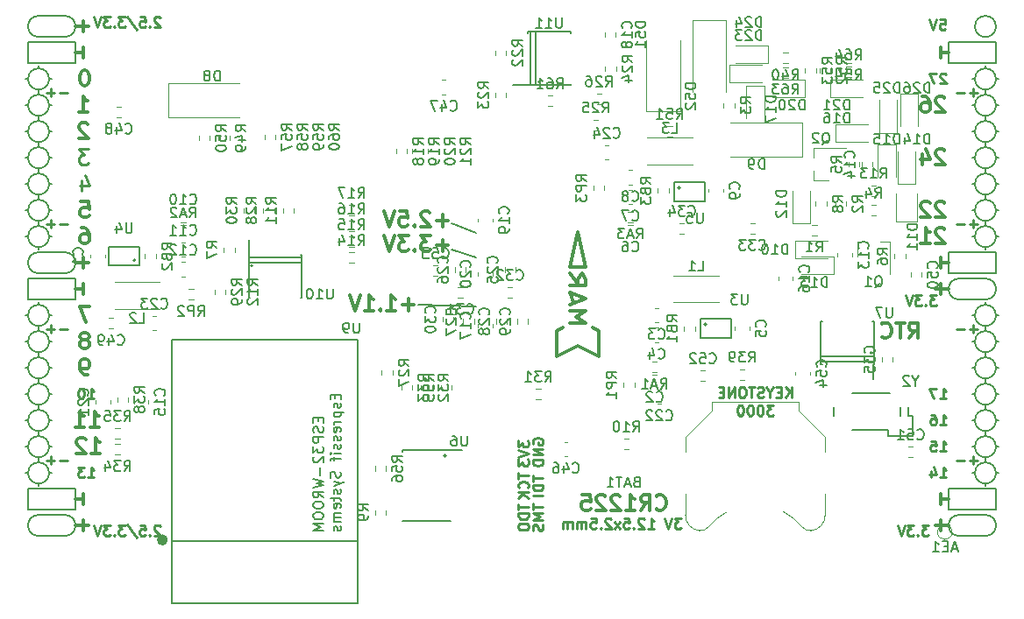
<source format=gbo>
G04 #@! TF.GenerationSoftware,KiCad,Pcbnew,5.0.0-rc2-dev-unknown+dfsg1+20180318-2*
G04 #@! TF.CreationDate,2018-05-15T23:44:12+02:00*
G04 #@! TF.ProjectId,ulx3s,756C7833732E6B696361645F70636200,rev?*
G04 #@! TF.SameCoordinates,Original*
G04 #@! TF.FileFunction,Legend,Bot*
G04 #@! TF.FilePolarity,Positive*
%FSLAX46Y46*%
G04 Gerber Fmt 4.6, Leading zero omitted, Abs format (unit mm)*
G04 Created by KiCad (PCBNEW 5.0.0-rc2-dev-unknown+dfsg1+20180318-2) date Tue May 15 23:44:12 2018*
%MOMM*%
%LPD*%
G01*
G04 APERTURE LIST*
%ADD10C,0.250000*%
%ADD11C,0.200000*%
%ADD12C,0.300000*%
%ADD13C,0.150000*%
%ADD14C,0.120000*%
%ADD15C,0.500000*%
G04 APERTURE END LIST*
D10*
X157418095Y-110252380D02*
X156799047Y-110252380D01*
X157132380Y-110633333D01*
X156989523Y-110633333D01*
X156894285Y-110680952D01*
X156846666Y-110728571D01*
X156799047Y-110823809D01*
X156799047Y-111061904D01*
X156846666Y-111157142D01*
X156894285Y-111204761D01*
X156989523Y-111252380D01*
X157275238Y-111252380D01*
X157370476Y-111204761D01*
X157418095Y-111157142D01*
X156513333Y-110252380D02*
X156180000Y-111252380D01*
X155846666Y-110252380D01*
X154227619Y-111252380D02*
X154799047Y-111252380D01*
X154513333Y-111252380D02*
X154513333Y-110252380D01*
X154608571Y-110395238D01*
X154703809Y-110490476D01*
X154799047Y-110538095D01*
X153846666Y-110347619D02*
X153799047Y-110300000D01*
X153703809Y-110252380D01*
X153465714Y-110252380D01*
X153370476Y-110300000D01*
X153322857Y-110347619D01*
X153275238Y-110442857D01*
X153275238Y-110538095D01*
X153322857Y-110680952D01*
X153894285Y-111252380D01*
X153275238Y-111252380D01*
X152846666Y-111157142D02*
X152799047Y-111204761D01*
X152846666Y-111252380D01*
X152894285Y-111204761D01*
X152846666Y-111157142D01*
X152846666Y-111252380D01*
X151894285Y-110252380D02*
X152370476Y-110252380D01*
X152418095Y-110728571D01*
X152370476Y-110680952D01*
X152275238Y-110633333D01*
X152037142Y-110633333D01*
X151941904Y-110680952D01*
X151894285Y-110728571D01*
X151846666Y-110823809D01*
X151846666Y-111061904D01*
X151894285Y-111157142D01*
X151941904Y-111204761D01*
X152037142Y-111252380D01*
X152275238Y-111252380D01*
X152370476Y-111204761D01*
X152418095Y-111157142D01*
X151513333Y-111252380D02*
X150989523Y-110585714D01*
X151513333Y-110585714D02*
X150989523Y-111252380D01*
X150656190Y-110347619D02*
X150608571Y-110300000D01*
X150513333Y-110252380D01*
X150275238Y-110252380D01*
X150180000Y-110300000D01*
X150132380Y-110347619D01*
X150084761Y-110442857D01*
X150084761Y-110538095D01*
X150132380Y-110680952D01*
X150703809Y-111252380D01*
X150084761Y-111252380D01*
X149656190Y-111157142D02*
X149608571Y-111204761D01*
X149656190Y-111252380D01*
X149703809Y-111204761D01*
X149656190Y-111157142D01*
X149656190Y-111252380D01*
X148703809Y-110252380D02*
X149180000Y-110252380D01*
X149227619Y-110728571D01*
X149180000Y-110680952D01*
X149084761Y-110633333D01*
X148846666Y-110633333D01*
X148751428Y-110680952D01*
X148703809Y-110728571D01*
X148656190Y-110823809D01*
X148656190Y-111061904D01*
X148703809Y-111157142D01*
X148751428Y-111204761D01*
X148846666Y-111252380D01*
X149084761Y-111252380D01*
X149180000Y-111204761D01*
X149227619Y-111157142D01*
X148227619Y-111252380D02*
X148227619Y-110585714D01*
X148227619Y-110680952D02*
X148180000Y-110633333D01*
X148084761Y-110585714D01*
X147941904Y-110585714D01*
X147846666Y-110633333D01*
X147799047Y-110728571D01*
X147799047Y-111252380D01*
X147799047Y-110728571D02*
X147751428Y-110633333D01*
X147656190Y-110585714D01*
X147513333Y-110585714D01*
X147418095Y-110633333D01*
X147370476Y-110728571D01*
X147370476Y-111252380D01*
X146894285Y-111252380D02*
X146894285Y-110585714D01*
X146894285Y-110680952D02*
X146846666Y-110633333D01*
X146751428Y-110585714D01*
X146608571Y-110585714D01*
X146513333Y-110633333D01*
X146465714Y-110728571D01*
X146465714Y-111252380D01*
X146465714Y-110728571D02*
X146418095Y-110633333D01*
X146322857Y-110585714D01*
X146180000Y-110585714D01*
X146084761Y-110633333D01*
X146037142Y-110728571D01*
X146037142Y-111252380D01*
D11*
X134755000Y-104237000D02*
G75*
G03X134755000Y-104237000I-127000J0D01*
G01*
D10*
X100132476Y-98702380D02*
X100703904Y-98702380D01*
X100418190Y-98702380D02*
X100418190Y-97702380D01*
X100513428Y-97845238D01*
X100608666Y-97940476D01*
X100703904Y-97988095D01*
X99513428Y-97702380D02*
X99418190Y-97702380D01*
X99322952Y-97750000D01*
X99275333Y-97797619D01*
X99227714Y-97892857D01*
X99180095Y-98083333D01*
X99180095Y-98321428D01*
X99227714Y-98511904D01*
X99275333Y-98607142D01*
X99322952Y-98654761D01*
X99418190Y-98702380D01*
X99513428Y-98702380D01*
X99608666Y-98654761D01*
X99656285Y-98607142D01*
X99703904Y-98511904D01*
X99751523Y-98321428D01*
X99751523Y-98083333D01*
X99703904Y-97892857D01*
X99656285Y-97797619D01*
X99608666Y-97750000D01*
X99513428Y-97702380D01*
D12*
X100481714Y-104008571D02*
X101338857Y-104008571D01*
X100910285Y-104008571D02*
X100910285Y-102508571D01*
X101053142Y-102722857D01*
X101196000Y-102865714D01*
X101338857Y-102937142D01*
X99910285Y-102651428D02*
X99838857Y-102580000D01*
X99696000Y-102508571D01*
X99338857Y-102508571D01*
X99196000Y-102580000D01*
X99124571Y-102651428D01*
X99053142Y-102794285D01*
X99053142Y-102937142D01*
X99124571Y-103151428D01*
X99981714Y-104008571D01*
X99053142Y-104008571D01*
X100354714Y-101468571D02*
X101211857Y-101468571D01*
X100783285Y-101468571D02*
X100783285Y-99968571D01*
X100926142Y-100182857D01*
X101069000Y-100325714D01*
X101211857Y-100397142D01*
X98926142Y-101468571D02*
X99783285Y-101468571D01*
X99354714Y-101468571D02*
X99354714Y-99968571D01*
X99497571Y-100182857D01*
X99640428Y-100325714D01*
X99783285Y-100397142D01*
X182872857Y-79791428D02*
X182801428Y-79720000D01*
X182658571Y-79648571D01*
X182301428Y-79648571D01*
X182158571Y-79720000D01*
X182087142Y-79791428D01*
X182015714Y-79934285D01*
X182015714Y-80077142D01*
X182087142Y-80291428D01*
X182944285Y-81148571D01*
X182015714Y-81148571D01*
X181444285Y-79791428D02*
X181372857Y-79720000D01*
X181230000Y-79648571D01*
X180872857Y-79648571D01*
X180730000Y-79720000D01*
X180658571Y-79791428D01*
X180587142Y-79934285D01*
X180587142Y-80077142D01*
X180658571Y-80291428D01*
X181515714Y-81148571D01*
X180587142Y-81148571D01*
X182872857Y-82331428D02*
X182801428Y-82260000D01*
X182658571Y-82188571D01*
X182301428Y-82188571D01*
X182158571Y-82260000D01*
X182087142Y-82331428D01*
X182015714Y-82474285D01*
X182015714Y-82617142D01*
X182087142Y-82831428D01*
X182944285Y-83688571D01*
X182015714Y-83688571D01*
X180587142Y-83688571D02*
X181444285Y-83688571D01*
X181015714Y-83688571D02*
X181015714Y-82188571D01*
X181158571Y-82402857D01*
X181301428Y-82545714D01*
X181444285Y-82617142D01*
D11*
X135248000Y-81740000D02*
X137661000Y-82629000D01*
X135248000Y-84280000D02*
X137661000Y-85042000D01*
X132073000Y-89614000D02*
X137661000Y-89741000D01*
D10*
X168085000Y-98577380D02*
X168085000Y-97577380D01*
X167513571Y-98577380D02*
X167942142Y-98005952D01*
X167513571Y-97577380D02*
X168085000Y-98148809D01*
X167085000Y-98053571D02*
X166751666Y-98053571D01*
X166608809Y-98577380D02*
X167085000Y-98577380D01*
X167085000Y-97577380D01*
X166608809Y-97577380D01*
X165989761Y-98101190D02*
X165989761Y-98577380D01*
X166323095Y-97577380D02*
X165989761Y-98101190D01*
X165656428Y-97577380D01*
X165370714Y-98529761D02*
X165227857Y-98577380D01*
X164989761Y-98577380D01*
X164894523Y-98529761D01*
X164846904Y-98482142D01*
X164799285Y-98386904D01*
X164799285Y-98291666D01*
X164846904Y-98196428D01*
X164894523Y-98148809D01*
X164989761Y-98101190D01*
X165180238Y-98053571D01*
X165275476Y-98005952D01*
X165323095Y-97958333D01*
X165370714Y-97863095D01*
X165370714Y-97767857D01*
X165323095Y-97672619D01*
X165275476Y-97625000D01*
X165180238Y-97577380D01*
X164942142Y-97577380D01*
X164799285Y-97625000D01*
X164513571Y-97577380D02*
X163942142Y-97577380D01*
X164227857Y-98577380D02*
X164227857Y-97577380D01*
X163418333Y-97577380D02*
X163227857Y-97577380D01*
X163132619Y-97625000D01*
X163037380Y-97720238D01*
X162989761Y-97910714D01*
X162989761Y-98244047D01*
X163037380Y-98434523D01*
X163132619Y-98529761D01*
X163227857Y-98577380D01*
X163418333Y-98577380D01*
X163513571Y-98529761D01*
X163608809Y-98434523D01*
X163656428Y-98244047D01*
X163656428Y-97910714D01*
X163608809Y-97720238D01*
X163513571Y-97625000D01*
X163418333Y-97577380D01*
X162561190Y-98577380D02*
X162561190Y-97577380D01*
X161989761Y-98577380D01*
X161989761Y-97577380D01*
X161513571Y-98053571D02*
X161180238Y-98053571D01*
X161037380Y-98577380D02*
X161513571Y-98577380D01*
X161513571Y-97577380D01*
X161037380Y-97577380D01*
X166346904Y-99327380D02*
X165727857Y-99327380D01*
X166061190Y-99708333D01*
X165918333Y-99708333D01*
X165823095Y-99755952D01*
X165775476Y-99803571D01*
X165727857Y-99898809D01*
X165727857Y-100136904D01*
X165775476Y-100232142D01*
X165823095Y-100279761D01*
X165918333Y-100327380D01*
X166204047Y-100327380D01*
X166299285Y-100279761D01*
X166346904Y-100232142D01*
X165108809Y-99327380D02*
X165013571Y-99327380D01*
X164918333Y-99375000D01*
X164870714Y-99422619D01*
X164823095Y-99517857D01*
X164775476Y-99708333D01*
X164775476Y-99946428D01*
X164823095Y-100136904D01*
X164870714Y-100232142D01*
X164918333Y-100279761D01*
X165013571Y-100327380D01*
X165108809Y-100327380D01*
X165204047Y-100279761D01*
X165251666Y-100232142D01*
X165299285Y-100136904D01*
X165346904Y-99946428D01*
X165346904Y-99708333D01*
X165299285Y-99517857D01*
X165251666Y-99422619D01*
X165204047Y-99375000D01*
X165108809Y-99327380D01*
X164156428Y-99327380D02*
X164061190Y-99327380D01*
X163965952Y-99375000D01*
X163918333Y-99422619D01*
X163870714Y-99517857D01*
X163823095Y-99708333D01*
X163823095Y-99946428D01*
X163870714Y-100136904D01*
X163918333Y-100232142D01*
X163965952Y-100279761D01*
X164061190Y-100327380D01*
X164156428Y-100327380D01*
X164251666Y-100279761D01*
X164299285Y-100232142D01*
X164346904Y-100136904D01*
X164394523Y-99946428D01*
X164394523Y-99708333D01*
X164346904Y-99517857D01*
X164299285Y-99422619D01*
X164251666Y-99375000D01*
X164156428Y-99327380D01*
X163204047Y-99327380D02*
X163108809Y-99327380D01*
X163013571Y-99375000D01*
X162965952Y-99422619D01*
X162918333Y-99517857D01*
X162870714Y-99708333D01*
X162870714Y-99946428D01*
X162918333Y-100136904D01*
X162965952Y-100232142D01*
X163013571Y-100279761D01*
X163108809Y-100327380D01*
X163204047Y-100327380D01*
X163299285Y-100279761D01*
X163346904Y-100232142D01*
X163394523Y-100136904D01*
X163442142Y-99946428D01*
X163442142Y-99708333D01*
X163394523Y-99517857D01*
X163346904Y-99422619D01*
X163299285Y-99375000D01*
X163204047Y-99327380D01*
D12*
X182492000Y-87582000D02*
X182492000Y-88598000D01*
X183254000Y-88090000D02*
X181984000Y-88090000D01*
X182492000Y-110442000D02*
X182492000Y-111458000D01*
X183254000Y-110950000D02*
X181984000Y-110950000D01*
X99688000Y-62182000D02*
X99688000Y-63198000D01*
X98926000Y-62690000D02*
X100196000Y-62690000D01*
X99688000Y-110442000D02*
X99688000Y-111458000D01*
X98926000Y-110950000D02*
X100196000Y-110950000D01*
X99688000Y-85042000D02*
X99688000Y-86058000D01*
X98926000Y-85550000D02*
X100196000Y-85550000D01*
D11*
X187826000Y-62690000D02*
G75*
G03X187826000Y-62690000I-1016000J0D01*
G01*
X184270000Y-87074000D02*
X186810000Y-87074000D01*
X184270000Y-89106000D02*
X186810000Y-89106000D01*
X184270000Y-87074000D02*
G75*
G03X184270000Y-89106000I0J-1016000D01*
G01*
X186810000Y-89106000D02*
G75*
G03X186810000Y-87074000I0J1016000D01*
G01*
X184270000Y-111966000D02*
X186810000Y-111966000D01*
X184270000Y-109934000D02*
X186810000Y-109934000D01*
X184270000Y-109934000D02*
G75*
G03X184270000Y-111966000I0J-1016000D01*
G01*
X186810000Y-111966000D02*
G75*
G03X186810000Y-109934000I0J1016000D01*
G01*
X97910000Y-63706000D02*
G75*
G03X97910000Y-61674000I0J1016000D01*
G01*
X95370000Y-61674000D02*
X97910000Y-61674000D01*
X95370000Y-63706000D02*
X97910000Y-63706000D01*
X95370000Y-61674000D02*
G75*
G03X95370000Y-63706000I0J-1016000D01*
G01*
X95370000Y-86566000D02*
X97910000Y-86566000D01*
X95370000Y-84534000D02*
X97910000Y-84534000D01*
X95370000Y-84534000D02*
G75*
G03X95370000Y-86566000I0J-1016000D01*
G01*
X97910000Y-86566000D02*
G75*
G03X97910000Y-84534000I0J1016000D01*
G01*
X95370000Y-111966000D02*
X97910000Y-111966000D01*
X95370000Y-109934000D02*
X97910000Y-109934000D01*
X95370000Y-109934000D02*
G75*
G03X95370000Y-111966000I0J-1016000D01*
G01*
X97910000Y-111966000D02*
G75*
G03X97910000Y-109934000I0J1016000D01*
G01*
X98926000Y-107394000D02*
X94354000Y-107394000D01*
X98926000Y-109426000D02*
X98926000Y-107394000D01*
X94354000Y-109426000D02*
X98926000Y-109426000D01*
X94354000Y-107394000D02*
X94354000Y-109426000D01*
X187826000Y-107394000D02*
X183254000Y-107394000D01*
X187826000Y-109426000D02*
X187826000Y-107394000D01*
X183254000Y-109426000D02*
X187826000Y-109426000D01*
X183254000Y-107394000D02*
X183254000Y-109426000D01*
X187826000Y-84534000D02*
X183254000Y-84534000D01*
X187826000Y-86566000D02*
X187826000Y-84534000D01*
X183254000Y-86566000D02*
X187826000Y-86566000D01*
X183254000Y-84534000D02*
X183254000Y-86566000D01*
X187826000Y-64214000D02*
X183254000Y-64214000D01*
X187826000Y-66246000D02*
X187826000Y-64214000D01*
X183254000Y-66246000D02*
X187826000Y-66246000D01*
X183254000Y-64214000D02*
X183254000Y-66246000D01*
X98926000Y-64214000D02*
X94354000Y-64214000D01*
X98926000Y-66246000D02*
X98926000Y-64214000D01*
X94354000Y-66246000D02*
X98926000Y-66246000D01*
X94354000Y-64214000D02*
X94354000Y-66246000D01*
X98926000Y-87074000D02*
X94354000Y-87074000D01*
X98926000Y-89106000D02*
X98926000Y-87074000D01*
X94354000Y-89106000D02*
X98926000Y-89106000D01*
X94354000Y-87074000D02*
X94354000Y-89106000D01*
D12*
X182872857Y-74711428D02*
X182801428Y-74640000D01*
X182658571Y-74568571D01*
X182301428Y-74568571D01*
X182158571Y-74640000D01*
X182087142Y-74711428D01*
X182015714Y-74854285D01*
X182015714Y-74997142D01*
X182087142Y-75211428D01*
X182944285Y-76068571D01*
X182015714Y-76068571D01*
X180730000Y-75068571D02*
X180730000Y-76068571D01*
X181087142Y-74497142D02*
X181444285Y-75568571D01*
X180515714Y-75568571D01*
D10*
X186032000Y-91971428D02*
X185270095Y-91971428D01*
X185651047Y-92352380D02*
X185651047Y-91590476D01*
X184793904Y-91971428D02*
X184032000Y-91971428D01*
X186032000Y-69111428D02*
X185270095Y-69111428D01*
X185651047Y-69492380D02*
X185651047Y-68730476D01*
X184793904Y-69111428D02*
X184032000Y-69111428D01*
X186032000Y-81811428D02*
X185270095Y-81811428D01*
X185651047Y-82192380D02*
X185651047Y-81430476D01*
X184793904Y-81811428D02*
X184032000Y-81811428D01*
X186032000Y-104671428D02*
X185270095Y-104671428D01*
X185651047Y-105052380D02*
X185651047Y-104290476D01*
X184793904Y-104671428D02*
X184032000Y-104671428D01*
X98148000Y-104671428D02*
X97386095Y-104671428D01*
X96909904Y-104671428D02*
X96148000Y-104671428D01*
X96528952Y-105052380D02*
X96528952Y-104290476D01*
X98148000Y-91971428D02*
X97386095Y-91971428D01*
X96909904Y-91971428D02*
X96148000Y-91971428D01*
X96528952Y-92352380D02*
X96528952Y-91590476D01*
X98148000Y-81811428D02*
X97386095Y-81811428D01*
X96909904Y-81811428D02*
X96148000Y-81811428D01*
X96528952Y-82192380D02*
X96528952Y-81430476D01*
X98148000Y-69111428D02*
X97386095Y-69111428D01*
X96909904Y-69111428D02*
X96148000Y-69111428D01*
X96528952Y-69492380D02*
X96528952Y-68730476D01*
D12*
X182492000Y-107902000D02*
X182492000Y-108918000D01*
X183254000Y-108410000D02*
X182492000Y-108410000D01*
D11*
X95370000Y-96726000D02*
X95370000Y-97234000D01*
X96386000Y-95710000D02*
X96640000Y-95710000D01*
X94354000Y-95710000D02*
X94100000Y-95710000D01*
X187826000Y-98250000D02*
X188080000Y-98250000D01*
X187826000Y-83010000D02*
X188080000Y-83010000D01*
X95370000Y-107140000D02*
X95370000Y-106886000D01*
X96386000Y-105870000D02*
X96640000Y-105870000D01*
X94354000Y-105870000D02*
X94100000Y-105870000D01*
X94354000Y-103330000D02*
X94100000Y-103330000D01*
X95370000Y-104346000D02*
X95370000Y-104854000D01*
X96386000Y-103330000D02*
X96640000Y-103330000D01*
X94354000Y-100790000D02*
X94100000Y-100790000D01*
X95370000Y-102314000D02*
X95370000Y-101806000D01*
X96386000Y-100790000D02*
X96640000Y-100790000D01*
X95370000Y-99266000D02*
X95370000Y-99774000D01*
X94354000Y-98250000D02*
X94100000Y-98250000D01*
X96386000Y-98250000D02*
X96640000Y-98250000D01*
X95370000Y-94186000D02*
X95370000Y-94694000D01*
X96386000Y-93170000D02*
X96640000Y-93170000D01*
X94354000Y-93170000D02*
X94100000Y-93170000D01*
X94354000Y-90630000D02*
X94100000Y-90630000D01*
X95370000Y-91646000D02*
X95370000Y-92154000D01*
X96640000Y-90630000D02*
X96386000Y-90630000D01*
X95370000Y-89360000D02*
X95370000Y-89614000D01*
X94354000Y-83010000D02*
X94100000Y-83010000D01*
X95370000Y-84280000D02*
X95370000Y-84026000D01*
X96386000Y-83010000D02*
X96640000Y-83010000D01*
X95370000Y-81486000D02*
X95370000Y-81994000D01*
X94354000Y-80470000D02*
X94100000Y-80470000D01*
X96640000Y-80470000D02*
X96386000Y-80470000D01*
X95370000Y-78946000D02*
X95370000Y-79454000D01*
X96386000Y-77930000D02*
X96640000Y-77930000D01*
X94354000Y-77930000D02*
X94100000Y-77930000D01*
X95370000Y-76406000D02*
X95370000Y-76914000D01*
X94354000Y-75390000D02*
X94100000Y-75390000D01*
X96386000Y-75390000D02*
X96640000Y-75390000D01*
X95370000Y-73866000D02*
X95370000Y-74374000D01*
X96386000Y-72850000D02*
X96640000Y-72850000D01*
X94100000Y-72850000D02*
X94354000Y-72850000D01*
X94354000Y-70310000D02*
X94100000Y-70310000D01*
X96640000Y-70310000D02*
X96386000Y-70310000D01*
X95370000Y-71326000D02*
X95370000Y-71834000D01*
X95370000Y-68786000D02*
X95370000Y-69294000D01*
X96386000Y-67770000D02*
X96640000Y-67770000D01*
X94354000Y-67770000D02*
X94100000Y-67770000D01*
X95370000Y-66500000D02*
X95370000Y-66754000D01*
X187826000Y-105870000D02*
X188080000Y-105870000D01*
X186810000Y-107140000D02*
X186810000Y-106886000D01*
X185540000Y-105870000D02*
X185794000Y-105870000D01*
X186810000Y-104346000D02*
X186810000Y-104854000D01*
X187826000Y-103330000D02*
X188080000Y-103330000D01*
X185540000Y-103330000D02*
X185794000Y-103330000D01*
X186810000Y-101806000D02*
X186810000Y-102314000D01*
X187826000Y-100790000D02*
X188080000Y-100790000D01*
X185540000Y-100790000D02*
X185794000Y-100790000D01*
X186810000Y-99266000D02*
X186810000Y-99774000D01*
X185540000Y-98250000D02*
X185794000Y-98250000D01*
X186810000Y-97234000D02*
X186810000Y-96726000D01*
X187826000Y-95710000D02*
X188080000Y-95710000D01*
X185540000Y-95710000D02*
X185794000Y-95710000D01*
X186810000Y-94694000D02*
X186810000Y-94186000D01*
X187826000Y-93170000D02*
X188080000Y-93170000D01*
X185540000Y-93170000D02*
X185794000Y-93170000D01*
X186810000Y-92154000D02*
X186810000Y-91646000D01*
X187826000Y-90630000D02*
X188080000Y-90630000D01*
X185540000Y-90630000D02*
X185794000Y-90630000D01*
X186810000Y-89360000D02*
X186810000Y-89614000D01*
X186810000Y-84280000D02*
X186810000Y-84026000D01*
X185540000Y-83010000D02*
X185794000Y-83010000D01*
X186810000Y-81994000D02*
X186810000Y-81486000D01*
X185794000Y-80470000D02*
X185540000Y-80470000D01*
X187826000Y-80470000D02*
X188080000Y-80470000D01*
X186810000Y-78946000D02*
X186810000Y-79454000D01*
X185794000Y-77930000D02*
X185540000Y-77930000D01*
X187826000Y-77930000D02*
X188080000Y-77930000D01*
X186810000Y-76406000D02*
X186810000Y-76914000D01*
X186810000Y-73866000D02*
X186810000Y-74374000D01*
X185794000Y-75390000D02*
X185540000Y-75390000D01*
X187826000Y-75390000D02*
X188080000Y-75390000D01*
X187826000Y-72850000D02*
X188080000Y-72850000D01*
X185540000Y-72850000D02*
X185794000Y-72850000D01*
X186810000Y-71834000D02*
X186810000Y-71326000D01*
X187826000Y-70310000D02*
X188080000Y-70310000D01*
X185540000Y-70310000D02*
X185794000Y-70310000D01*
X187826000Y-67770000D02*
X188080000Y-67770000D01*
X186810000Y-68786000D02*
X186810000Y-69294000D01*
X185540000Y-67770000D02*
X185794000Y-67770000D01*
X186810000Y-66500000D02*
X186810000Y-66754000D01*
X187826000Y-67770000D02*
G75*
G03X187826000Y-67770000I-1016000J0D01*
G01*
X187826000Y-70310000D02*
G75*
G03X187826000Y-70310000I-1016000J0D01*
G01*
X187826000Y-72850000D02*
G75*
G03X187826000Y-72850000I-1016000J0D01*
G01*
X187826000Y-75390000D02*
G75*
G03X187826000Y-75390000I-1016000J0D01*
G01*
X187826000Y-77930000D02*
G75*
G03X187826000Y-77930000I-1016000J0D01*
G01*
X187826000Y-80470000D02*
G75*
G03X187826000Y-80470000I-1016000J0D01*
G01*
X187826000Y-83010000D02*
G75*
G03X187826000Y-83010000I-1016000J0D01*
G01*
X187826000Y-90630000D02*
G75*
G03X187826000Y-90630000I-1016000J0D01*
G01*
X187826000Y-93170000D02*
G75*
G03X187826000Y-93170000I-1016000J0D01*
G01*
X187826000Y-95710000D02*
G75*
G03X187826000Y-95710000I-1016000J0D01*
G01*
X187826000Y-98250000D02*
G75*
G03X187826000Y-98250000I-1016000J0D01*
G01*
X187826000Y-100790000D02*
G75*
G03X187826000Y-100790000I-1016000J0D01*
G01*
X187826000Y-103330000D02*
G75*
G03X187826000Y-103330000I-1016000J0D01*
G01*
X187826000Y-105870000D02*
G75*
G03X187826000Y-105870000I-1016000J0D01*
G01*
X96386000Y-105870000D02*
G75*
G03X96386000Y-105870000I-1016000J0D01*
G01*
X96386000Y-103330000D02*
G75*
G03X96386000Y-103330000I-1016000J0D01*
G01*
X96386000Y-100790000D02*
G75*
G03X96386000Y-100790000I-1016000J0D01*
G01*
X96386000Y-98250000D02*
G75*
G03X96386000Y-98250000I-1016000J0D01*
G01*
X96386000Y-95710000D02*
G75*
G03X96386000Y-95710000I-1016000J0D01*
G01*
X96386000Y-93170000D02*
G75*
G03X96386000Y-93170000I-1016000J0D01*
G01*
X96386000Y-90630000D02*
G75*
G03X96386000Y-90630000I-1016000J0D01*
G01*
X96386000Y-83010000D02*
G75*
G03X96386000Y-83010000I-1016000J0D01*
G01*
X96386000Y-80470000D02*
G75*
G03X96386000Y-80470000I-1016000J0D01*
G01*
X96386000Y-77930000D02*
G75*
G03X96386000Y-77930000I-1016000J0D01*
G01*
X96386000Y-75390000D02*
G75*
G03X96386000Y-75390000I-1016000J0D01*
G01*
X96386000Y-72850000D02*
G75*
G03X96386000Y-72850000I-1016000J0D01*
G01*
X96386000Y-70310000D02*
G75*
G03X96386000Y-70310000I-1016000J0D01*
G01*
X96386000Y-67770000D02*
G75*
G03X96386000Y-67770000I-1016000J0D01*
G01*
D10*
X182428476Y-62015380D02*
X182904666Y-62015380D01*
X182952285Y-62491571D01*
X182904666Y-62443952D01*
X182809428Y-62396333D01*
X182571333Y-62396333D01*
X182476095Y-62443952D01*
X182428476Y-62491571D01*
X182380857Y-62586809D01*
X182380857Y-62824904D01*
X182428476Y-62920142D01*
X182476095Y-62967761D01*
X182571333Y-63015380D01*
X182809428Y-63015380D01*
X182904666Y-62967761D01*
X182952285Y-62920142D01*
X182095142Y-62015380D02*
X181761809Y-63015380D01*
X181428476Y-62015380D01*
D12*
X182492000Y-64722000D02*
X182492000Y-65738000D01*
X183254000Y-65230000D02*
X182492000Y-65230000D01*
D10*
X182999904Y-67317619D02*
X182952285Y-67270000D01*
X182857047Y-67222380D01*
X182618952Y-67222380D01*
X182523714Y-67270000D01*
X182476095Y-67317619D01*
X182428476Y-67412857D01*
X182428476Y-67508095D01*
X182476095Y-67650952D01*
X183047523Y-68222380D01*
X182428476Y-68222380D01*
X182095142Y-67222380D02*
X181428476Y-67222380D01*
X181857047Y-68222380D01*
D12*
X182872857Y-69631428D02*
X182801428Y-69560000D01*
X182658571Y-69488571D01*
X182301428Y-69488571D01*
X182158571Y-69560000D01*
X182087142Y-69631428D01*
X182015714Y-69774285D01*
X182015714Y-69917142D01*
X182087142Y-70131428D01*
X182944285Y-70988571D01*
X182015714Y-70988571D01*
X180730000Y-69488571D02*
X181015714Y-69488571D01*
X181158571Y-69560000D01*
X181230000Y-69631428D01*
X181372857Y-69845714D01*
X181444285Y-70131428D01*
X181444285Y-70702857D01*
X181372857Y-70845714D01*
X181301428Y-70917142D01*
X181158571Y-70988571D01*
X180872857Y-70988571D01*
X180730000Y-70917142D01*
X180658571Y-70845714D01*
X180587142Y-70702857D01*
X180587142Y-70345714D01*
X180658571Y-70202857D01*
X180730000Y-70131428D01*
X180872857Y-70060000D01*
X181158571Y-70060000D01*
X181301428Y-70131428D01*
X181372857Y-70202857D01*
X181444285Y-70345714D01*
X182492000Y-85042000D02*
X182492000Y-86058000D01*
X183254000Y-85550000D02*
X182492000Y-85550000D01*
D10*
X182078190Y-88703380D02*
X181459142Y-88703380D01*
X181792476Y-89084333D01*
X181649619Y-89084333D01*
X181554380Y-89131952D01*
X181506761Y-89179571D01*
X181459142Y-89274809D01*
X181459142Y-89512904D01*
X181506761Y-89608142D01*
X181554380Y-89655761D01*
X181649619Y-89703380D01*
X181935333Y-89703380D01*
X182030571Y-89655761D01*
X182078190Y-89608142D01*
X181030571Y-89608142D02*
X180982952Y-89655761D01*
X181030571Y-89703380D01*
X181078190Y-89655761D01*
X181030571Y-89608142D01*
X181030571Y-89703380D01*
X180649619Y-88703380D02*
X180030571Y-88703380D01*
X180363904Y-89084333D01*
X180221047Y-89084333D01*
X180125809Y-89131952D01*
X180078190Y-89179571D01*
X180030571Y-89274809D01*
X180030571Y-89512904D01*
X180078190Y-89608142D01*
X180125809Y-89655761D01*
X180221047Y-89703380D01*
X180506761Y-89703380D01*
X180602000Y-89655761D01*
X180649619Y-89608142D01*
X179744857Y-88703380D02*
X179411523Y-89703380D01*
X179078190Y-88703380D01*
X182428476Y-98702380D02*
X182999904Y-98702380D01*
X182714190Y-98702380D02*
X182714190Y-97702380D01*
X182809428Y-97845238D01*
X182904666Y-97940476D01*
X182999904Y-97988095D01*
X182095142Y-97702380D02*
X181428476Y-97702380D01*
X181857047Y-98702380D01*
X182428476Y-101242380D02*
X182999904Y-101242380D01*
X182714190Y-101242380D02*
X182714190Y-100242380D01*
X182809428Y-100385238D01*
X182904666Y-100480476D01*
X182999904Y-100528095D01*
X181571333Y-100242380D02*
X181761809Y-100242380D01*
X181857047Y-100290000D01*
X181904666Y-100337619D01*
X181999904Y-100480476D01*
X182047523Y-100670952D01*
X182047523Y-101051904D01*
X181999904Y-101147142D01*
X181952285Y-101194761D01*
X181857047Y-101242380D01*
X181666571Y-101242380D01*
X181571333Y-101194761D01*
X181523714Y-101147142D01*
X181476095Y-101051904D01*
X181476095Y-100813809D01*
X181523714Y-100718571D01*
X181571333Y-100670952D01*
X181666571Y-100623333D01*
X181857047Y-100623333D01*
X181952285Y-100670952D01*
X181999904Y-100718571D01*
X182047523Y-100813809D01*
X182428476Y-103782380D02*
X182999904Y-103782380D01*
X182714190Y-103782380D02*
X182714190Y-102782380D01*
X182809428Y-102925238D01*
X182904666Y-103020476D01*
X182999904Y-103068095D01*
X181523714Y-102782380D02*
X181999904Y-102782380D01*
X182047523Y-103258571D01*
X181999904Y-103210952D01*
X181904666Y-103163333D01*
X181666571Y-103163333D01*
X181571333Y-103210952D01*
X181523714Y-103258571D01*
X181476095Y-103353809D01*
X181476095Y-103591904D01*
X181523714Y-103687142D01*
X181571333Y-103734761D01*
X181666571Y-103782380D01*
X181904666Y-103782380D01*
X181999904Y-103734761D01*
X182047523Y-103687142D01*
X182428476Y-106322380D02*
X182999904Y-106322380D01*
X182714190Y-106322380D02*
X182714190Y-105322380D01*
X182809428Y-105465238D01*
X182904666Y-105560476D01*
X182999904Y-105608095D01*
X181571333Y-105655714D02*
X181571333Y-106322380D01*
X181809428Y-105274761D02*
X182047523Y-105989047D01*
X181428476Y-105989047D01*
X181312642Y-110928380D02*
X180693595Y-110928380D01*
X181026928Y-111309333D01*
X180884071Y-111309333D01*
X180788833Y-111356952D01*
X180741214Y-111404571D01*
X180693595Y-111499809D01*
X180693595Y-111737904D01*
X180741214Y-111833142D01*
X180788833Y-111880761D01*
X180884071Y-111928380D01*
X181169785Y-111928380D01*
X181265023Y-111880761D01*
X181312642Y-111833142D01*
X180265023Y-111833142D02*
X180217404Y-111880761D01*
X180265023Y-111928380D01*
X180312642Y-111880761D01*
X180265023Y-111833142D01*
X180265023Y-111928380D01*
X179884071Y-110928380D02*
X179265023Y-110928380D01*
X179598357Y-111309333D01*
X179455500Y-111309333D01*
X179360261Y-111356952D01*
X179312642Y-111404571D01*
X179265023Y-111499809D01*
X179265023Y-111737904D01*
X179312642Y-111833142D01*
X179360261Y-111880761D01*
X179455500Y-111928380D01*
X179741214Y-111928380D01*
X179836452Y-111880761D01*
X179884071Y-111833142D01*
X178979309Y-110928380D02*
X178645976Y-111928380D01*
X178312642Y-110928380D01*
D12*
X99688000Y-108918000D02*
X99688000Y-107902000D01*
X98926000Y-108410000D02*
X99688000Y-108410000D01*
X99688000Y-88598000D02*
X99688000Y-87582000D01*
X98926000Y-88090000D02*
X99688000Y-88090000D01*
X99688000Y-64722000D02*
X99688000Y-65738000D01*
X98926000Y-65230000D02*
X99688000Y-65230000D01*
D10*
X107103690Y-111023619D02*
X107056071Y-110976000D01*
X106960833Y-110928380D01*
X106722738Y-110928380D01*
X106627500Y-110976000D01*
X106579880Y-111023619D01*
X106532261Y-111118857D01*
X106532261Y-111214095D01*
X106579880Y-111356952D01*
X107151309Y-111928380D01*
X106532261Y-111928380D01*
X106103690Y-111833142D02*
X106056071Y-111880761D01*
X106103690Y-111928380D01*
X106151309Y-111880761D01*
X106103690Y-111833142D01*
X106103690Y-111928380D01*
X105151309Y-110928380D02*
X105627500Y-110928380D01*
X105675119Y-111404571D01*
X105627500Y-111356952D01*
X105532261Y-111309333D01*
X105294166Y-111309333D01*
X105198928Y-111356952D01*
X105151309Y-111404571D01*
X105103690Y-111499809D01*
X105103690Y-111737904D01*
X105151309Y-111833142D01*
X105198928Y-111880761D01*
X105294166Y-111928380D01*
X105532261Y-111928380D01*
X105627500Y-111880761D01*
X105675119Y-111833142D01*
X103960833Y-110880761D02*
X104817976Y-112166476D01*
X103722738Y-110928380D02*
X103103690Y-110928380D01*
X103437023Y-111309333D01*
X103294166Y-111309333D01*
X103198928Y-111356952D01*
X103151309Y-111404571D01*
X103103690Y-111499809D01*
X103103690Y-111737904D01*
X103151309Y-111833142D01*
X103198928Y-111880761D01*
X103294166Y-111928380D01*
X103579880Y-111928380D01*
X103675119Y-111880761D01*
X103722738Y-111833142D01*
X102675119Y-111833142D02*
X102627500Y-111880761D01*
X102675119Y-111928380D01*
X102722738Y-111880761D01*
X102675119Y-111833142D01*
X102675119Y-111928380D01*
X102294166Y-110928380D02*
X101675119Y-110928380D01*
X102008452Y-111309333D01*
X101865595Y-111309333D01*
X101770357Y-111356952D01*
X101722738Y-111404571D01*
X101675119Y-111499809D01*
X101675119Y-111737904D01*
X101722738Y-111833142D01*
X101770357Y-111880761D01*
X101865595Y-111928380D01*
X102151309Y-111928380D01*
X102246547Y-111880761D01*
X102294166Y-111833142D01*
X101389404Y-110928380D02*
X101056071Y-111928380D01*
X100722738Y-110928380D01*
X100132476Y-106322380D02*
X100703904Y-106322380D01*
X100418190Y-106322380D02*
X100418190Y-105322380D01*
X100513428Y-105465238D01*
X100608666Y-105560476D01*
X100703904Y-105608095D01*
X99799142Y-105322380D02*
X99180095Y-105322380D01*
X99513428Y-105703333D01*
X99370571Y-105703333D01*
X99275333Y-105750952D01*
X99227714Y-105798571D01*
X99180095Y-105893809D01*
X99180095Y-106131904D01*
X99227714Y-106227142D01*
X99275333Y-106274761D01*
X99370571Y-106322380D01*
X99656285Y-106322380D01*
X99751523Y-106274761D01*
X99799142Y-106227142D01*
D12*
X100100714Y-96388571D02*
X99815000Y-96388571D01*
X99672142Y-96317142D01*
X99600714Y-96245714D01*
X99457857Y-96031428D01*
X99386428Y-95745714D01*
X99386428Y-95174285D01*
X99457857Y-95031428D01*
X99529285Y-94960000D01*
X99672142Y-94888571D01*
X99957857Y-94888571D01*
X100100714Y-94960000D01*
X100172142Y-95031428D01*
X100243571Y-95174285D01*
X100243571Y-95531428D01*
X100172142Y-95674285D01*
X100100714Y-95745714D01*
X99957857Y-95817142D01*
X99672142Y-95817142D01*
X99529285Y-95745714D01*
X99457857Y-95674285D01*
X99386428Y-95531428D01*
X99957857Y-92991428D02*
X100100714Y-92920000D01*
X100172142Y-92848571D01*
X100243571Y-92705714D01*
X100243571Y-92634285D01*
X100172142Y-92491428D01*
X100100714Y-92420000D01*
X99957857Y-92348571D01*
X99672142Y-92348571D01*
X99529285Y-92420000D01*
X99457857Y-92491428D01*
X99386428Y-92634285D01*
X99386428Y-92705714D01*
X99457857Y-92848571D01*
X99529285Y-92920000D01*
X99672142Y-92991428D01*
X99957857Y-92991428D01*
X100100714Y-93062857D01*
X100172142Y-93134285D01*
X100243571Y-93277142D01*
X100243571Y-93562857D01*
X100172142Y-93705714D01*
X100100714Y-93777142D01*
X99957857Y-93848571D01*
X99672142Y-93848571D01*
X99529285Y-93777142D01*
X99457857Y-93705714D01*
X99386428Y-93562857D01*
X99386428Y-93277142D01*
X99457857Y-93134285D01*
X99529285Y-93062857D01*
X99672142Y-92991428D01*
X100315000Y-89808571D02*
X99315000Y-89808571D01*
X99957857Y-91308571D01*
X99529285Y-82188571D02*
X99815000Y-82188571D01*
X99957857Y-82260000D01*
X100029285Y-82331428D01*
X100172142Y-82545714D01*
X100243571Y-82831428D01*
X100243571Y-83402857D01*
X100172142Y-83545714D01*
X100100714Y-83617142D01*
X99957857Y-83688571D01*
X99672142Y-83688571D01*
X99529285Y-83617142D01*
X99457857Y-83545714D01*
X99386428Y-83402857D01*
X99386428Y-83045714D01*
X99457857Y-82902857D01*
X99529285Y-82831428D01*
X99672142Y-82760000D01*
X99957857Y-82760000D01*
X100100714Y-82831428D01*
X100172142Y-82902857D01*
X100243571Y-83045714D01*
X99457857Y-79648571D02*
X100172142Y-79648571D01*
X100243571Y-80362857D01*
X100172142Y-80291428D01*
X100029285Y-80220000D01*
X99672142Y-80220000D01*
X99529285Y-80291428D01*
X99457857Y-80362857D01*
X99386428Y-80505714D01*
X99386428Y-80862857D01*
X99457857Y-81005714D01*
X99529285Y-81077142D01*
X99672142Y-81148571D01*
X100029285Y-81148571D01*
X100172142Y-81077142D01*
X100243571Y-81005714D01*
D10*
X99529285Y-77608571D02*
X99529285Y-78608571D01*
X99886428Y-77037142D02*
X100243571Y-78108571D01*
X99315000Y-78108571D01*
X100188000Y-74568571D02*
X99259428Y-74568571D01*
X99759428Y-75140000D01*
X99545142Y-75140000D01*
X99402285Y-75211428D01*
X99330857Y-75282857D01*
X99259428Y-75425714D01*
X99259428Y-75782857D01*
X99330857Y-75925714D01*
X99402285Y-75997142D01*
X99545142Y-76068571D01*
X99973714Y-76068571D01*
X100116571Y-75997142D01*
X100188000Y-75925714D01*
D12*
X100116571Y-72171428D02*
X100045142Y-72100000D01*
X99902285Y-72028571D01*
X99545142Y-72028571D01*
X99402285Y-72100000D01*
X99330857Y-72171428D01*
X99259428Y-72314285D01*
X99259428Y-72457142D01*
X99330857Y-72671428D01*
X100188000Y-73528571D01*
X99259428Y-73528571D01*
X99259428Y-70988571D02*
X100116571Y-70988571D01*
X99688000Y-70988571D02*
X99688000Y-69488571D01*
X99830857Y-69702857D01*
X99973714Y-69845714D01*
X100116571Y-69917142D01*
X99886428Y-66948571D02*
X99743571Y-66948571D01*
X99600714Y-67020000D01*
X99529285Y-67091428D01*
X99457857Y-67234285D01*
X99386428Y-67520000D01*
X99386428Y-67877142D01*
X99457857Y-68162857D01*
X99529285Y-68305714D01*
X99600714Y-68377142D01*
X99743571Y-68448571D01*
X99886428Y-68448571D01*
X100029285Y-68377142D01*
X100100714Y-68305714D01*
X100172142Y-68162857D01*
X100243571Y-67877142D01*
X100243571Y-67520000D01*
X100172142Y-67234285D01*
X100100714Y-67091428D01*
X100029285Y-67020000D01*
X99886428Y-66948571D01*
D10*
X107103690Y-61874619D02*
X107056071Y-61827000D01*
X106960833Y-61779380D01*
X106722738Y-61779380D01*
X106627500Y-61827000D01*
X106579880Y-61874619D01*
X106532261Y-61969857D01*
X106532261Y-62065095D01*
X106579880Y-62207952D01*
X107151309Y-62779380D01*
X106532261Y-62779380D01*
X106103690Y-62684142D02*
X106056071Y-62731761D01*
X106103690Y-62779380D01*
X106151309Y-62731761D01*
X106103690Y-62684142D01*
X106103690Y-62779380D01*
X105151309Y-61779380D02*
X105627500Y-61779380D01*
X105675119Y-62255571D01*
X105627500Y-62207952D01*
X105532261Y-62160333D01*
X105294166Y-62160333D01*
X105198928Y-62207952D01*
X105151309Y-62255571D01*
X105103690Y-62350809D01*
X105103690Y-62588904D01*
X105151309Y-62684142D01*
X105198928Y-62731761D01*
X105294166Y-62779380D01*
X105532261Y-62779380D01*
X105627500Y-62731761D01*
X105675119Y-62684142D01*
X103960833Y-61731761D02*
X104817976Y-63017476D01*
X103722738Y-61779380D02*
X103103690Y-61779380D01*
X103437023Y-62160333D01*
X103294166Y-62160333D01*
X103198928Y-62207952D01*
X103151309Y-62255571D01*
X103103690Y-62350809D01*
X103103690Y-62588904D01*
X103151309Y-62684142D01*
X103198928Y-62731761D01*
X103294166Y-62779380D01*
X103579880Y-62779380D01*
X103675119Y-62731761D01*
X103722738Y-62684142D01*
X102675119Y-62684142D02*
X102627500Y-62731761D01*
X102675119Y-62779380D01*
X102722738Y-62731761D01*
X102675119Y-62684142D01*
X102675119Y-62779380D01*
X102294166Y-61779380D02*
X101675119Y-61779380D01*
X102008452Y-62160333D01*
X101865595Y-62160333D01*
X101770357Y-62207952D01*
X101722738Y-62255571D01*
X101675119Y-62350809D01*
X101675119Y-62588904D01*
X101722738Y-62684142D01*
X101770357Y-62731761D01*
X101865595Y-62779380D01*
X102151309Y-62779380D01*
X102246547Y-62731761D01*
X102294166Y-62684142D01*
X101389404Y-61779380D02*
X101056071Y-62779380D01*
X100722738Y-61779380D01*
D12*
X155027857Y-109335714D02*
X155099285Y-109407142D01*
X155313571Y-109478571D01*
X155456428Y-109478571D01*
X155670714Y-109407142D01*
X155813571Y-109264285D01*
X155885000Y-109121428D01*
X155956428Y-108835714D01*
X155956428Y-108621428D01*
X155885000Y-108335714D01*
X155813571Y-108192857D01*
X155670714Y-108050000D01*
X155456428Y-107978571D01*
X155313571Y-107978571D01*
X155099285Y-108050000D01*
X155027857Y-108121428D01*
X153527857Y-109478571D02*
X154027857Y-108764285D01*
X154385000Y-109478571D02*
X154385000Y-107978571D01*
X153813571Y-107978571D01*
X153670714Y-108050000D01*
X153599285Y-108121428D01*
X153527857Y-108264285D01*
X153527857Y-108478571D01*
X153599285Y-108621428D01*
X153670714Y-108692857D01*
X153813571Y-108764285D01*
X154385000Y-108764285D01*
X152099285Y-109478571D02*
X152956428Y-109478571D01*
X152527857Y-109478571D02*
X152527857Y-107978571D01*
X152670714Y-108192857D01*
X152813571Y-108335714D01*
X152956428Y-108407142D01*
X151527857Y-108121428D02*
X151456428Y-108050000D01*
X151313571Y-107978571D01*
X150956428Y-107978571D01*
X150813571Y-108050000D01*
X150742142Y-108121428D01*
X150670714Y-108264285D01*
X150670714Y-108407142D01*
X150742142Y-108621428D01*
X151599285Y-109478571D01*
X150670714Y-109478571D01*
X150099285Y-108121428D02*
X150027857Y-108050000D01*
X149885000Y-107978571D01*
X149527857Y-107978571D01*
X149385000Y-108050000D01*
X149313571Y-108121428D01*
X149242142Y-108264285D01*
X149242142Y-108407142D01*
X149313571Y-108621428D01*
X150170714Y-109478571D01*
X149242142Y-109478571D01*
X147885000Y-107978571D02*
X148599285Y-107978571D01*
X148670714Y-108692857D01*
X148599285Y-108621428D01*
X148456428Y-108550000D01*
X148099285Y-108550000D01*
X147956428Y-108621428D01*
X147885000Y-108692857D01*
X147813571Y-108835714D01*
X147813571Y-109192857D01*
X147885000Y-109335714D01*
X147956428Y-109407142D01*
X148099285Y-109478571D01*
X148456428Y-109478571D01*
X148599285Y-109407142D01*
X148670714Y-109335714D01*
X134946000Y-81466142D02*
X133803142Y-81466142D01*
X134374571Y-82037571D02*
X134374571Y-80894714D01*
X133160285Y-80680428D02*
X133088857Y-80609000D01*
X132946000Y-80537571D01*
X132588857Y-80537571D01*
X132446000Y-80609000D01*
X132374571Y-80680428D01*
X132303142Y-80823285D01*
X132303142Y-80966142D01*
X132374571Y-81180428D01*
X133231714Y-82037571D01*
X132303142Y-82037571D01*
X131660285Y-81894714D02*
X131588857Y-81966142D01*
X131660285Y-82037571D01*
X131731714Y-81966142D01*
X131660285Y-81894714D01*
X131660285Y-82037571D01*
X130231714Y-80537571D02*
X130946000Y-80537571D01*
X131017428Y-81251857D01*
X130946000Y-81180428D01*
X130803142Y-81109000D01*
X130446000Y-81109000D01*
X130303142Y-81180428D01*
X130231714Y-81251857D01*
X130160285Y-81394714D01*
X130160285Y-81751857D01*
X130231714Y-81894714D01*
X130303142Y-81966142D01*
X130446000Y-82037571D01*
X130803142Y-82037571D01*
X130946000Y-81966142D01*
X131017428Y-81894714D01*
X129731714Y-80537571D02*
X129231714Y-82037571D01*
X128731714Y-80537571D01*
X134946000Y-83879142D02*
X133803142Y-83879142D01*
X134374571Y-84450571D02*
X134374571Y-83307714D01*
X133231714Y-82950571D02*
X132303142Y-82950571D01*
X132803142Y-83522000D01*
X132588857Y-83522000D01*
X132446000Y-83593428D01*
X132374571Y-83664857D01*
X132303142Y-83807714D01*
X132303142Y-84164857D01*
X132374571Y-84307714D01*
X132446000Y-84379142D01*
X132588857Y-84450571D01*
X133017428Y-84450571D01*
X133160285Y-84379142D01*
X133231714Y-84307714D01*
X131660285Y-84307714D02*
X131588857Y-84379142D01*
X131660285Y-84450571D01*
X131731714Y-84379142D01*
X131660285Y-84307714D01*
X131660285Y-84450571D01*
X131088857Y-82950571D02*
X130160285Y-82950571D01*
X130660285Y-83522000D01*
X130446000Y-83522000D01*
X130303142Y-83593428D01*
X130231714Y-83664857D01*
X130160285Y-83807714D01*
X130160285Y-84164857D01*
X130231714Y-84307714D01*
X130303142Y-84379142D01*
X130446000Y-84450571D01*
X130874571Y-84450571D01*
X131017428Y-84379142D01*
X131088857Y-84307714D01*
X129731714Y-82950571D02*
X129231714Y-84450571D01*
X128731714Y-82950571D01*
X131644000Y-89594142D02*
X130501142Y-89594142D01*
X131072571Y-90165571D02*
X131072571Y-89022714D01*
X129001142Y-90165571D02*
X129858285Y-90165571D01*
X129429714Y-90165571D02*
X129429714Y-88665571D01*
X129572571Y-88879857D01*
X129715428Y-89022714D01*
X129858285Y-89094142D01*
X128358285Y-90022714D02*
X128286857Y-90094142D01*
X128358285Y-90165571D01*
X128429714Y-90094142D01*
X128358285Y-90022714D01*
X128358285Y-90165571D01*
X126858285Y-90165571D02*
X127715428Y-90165571D01*
X127286857Y-90165571D02*
X127286857Y-88665571D01*
X127429714Y-88879857D01*
X127572571Y-89022714D01*
X127715428Y-89094142D01*
X126429714Y-88665571D02*
X125929714Y-90165571D01*
X125429714Y-88665571D01*
D10*
X141685380Y-105854285D02*
X141685380Y-106425714D01*
X142685380Y-106140000D02*
X141685380Y-106140000D01*
X142590142Y-107330476D02*
X142637761Y-107282857D01*
X142685380Y-107140000D01*
X142685380Y-107044761D01*
X142637761Y-106901904D01*
X142542523Y-106806666D01*
X142447285Y-106759047D01*
X142256809Y-106711428D01*
X142113952Y-106711428D01*
X141923476Y-106759047D01*
X141828238Y-106806666D01*
X141733000Y-106901904D01*
X141685380Y-107044761D01*
X141685380Y-107140000D01*
X141733000Y-107282857D01*
X141780619Y-107330476D01*
X142685380Y-107759047D02*
X141685380Y-107759047D01*
X142685380Y-108330476D02*
X142113952Y-107901904D01*
X141685380Y-108330476D02*
X142256809Y-107759047D01*
X141685380Y-102726904D02*
X141685380Y-103345952D01*
X142066333Y-103012619D01*
X142066333Y-103155476D01*
X142113952Y-103250714D01*
X142161571Y-103298333D01*
X142256809Y-103345952D01*
X142494904Y-103345952D01*
X142590142Y-103298333D01*
X142637761Y-103250714D01*
X142685380Y-103155476D01*
X142685380Y-102869761D01*
X142637761Y-102774523D01*
X142590142Y-102726904D01*
X141685380Y-103631666D02*
X142685380Y-103965000D01*
X141685380Y-104298333D01*
X141685380Y-104536428D02*
X141685380Y-105155476D01*
X142066333Y-104822142D01*
X142066333Y-104965000D01*
X142113952Y-105060238D01*
X142161571Y-105107857D01*
X142256809Y-105155476D01*
X142494904Y-105155476D01*
X142590142Y-105107857D01*
X142637761Y-105060238D01*
X142685380Y-104965000D01*
X142685380Y-104679285D01*
X142637761Y-104584047D01*
X142590142Y-104536428D01*
X141685380Y-108878476D02*
X141685380Y-109449904D01*
X142685380Y-109164190D02*
X141685380Y-109164190D01*
X142685380Y-109783238D02*
X141685380Y-109783238D01*
X141685380Y-110021333D01*
X141733000Y-110164190D01*
X141828238Y-110259428D01*
X141923476Y-110307047D01*
X142113952Y-110354666D01*
X142256809Y-110354666D01*
X142447285Y-110307047D01*
X142542523Y-110259428D01*
X142637761Y-110164190D01*
X142685380Y-110021333D01*
X142685380Y-109783238D01*
X141685380Y-110973714D02*
X141685380Y-111164190D01*
X141733000Y-111259428D01*
X141828238Y-111354666D01*
X142018714Y-111402285D01*
X142352047Y-111402285D01*
X142542523Y-111354666D01*
X142637761Y-111259428D01*
X142685380Y-111164190D01*
X142685380Y-110973714D01*
X142637761Y-110878476D01*
X142542523Y-110783238D01*
X142352047Y-110735619D01*
X142018714Y-110735619D01*
X141828238Y-110783238D01*
X141733000Y-110878476D01*
X141685380Y-110973714D01*
X143130000Y-103076095D02*
X143082380Y-102980857D01*
X143082380Y-102838000D01*
X143130000Y-102695142D01*
X143225238Y-102599904D01*
X143320476Y-102552285D01*
X143510952Y-102504666D01*
X143653809Y-102504666D01*
X143844285Y-102552285D01*
X143939523Y-102599904D01*
X144034761Y-102695142D01*
X144082380Y-102838000D01*
X144082380Y-102933238D01*
X144034761Y-103076095D01*
X143987142Y-103123714D01*
X143653809Y-103123714D01*
X143653809Y-102933238D01*
X144082380Y-103552285D02*
X143082380Y-103552285D01*
X144082380Y-104123714D01*
X143082380Y-104123714D01*
X144082380Y-104599904D02*
X143082380Y-104599904D01*
X143082380Y-104838000D01*
X143130000Y-104980857D01*
X143225238Y-105076095D01*
X143320476Y-105123714D01*
X143510952Y-105171333D01*
X143653809Y-105171333D01*
X143844285Y-105123714D01*
X143939523Y-105076095D01*
X144034761Y-104980857D01*
X144082380Y-104838000D01*
X144082380Y-104599904D01*
X143082380Y-106116190D02*
X143082380Y-106687619D01*
X144082380Y-106401904D02*
X143082380Y-106401904D01*
X144082380Y-107020952D02*
X143082380Y-107020952D01*
X143082380Y-107259047D01*
X143130000Y-107401904D01*
X143225238Y-107497142D01*
X143320476Y-107544761D01*
X143510952Y-107592380D01*
X143653809Y-107592380D01*
X143844285Y-107544761D01*
X143939523Y-107497142D01*
X144034761Y-107401904D01*
X144082380Y-107259047D01*
X144082380Y-107020952D01*
X144082380Y-108020952D02*
X143082380Y-108020952D01*
X143082380Y-108854666D02*
X143082380Y-109426095D01*
X144082380Y-109140380D02*
X143082380Y-109140380D01*
X144082380Y-109759428D02*
X143082380Y-109759428D01*
X143796666Y-110092761D01*
X143082380Y-110426095D01*
X144082380Y-110426095D01*
X144034761Y-110854666D02*
X144082380Y-110997523D01*
X144082380Y-111235619D01*
X144034761Y-111330857D01*
X143987142Y-111378476D01*
X143891904Y-111426095D01*
X143796666Y-111426095D01*
X143701428Y-111378476D01*
X143653809Y-111330857D01*
X143606190Y-111235619D01*
X143558571Y-111045142D01*
X143510952Y-110949904D01*
X143463333Y-110902285D01*
X143368095Y-110854666D01*
X143272857Y-110854666D01*
X143177619Y-110902285D01*
X143130000Y-110949904D01*
X143082380Y-111045142D01*
X143082380Y-111283238D01*
X143130000Y-111426095D01*
D12*
X179427142Y-92850571D02*
X179927142Y-92136285D01*
X180284285Y-92850571D02*
X180284285Y-91350571D01*
X179712857Y-91350571D01*
X179570000Y-91422000D01*
X179498571Y-91493428D01*
X179427142Y-91636285D01*
X179427142Y-91850571D01*
X179498571Y-91993428D01*
X179570000Y-92064857D01*
X179712857Y-92136285D01*
X180284285Y-92136285D01*
X178998571Y-91350571D02*
X178141428Y-91350571D01*
X178570000Y-92850571D02*
X178570000Y-91350571D01*
X176784285Y-92707714D02*
X176855714Y-92779142D01*
X177070000Y-92850571D01*
X177212857Y-92850571D01*
X177427142Y-92779142D01*
X177570000Y-92636285D01*
X177641428Y-92493428D01*
X177712857Y-92207714D01*
X177712857Y-91993428D01*
X177641428Y-91707714D01*
X177570000Y-91564857D01*
X177427142Y-91422000D01*
X177212857Y-91350571D01*
X177070000Y-91350571D01*
X176855714Y-91422000D01*
X176784285Y-91493428D01*
D13*
X159886803Y-91500000D02*
G75*
G03X159886803Y-91500000I-111803J0D01*
G01*
X159275000Y-92800000D02*
X162275000Y-92800000D01*
X162275000Y-92800000D02*
X162275000Y-91000000D01*
X162275000Y-91000000D02*
X159275000Y-91000000D01*
X159275000Y-91000000D02*
X159275000Y-92800000D01*
X104736803Y-85315000D02*
G75*
G03X104736803Y-85315000I-111803J0D01*
G01*
X105125000Y-84015000D02*
X102125000Y-84015000D01*
X102125000Y-84015000D02*
X102125000Y-85815000D01*
X102125000Y-85815000D02*
X105125000Y-85815000D01*
X105125000Y-85815000D02*
X105125000Y-84015000D01*
X157346803Y-78292000D02*
G75*
G03X157346803Y-78292000I-111803J0D01*
G01*
X156735000Y-79592000D02*
X159735000Y-79592000D01*
X159735000Y-79592000D02*
X159735000Y-77792000D01*
X159735000Y-77792000D02*
X156735000Y-77792000D01*
X156735000Y-77792000D02*
X156735000Y-79592000D01*
X130510000Y-103690000D02*
X130510000Y-103790000D01*
X130510000Y-110515000D02*
X130510000Y-110490000D01*
X135160000Y-110515000D02*
X135160000Y-110490000D01*
X136235000Y-103690000D02*
X130510000Y-103690000D01*
X135160000Y-110515000D02*
X130510000Y-110515000D01*
D14*
X160091264Y-111074552D02*
G75*
G02X161785000Y-109670000I4493736J-3695448D01*
G01*
X167317553Y-109624793D02*
G75*
G02X169085000Y-111070000I-2732553J-5145207D01*
G01*
X159170385Y-111454160D02*
G75*
G03X160085000Y-111070000I124615J984160D01*
G01*
X169999615Y-111454160D02*
G75*
G02X169085000Y-111070000I-124615J984160D01*
G01*
X157835000Y-109920000D02*
G75*
G03X159285000Y-111470000I1500000J-50000D01*
G01*
X171335000Y-109920000D02*
G75*
G02X169885000Y-111470000I-1500000J-50000D01*
G01*
X157835000Y-107870000D02*
X157835000Y-109970000D01*
X171335000Y-107870000D02*
X171335000Y-109970000D01*
X171335000Y-103870000D02*
X171335000Y-102420000D01*
X171335000Y-102420000D02*
X168735000Y-99820000D01*
X168735000Y-99820000D02*
X168735000Y-99020000D01*
X168735000Y-99020000D02*
X160435000Y-99020000D01*
X160435000Y-99020000D02*
X160435000Y-99820000D01*
X160435000Y-99820000D02*
X157835000Y-102420000D01*
X157835000Y-102420000D02*
X157835000Y-103870000D01*
D13*
X175865803Y-94267500D02*
G75*
G03X175865803Y-94267500I-89803J0D01*
G01*
X170950000Y-95093000D02*
X176030000Y-95093000D01*
X176030000Y-94585000D02*
X170950000Y-94585000D01*
X176065000Y-95390000D02*
X176015000Y-95390000D01*
X176065000Y-91240000D02*
X175920000Y-91240000D01*
X170915000Y-91240000D02*
X171060000Y-91240000D01*
X170915000Y-95390000D02*
X171060000Y-95390000D01*
X176065000Y-95390000D02*
X176065000Y-91240000D01*
X170915000Y-95390000D02*
X170915000Y-91240000D01*
X176015000Y-95390000D02*
X176015000Y-96790000D01*
X143817303Y-68087500D02*
G75*
G03X143817303Y-68087500I-89803J0D01*
G01*
X142902000Y-63261500D02*
X142902000Y-68341500D01*
X143410000Y-68341500D02*
X143410000Y-63261500D01*
X142605000Y-68376500D02*
X142605000Y-68326500D01*
X146755000Y-68376500D02*
X146755000Y-68231500D01*
X146755000Y-63226500D02*
X146755000Y-63371500D01*
X142605000Y-63226500D02*
X142605000Y-63371500D01*
X142605000Y-68376500D02*
X146755000Y-68376500D01*
X142605000Y-63226500D02*
X146755000Y-63226500D01*
X142605000Y-68326500D02*
X141205000Y-68326500D01*
X116033803Y-85867500D02*
G75*
G03X116033803Y-85867500I-89803J0D01*
G01*
X120770000Y-85042000D02*
X115690000Y-85042000D01*
X115690000Y-85550000D02*
X120770000Y-85550000D01*
X115655000Y-84745000D02*
X115705000Y-84745000D01*
X115655000Y-88895000D02*
X115800000Y-88895000D01*
X120805000Y-88895000D02*
X120660000Y-88895000D01*
X120805000Y-84745000D02*
X120660000Y-84745000D01*
X115655000Y-84745000D02*
X115655000Y-88895000D01*
X120805000Y-84745000D02*
X120805000Y-88895000D01*
X115705000Y-84745000D02*
X115705000Y-83345000D01*
D15*
X107607981Y-112354000D02*
G75*
G03X107607981Y-112354000I-283981J0D01*
G01*
D13*
X126230000Y-112500000D02*
X108230000Y-112500000D01*
X108230000Y-118500000D02*
X108230000Y-93000000D01*
X126230000Y-118500000D02*
X126230000Y-93000000D01*
X126230000Y-93000000D02*
X108230000Y-93000000D01*
X126230000Y-118500000D02*
X108230000Y-118500000D01*
X179776000Y-100322000D02*
X179376000Y-100322000D01*
X179776000Y-102322000D02*
X179776000Y-100322000D01*
X177376000Y-102322000D02*
X179776000Y-102322000D01*
X177376000Y-101722000D02*
X177376000Y-102322000D01*
X172176000Y-99522000D02*
X172176000Y-100322000D01*
X177576000Y-98122000D02*
X173976000Y-98122000D01*
X177376000Y-101722000D02*
X173976000Y-101722000D01*
X178576000Y-99522000D02*
X178576000Y-100322000D01*
X179376000Y-99522000D02*
X179376000Y-100322000D01*
D12*
X148240000Y-90179000D02*
X146640000Y-90179000D01*
X147240000Y-90779000D02*
X148240000Y-90179000D01*
X148240000Y-91379000D02*
X147240000Y-90779000D01*
X146640000Y-91379000D02*
X148240000Y-91379000D01*
X145440000Y-92179000D02*
X146040000Y-91779000D01*
X149440000Y-92179000D02*
X148840000Y-91779000D01*
X149440000Y-94579000D02*
X149440000Y-92179000D01*
X147440000Y-82579000D02*
X148240000Y-85979000D01*
X146640000Y-85979000D02*
X147440000Y-82579000D01*
X148240000Y-85979000D02*
X146640000Y-85979000D01*
X147440000Y-87579000D02*
X146640000Y-86579000D01*
X147440000Y-87179000D02*
X147440000Y-87779000D01*
X147840000Y-86579000D02*
X147440000Y-87179000D01*
X148240000Y-87179000D02*
X147840000Y-86579000D01*
X148240000Y-87779000D02*
X148240000Y-87179000D01*
X148240000Y-87779000D02*
X146640000Y-87779000D01*
X146640000Y-88379000D02*
X147040000Y-89379000D01*
X148240000Y-88979000D02*
X146640000Y-88379000D01*
X146640000Y-89579000D02*
X148240000Y-88979000D01*
X145440000Y-94579000D02*
X145440000Y-92179000D01*
X147440000Y-93579000D02*
X145440000Y-94579000D01*
X149440000Y-94579000D02*
X147440000Y-93579000D01*
D14*
X134351000Y-69260000D02*
X134651000Y-69260000D01*
X134351000Y-67840000D02*
X134651000Y-67840000D01*
X100375000Y-84765000D02*
X100375000Y-85065000D01*
X101795000Y-84765000D02*
X101795000Y-85065000D01*
X154640000Y-97420000D02*
X155080000Y-97420000D01*
X154640000Y-96400000D02*
X155080000Y-96400000D01*
X154910000Y-89920000D02*
X155210000Y-89920000D01*
X154910000Y-91340000D02*
X155210000Y-91340000D01*
X154910000Y-93245000D02*
X155210000Y-93245000D01*
X154910000Y-91825000D02*
X155210000Y-91825000D01*
X162605000Y-92050000D02*
X162605000Y-91750000D01*
X164025000Y-92050000D02*
X164025000Y-91750000D01*
X152300000Y-82885000D02*
X152740000Y-82885000D01*
X152300000Y-81865000D02*
X152740000Y-81865000D01*
X152370000Y-78490000D02*
X152670000Y-78490000D01*
X152370000Y-79910000D02*
X152670000Y-79910000D01*
X152370000Y-76585000D02*
X152670000Y-76585000D01*
X152370000Y-78005000D02*
X152670000Y-78005000D01*
X161485000Y-78715000D02*
X161485000Y-78415000D01*
X160065000Y-78715000D02*
X160065000Y-78415000D01*
X109560000Y-81615000D02*
X109120000Y-81615000D01*
X109560000Y-80595000D02*
X109120000Y-80595000D01*
X109490000Y-84990000D02*
X109190000Y-84990000D01*
X109490000Y-83570000D02*
X109190000Y-83570000D01*
X109490000Y-85475000D02*
X109190000Y-85475000D01*
X109490000Y-86895000D02*
X109190000Y-86895000D01*
X172511000Y-84938000D02*
X172511000Y-84638000D01*
X173931000Y-84938000D02*
X173931000Y-84638000D01*
X175890000Y-75805000D02*
X175890000Y-76245000D01*
X174870000Y-75805000D02*
X174870000Y-76245000D01*
X105986000Y-99162000D02*
X105986000Y-98862000D01*
X104566000Y-99162000D02*
X104566000Y-98862000D01*
X168216000Y-87224000D02*
X168216000Y-86924000D01*
X166796000Y-87224000D02*
X166796000Y-86924000D01*
X137790000Y-91470000D02*
X137790000Y-91770000D01*
X139210000Y-91470000D02*
X139210000Y-91770000D01*
X151099600Y-63704000D02*
X151099600Y-63264000D01*
X150079600Y-63704000D02*
X150079600Y-63264000D01*
X139210000Y-81570000D02*
X139210000Y-81270000D01*
X137790000Y-81570000D02*
X137790000Y-81270000D01*
X139210000Y-86470000D02*
X139210000Y-86770000D01*
X137790000Y-86470000D02*
X137790000Y-86770000D01*
X102303000Y-98862000D02*
X102303000Y-99162000D01*
X100883000Y-98862000D02*
X100883000Y-99162000D01*
X155164000Y-99214000D02*
X155464000Y-99214000D01*
X155164000Y-97794000D02*
X155464000Y-97794000D01*
X106696000Y-92102000D02*
X106396000Y-92102000D01*
X106696000Y-90682000D02*
X106396000Y-90682000D01*
X150384000Y-74172000D02*
X150084000Y-74172000D01*
X150384000Y-75592000D02*
X150084000Y-75592000D01*
X141410000Y-86000000D02*
X141410000Y-86440000D01*
X140390000Y-86000000D02*
X140390000Y-86440000D01*
X136610000Y-86000000D02*
X136610000Y-86440000D01*
X135590000Y-86000000D02*
X135590000Y-86440000D01*
X137410000Y-91000000D02*
X137410000Y-91440000D01*
X136390000Y-91000000D02*
X136390000Y-91440000D01*
X139590000Y-91000000D02*
X139590000Y-91440000D01*
X140610000Y-91000000D02*
X140610000Y-91440000D01*
X142610000Y-91000000D02*
X142610000Y-91440000D01*
X141590000Y-91000000D02*
X141590000Y-91440000D01*
X134390000Y-90800000D02*
X134390000Y-91240000D01*
X135410000Y-90800000D02*
X135410000Y-91240000D01*
X135880000Y-88930000D02*
X136320000Y-88930000D01*
X135880000Y-87910000D02*
X136320000Y-87910000D01*
X141120000Y-88930000D02*
X140680000Y-88930000D01*
X141120000Y-87910000D02*
X140680000Y-87910000D01*
X164080000Y-82730000D02*
X164520000Y-82730000D01*
X164080000Y-81710000D02*
X164520000Y-81710000D01*
X157720000Y-81710000D02*
X157280000Y-81710000D01*
X157720000Y-82730000D02*
X157280000Y-82730000D01*
X176790000Y-94680000D02*
X176790000Y-95120000D01*
X177810000Y-94680000D02*
X177810000Y-95120000D01*
X146147000Y-104294000D02*
X146447000Y-104294000D01*
X146147000Y-102874000D02*
X146447000Y-102874000D01*
X102900000Y-70453000D02*
X103340000Y-70453000D01*
X102900000Y-71473000D02*
X103340000Y-71473000D01*
X102150000Y-90900000D02*
X102590000Y-90900000D01*
X102150000Y-91920000D02*
X102590000Y-91920000D01*
X180604000Y-86931000D02*
X180604000Y-86491000D01*
X179584000Y-86931000D02*
X179584000Y-86491000D01*
X179818000Y-103346000D02*
X179378000Y-103346000D01*
X179818000Y-104366000D02*
X179378000Y-104366000D01*
X159740000Y-97000000D02*
X159300000Y-97000000D01*
X159740000Y-95980000D02*
X159300000Y-95980000D01*
X133922200Y-86840000D02*
X133482200Y-86840000D01*
X133922200Y-85820000D02*
X133482200Y-85820000D01*
X168462000Y-96386000D02*
X168462000Y-96086000D01*
X169882000Y-96386000D02*
X169882000Y-96086000D01*
X180200000Y-78835000D02*
X180200000Y-81535000D01*
X180200000Y-81535000D02*
X178180000Y-81535000D01*
X178180000Y-81535000D02*
X178180000Y-78835000D01*
X161070000Y-89390000D02*
X156670000Y-89390000D01*
X161070000Y-86790000D02*
X156670000Y-86790000D01*
X102695000Y-90025000D02*
X107095000Y-90025000D01*
X102695000Y-87425000D02*
X107095000Y-87425000D01*
X158530000Y-73455000D02*
X154130000Y-73455000D01*
X158530000Y-76055000D02*
X154130000Y-76055000D01*
X168400000Y-85130000D02*
X168400000Y-83430000D01*
X168400000Y-83430000D02*
X171550000Y-83430000D01*
X168400000Y-85130000D02*
X171550000Y-85130000D01*
X169880000Y-81735000D02*
X169880000Y-78585000D01*
X168180000Y-81735000D02*
X168180000Y-78585000D01*
X169880000Y-81735000D02*
X168180000Y-81735000D01*
X172200000Y-84954000D02*
X172200000Y-86654000D01*
X172200000Y-86654000D02*
X169050000Y-86654000D01*
X172200000Y-84954000D02*
X169050000Y-84954000D01*
X180040000Y-77925000D02*
X180040000Y-74775000D01*
X178340000Y-77925000D02*
X178340000Y-74775000D01*
X180040000Y-77925000D02*
X178340000Y-77925000D01*
X176435000Y-74125000D02*
X176435000Y-77275000D01*
X178135000Y-74125000D02*
X178135000Y-77275000D01*
X176435000Y-74125000D02*
X178135000Y-74125000D01*
X172337000Y-73827000D02*
X172337000Y-72127000D01*
X172337000Y-72127000D02*
X175487000Y-72127000D01*
X172337000Y-73827000D02*
X175487000Y-73827000D01*
X163735000Y-68410000D02*
X165435000Y-68410000D01*
X165435000Y-68410000D02*
X165435000Y-71560000D01*
X163735000Y-68410000D02*
X163735000Y-71560000D01*
X169406000Y-67809000D02*
X169406000Y-69509000D01*
X169406000Y-69509000D02*
X166256000Y-69509000D01*
X169406000Y-67809000D02*
X166256000Y-67809000D01*
X171829000Y-69509000D02*
X174979000Y-69509000D01*
X171829000Y-67809000D02*
X174979000Y-67809000D01*
X171829000Y-69509000D02*
X171829000Y-67809000D01*
X162050000Y-68112000D02*
X165200000Y-68112000D01*
X162050000Y-66412000D02*
X165200000Y-66412000D01*
X162050000Y-68112000D02*
X162050000Y-66412000D01*
X165850000Y-64507000D02*
X162700000Y-64507000D01*
X165850000Y-66207000D02*
X162700000Y-66207000D01*
X165850000Y-64507000D02*
X165850000Y-66207000D01*
X178262000Y-72972000D02*
X176562000Y-72972000D01*
X176562000Y-72972000D02*
X176562000Y-69822000D01*
X178262000Y-72972000D02*
X178262000Y-69822000D01*
X178594000Y-69172000D02*
X180294000Y-69172000D01*
X180294000Y-69172000D02*
X180294000Y-72322000D01*
X178594000Y-69172000D02*
X178594000Y-72322000D01*
X174435000Y-83520000D02*
X174435000Y-84980000D01*
X177595000Y-83520000D02*
X177595000Y-86680000D01*
X177595000Y-83520000D02*
X176665000Y-83520000D01*
X174435000Y-83520000D02*
X175365000Y-83520000D01*
X170175000Y-77605000D02*
X170175000Y-76675000D01*
X170175000Y-74445000D02*
X170175000Y-75375000D01*
X170175000Y-74445000D02*
X173335000Y-74445000D01*
X170175000Y-77605000D02*
X171635000Y-77605000D01*
X107861000Y-71452000D02*
X114761000Y-71452000D01*
X107861000Y-68152000D02*
X114761000Y-68152000D01*
X107861000Y-71452000D02*
X107861000Y-68152000D01*
X169112000Y-71962000D02*
X169112000Y-75262000D01*
X169112000Y-75262000D02*
X162212000Y-75262000D01*
X169112000Y-71962000D02*
X162212000Y-71962000D01*
X157345000Y-70900000D02*
X154045000Y-70900000D01*
X154045000Y-70900000D02*
X154045000Y-64000000D01*
X157345000Y-70900000D02*
X157345000Y-64000000D01*
X158490000Y-62100000D02*
X158490000Y-69000000D01*
X161790000Y-62100000D02*
X161790000Y-69000000D01*
X158490000Y-62100000D02*
X161790000Y-62100000D01*
X183588000Y-111603000D02*
G75*
G03X183588000Y-111603000I-700000J0D01*
G01*
X170080000Y-82885000D02*
X170520000Y-82885000D01*
X170080000Y-81865000D02*
X170520000Y-81865000D01*
X172330000Y-80055000D02*
X172330000Y-79615000D01*
X173350000Y-80055000D02*
X173350000Y-79615000D01*
X161535000Y-70530000D02*
X161535000Y-70090000D01*
X162555000Y-70530000D02*
X162555000Y-70090000D01*
X176235000Y-79960000D02*
X175795000Y-79960000D01*
X176235000Y-80980000D02*
X175795000Y-80980000D01*
X173600000Y-75805000D02*
X173600000Y-76245000D01*
X174620000Y-75805000D02*
X174620000Y-76245000D01*
X127880000Y-109460000D02*
X127880000Y-109900000D01*
X128900000Y-109460000D02*
X128900000Y-109900000D01*
X120010000Y-80250000D02*
X120010000Y-80690000D01*
X118990000Y-80250000D02*
X118990000Y-80690000D01*
X114930000Y-88564000D02*
X114930000Y-88124000D01*
X113910000Y-88564000D02*
X113910000Y-88124000D01*
X176235000Y-78055000D02*
X175795000Y-78055000D01*
X176235000Y-79075000D02*
X175795000Y-79075000D01*
X139515500Y-65450000D02*
X139515500Y-65010000D01*
X140535500Y-65450000D02*
X140535500Y-65010000D01*
X139515500Y-69092000D02*
X139515500Y-69532000D01*
X140535500Y-69092000D02*
X140535500Y-69532000D01*
X150105000Y-66992000D02*
X150105000Y-66552000D01*
X151125000Y-66992000D02*
X151125000Y-66552000D01*
X149395000Y-71705000D02*
X148955000Y-71705000D01*
X149395000Y-72725000D02*
X148955000Y-72725000D01*
X149707000Y-70203000D02*
X149267000Y-70203000D01*
X149707000Y-69183000D02*
X149267000Y-69183000D01*
X128515000Y-96395000D02*
X128515000Y-95955000D01*
X129535000Y-96395000D02*
X129535000Y-95955000D01*
X117085000Y-80250000D02*
X117085000Y-80690000D01*
X118105000Y-80250000D02*
X118105000Y-80690000D01*
X116200000Y-80250000D02*
X116200000Y-80690000D01*
X115180000Y-80250000D02*
X115180000Y-80690000D01*
X143850000Y-98760000D02*
X143410000Y-98760000D01*
X143850000Y-97740000D02*
X143410000Y-97740000D01*
X133345000Y-97835000D02*
X133345000Y-97395000D01*
X132325000Y-97835000D02*
X132325000Y-97395000D01*
X130420000Y-97835000D02*
X130420000Y-97395000D01*
X131440000Y-97835000D02*
X131440000Y-97395000D01*
X102770000Y-103090000D02*
X103210000Y-103090000D01*
X102770000Y-104110000D02*
X103210000Y-104110000D01*
X104008000Y-98978000D02*
X104008000Y-98538000D01*
X102988000Y-98978000D02*
X102988000Y-98538000D01*
X113787000Y-73705000D02*
X113787000Y-73265000D01*
X112767000Y-73705000D02*
X112767000Y-73265000D01*
X110862000Y-73705000D02*
X110862000Y-73265000D01*
X111882000Y-73705000D02*
X111882000Y-73265000D01*
X156550000Y-73360000D02*
X156110000Y-73360000D01*
X156550000Y-72340000D02*
X156110000Y-72340000D01*
X170806000Y-67185000D02*
X170806000Y-66745000D01*
X171826000Y-67185000D02*
X171826000Y-66745000D01*
X170429000Y-67185000D02*
X170429000Y-66745000D01*
X169409000Y-67185000D02*
X169409000Y-66745000D01*
X173382000Y-65228000D02*
X173822000Y-65228000D01*
X173382000Y-66248000D02*
X173822000Y-66248000D01*
X128900000Y-105666000D02*
X128900000Y-105226000D01*
X127880000Y-105666000D02*
X127880000Y-105226000D01*
X117212000Y-73578000D02*
X117212000Y-73138000D01*
X118232000Y-73578000D02*
X118232000Y-73138000D01*
X119756000Y-73578000D02*
X119756000Y-73138000D01*
X118736000Y-73578000D02*
X118736000Y-73138000D01*
X120260000Y-73578000D02*
X120260000Y-73138000D01*
X121280000Y-73578000D02*
X121280000Y-73138000D01*
X122804000Y-73578000D02*
X122804000Y-73138000D01*
X121784000Y-73578000D02*
X121784000Y-73138000D01*
X145000000Y-69390000D02*
X144560000Y-69390000D01*
X145000000Y-70410000D02*
X144560000Y-70410000D01*
X167286000Y-67645000D02*
X167726000Y-67645000D01*
X167286000Y-66625000D02*
X167726000Y-66625000D01*
X173820000Y-67630000D02*
X173380000Y-67630000D01*
X173820000Y-66610000D02*
X173380000Y-66610000D01*
X154640000Y-96150000D02*
X155080000Y-96150000D01*
X154640000Y-95130000D02*
X155080000Y-95130000D01*
X109560000Y-81865000D02*
X109120000Y-81865000D01*
X109560000Y-82885000D02*
X109120000Y-82885000D01*
X152300000Y-81615000D02*
X152740000Y-81615000D01*
X152300000Y-80595000D02*
X152740000Y-80595000D01*
X157725000Y-91680000D02*
X157725000Y-92120000D01*
X158745000Y-91680000D02*
X158745000Y-92120000D01*
X105655000Y-85135000D02*
X105655000Y-84695000D01*
X106675000Y-85135000D02*
X106675000Y-84695000D01*
X155185000Y-78345000D02*
X155185000Y-78785000D01*
X156205000Y-78345000D02*
X156205000Y-78785000D01*
X151883000Y-97141000D02*
X151883000Y-97581000D01*
X152903000Y-97141000D02*
X152903000Y-97581000D01*
X109882000Y-88088000D02*
X110322000Y-88088000D01*
X109882000Y-89108000D02*
X110322000Y-89108000D01*
X148962000Y-78091000D02*
X148962000Y-78531000D01*
X149982000Y-78091000D02*
X149982000Y-78531000D01*
X167286000Y-66248000D02*
X167726000Y-66248000D01*
X167286000Y-65228000D02*
X167726000Y-65228000D01*
X125816000Y-85570000D02*
X125376000Y-85570000D01*
X125816000Y-84550000D02*
X125376000Y-84550000D01*
X125816000Y-83026000D02*
X125376000Y-83026000D01*
X125816000Y-84046000D02*
X125376000Y-84046000D01*
X125816000Y-81502000D02*
X125376000Y-81502000D01*
X125816000Y-82522000D02*
X125376000Y-82522000D01*
X125816000Y-80980000D02*
X125376000Y-80980000D01*
X125816000Y-79960000D02*
X125376000Y-79960000D01*
X129912000Y-74993000D02*
X129912000Y-74553000D01*
X130932000Y-74993000D02*
X130932000Y-74553000D01*
X132471000Y-74993000D02*
X132471000Y-74553000D01*
X131451000Y-74993000D02*
X131451000Y-74553000D01*
X132975000Y-74993000D02*
X132975000Y-74553000D01*
X133995000Y-74993000D02*
X133995000Y-74553000D01*
X135519000Y-74993000D02*
X135519000Y-74553000D01*
X134499000Y-74993000D02*
X134499000Y-74553000D01*
X113275000Y-84060000D02*
X113275000Y-84500000D01*
X114295000Y-84060000D02*
X114295000Y-84500000D01*
X152359000Y-103586000D02*
X151919000Y-103586000D01*
X152359000Y-102566000D02*
X151919000Y-102566000D01*
X163535000Y-95835000D02*
X163095000Y-95835000D01*
X163535000Y-96855000D02*
X163095000Y-96855000D01*
X179065000Y-84695000D02*
X179065000Y-85135000D01*
X178045000Y-84695000D02*
X178045000Y-85135000D01*
X113406000Y-88564000D02*
X113406000Y-88124000D01*
X112386000Y-88564000D02*
X112386000Y-88124000D01*
X134230000Y-97395000D02*
X134230000Y-97835000D01*
X135250000Y-97395000D02*
X135250000Y-97835000D01*
X171445000Y-80055000D02*
X171445000Y-79615000D01*
X170425000Y-80055000D02*
X170425000Y-79615000D01*
X103210000Y-101550000D02*
X102770000Y-101550000D01*
X103210000Y-102570000D02*
X102770000Y-102570000D01*
D11*
X163837904Y-88576380D02*
X163837904Y-89385904D01*
X163790285Y-89481142D01*
X163742666Y-89528761D01*
X163647428Y-89576380D01*
X163456952Y-89576380D01*
X163361714Y-89528761D01*
X163314095Y-89481142D01*
X163266476Y-89385904D01*
X163266476Y-88576380D01*
X162885523Y-88576380D02*
X162266476Y-88576380D01*
X162599809Y-88957333D01*
X162456952Y-88957333D01*
X162361714Y-89004952D01*
X162314095Y-89052571D01*
X162266476Y-89147809D01*
X162266476Y-89385904D01*
X162314095Y-89481142D01*
X162361714Y-89528761D01*
X162456952Y-89576380D01*
X162742666Y-89576380D01*
X162837904Y-89528761D01*
X162885523Y-89481142D01*
X104386904Y-81670380D02*
X104386904Y-82479904D01*
X104339285Y-82575142D01*
X104291666Y-82622761D01*
X104196428Y-82670380D01*
X104005952Y-82670380D01*
X103910714Y-82622761D01*
X103863095Y-82575142D01*
X103815476Y-82479904D01*
X103815476Y-81670380D01*
X102910714Y-82003714D02*
X102910714Y-82670380D01*
X103148809Y-81622761D02*
X103386904Y-82337047D01*
X102767857Y-82337047D01*
X159519904Y-80702380D02*
X159519904Y-81511904D01*
X159472285Y-81607142D01*
X159424666Y-81654761D01*
X159329428Y-81702380D01*
X159138952Y-81702380D01*
X159043714Y-81654761D01*
X158996095Y-81607142D01*
X158948476Y-81511904D01*
X158948476Y-80702380D01*
X157996095Y-80702380D02*
X158472285Y-80702380D01*
X158519904Y-81178571D01*
X158472285Y-81130952D01*
X158377047Y-81083333D01*
X158138952Y-81083333D01*
X158043714Y-81130952D01*
X157996095Y-81178571D01*
X157948476Y-81273809D01*
X157948476Y-81511904D01*
X157996095Y-81607142D01*
X158043714Y-81654761D01*
X158138952Y-81702380D01*
X158377047Y-81702380D01*
X158472285Y-81654761D01*
X158519904Y-81607142D01*
D13*
X136771904Y-102274380D02*
X136771904Y-103083904D01*
X136724285Y-103179142D01*
X136676666Y-103226761D01*
X136581428Y-103274380D01*
X136390952Y-103274380D01*
X136295714Y-103226761D01*
X136248095Y-103179142D01*
X136200476Y-103083904D01*
X136200476Y-102274380D01*
X135295714Y-102274380D02*
X135486190Y-102274380D01*
X135581428Y-102322000D01*
X135629047Y-102369619D01*
X135724285Y-102512476D01*
X135771904Y-102702952D01*
X135771904Y-103083904D01*
X135724285Y-103179142D01*
X135676666Y-103226761D01*
X135581428Y-103274380D01*
X135390952Y-103274380D01*
X135295714Y-103226761D01*
X135248095Y-103179142D01*
X135200476Y-103083904D01*
X135200476Y-102845809D01*
X135248095Y-102750571D01*
X135295714Y-102702952D01*
X135390952Y-102655333D01*
X135581428Y-102655333D01*
X135676666Y-102702952D01*
X135724285Y-102750571D01*
X135771904Y-102845809D01*
X153094285Y-106728571D02*
X152951428Y-106776190D01*
X152903809Y-106823809D01*
X152856190Y-106919047D01*
X152856190Y-107061904D01*
X152903809Y-107157142D01*
X152951428Y-107204761D01*
X153046666Y-107252380D01*
X153427619Y-107252380D01*
X153427619Y-106252380D01*
X153094285Y-106252380D01*
X152999047Y-106300000D01*
X152951428Y-106347619D01*
X152903809Y-106442857D01*
X152903809Y-106538095D01*
X152951428Y-106633333D01*
X152999047Y-106680952D01*
X153094285Y-106728571D01*
X153427619Y-106728571D01*
X152475238Y-106966666D02*
X151999047Y-106966666D01*
X152570476Y-107252380D02*
X152237142Y-106252380D01*
X151903809Y-107252380D01*
X151713333Y-106252380D02*
X151141904Y-106252380D01*
X151427619Y-107252380D02*
X151427619Y-106252380D01*
X150284761Y-107252380D02*
X150856190Y-107252380D01*
X150570476Y-107252380D02*
X150570476Y-106252380D01*
X150665714Y-106395238D01*
X150760952Y-106490476D01*
X150856190Y-106538095D01*
X177807904Y-89846380D02*
X177807904Y-90655904D01*
X177760285Y-90751142D01*
X177712666Y-90798761D01*
X177617428Y-90846380D01*
X177426952Y-90846380D01*
X177331714Y-90798761D01*
X177284095Y-90751142D01*
X177236476Y-90655904D01*
X177236476Y-89846380D01*
X176855523Y-89846380D02*
X176188857Y-89846380D01*
X176617428Y-90846380D01*
X145918095Y-61852380D02*
X145918095Y-62661904D01*
X145870476Y-62757142D01*
X145822857Y-62804761D01*
X145727619Y-62852380D01*
X145537142Y-62852380D01*
X145441904Y-62804761D01*
X145394285Y-62757142D01*
X145346666Y-62661904D01*
X145346666Y-61852380D01*
X144346666Y-62852380D02*
X144918095Y-62852380D01*
X144632380Y-62852380D02*
X144632380Y-61852380D01*
X144727619Y-61995238D01*
X144822857Y-62090476D01*
X144918095Y-62138095D01*
X143394285Y-62852380D02*
X143965714Y-62852380D01*
X143680000Y-62852380D02*
X143680000Y-61852380D01*
X143775238Y-61995238D01*
X143870476Y-62090476D01*
X143965714Y-62138095D01*
X123786095Y-88050380D02*
X123786095Y-88859904D01*
X123738476Y-88955142D01*
X123690857Y-89002761D01*
X123595619Y-89050380D01*
X123405142Y-89050380D01*
X123309904Y-89002761D01*
X123262285Y-88955142D01*
X123214666Y-88859904D01*
X123214666Y-88050380D01*
X122214666Y-89050380D02*
X122786095Y-89050380D01*
X122500380Y-89050380D02*
X122500380Y-88050380D01*
X122595619Y-88193238D01*
X122690857Y-88288476D01*
X122786095Y-88336095D01*
X121595619Y-88050380D02*
X121500380Y-88050380D01*
X121405142Y-88098000D01*
X121357523Y-88145619D01*
X121309904Y-88240857D01*
X121262285Y-88431333D01*
X121262285Y-88669428D01*
X121309904Y-88859904D01*
X121357523Y-88955142D01*
X121405142Y-89002761D01*
X121500380Y-89050380D01*
X121595619Y-89050380D01*
X121690857Y-89002761D01*
X121738476Y-88955142D01*
X121786095Y-88859904D01*
X121833714Y-88669428D01*
X121833714Y-88431333D01*
X121786095Y-88240857D01*
X121738476Y-88145619D01*
X121690857Y-88098000D01*
X121595619Y-88050380D01*
X126357904Y-91352380D02*
X126357904Y-92161904D01*
X126310285Y-92257142D01*
X126262666Y-92304761D01*
X126167428Y-92352380D01*
X125976952Y-92352380D01*
X125881714Y-92304761D01*
X125834095Y-92257142D01*
X125786476Y-92161904D01*
X125786476Y-91352380D01*
X125262666Y-92352380D02*
X125072190Y-92352380D01*
X124976952Y-92304761D01*
X124929333Y-92257142D01*
X124834095Y-92114285D01*
X124786476Y-91923809D01*
X124786476Y-91542857D01*
X124834095Y-91447619D01*
X124881714Y-91400000D01*
X124976952Y-91352380D01*
X125167428Y-91352380D01*
X125262666Y-91400000D01*
X125310285Y-91447619D01*
X125357904Y-91542857D01*
X125357904Y-91780952D01*
X125310285Y-91876190D01*
X125262666Y-91923809D01*
X125167428Y-91971428D01*
X124976952Y-91971428D01*
X124881714Y-91923809D01*
X124834095Y-91876190D01*
X124786476Y-91780952D01*
X124016571Y-98289571D02*
X124016571Y-98622904D01*
X124540380Y-98765761D02*
X124540380Y-98289571D01*
X123540380Y-98289571D01*
X123540380Y-98765761D01*
X124492761Y-99146714D02*
X124540380Y-99241952D01*
X124540380Y-99432428D01*
X124492761Y-99527666D01*
X124397523Y-99575285D01*
X124349904Y-99575285D01*
X124254666Y-99527666D01*
X124207047Y-99432428D01*
X124207047Y-99289571D01*
X124159428Y-99194333D01*
X124064190Y-99146714D01*
X124016571Y-99146714D01*
X123921333Y-99194333D01*
X123873714Y-99289571D01*
X123873714Y-99432428D01*
X123921333Y-99527666D01*
X123873714Y-100003857D02*
X124873714Y-100003857D01*
X123921333Y-100003857D02*
X123873714Y-100099095D01*
X123873714Y-100289571D01*
X123921333Y-100384809D01*
X123968952Y-100432428D01*
X124064190Y-100480047D01*
X124349904Y-100480047D01*
X124445142Y-100432428D01*
X124492761Y-100384809D01*
X124540380Y-100289571D01*
X124540380Y-100099095D01*
X124492761Y-100003857D01*
X124540380Y-100908619D02*
X123873714Y-100908619D01*
X124064190Y-100908619D02*
X123968952Y-100956238D01*
X123921333Y-101003857D01*
X123873714Y-101099095D01*
X123873714Y-101194333D01*
X124492761Y-101908619D02*
X124540380Y-101813380D01*
X124540380Y-101622904D01*
X124492761Y-101527666D01*
X124397523Y-101480047D01*
X124016571Y-101480047D01*
X123921333Y-101527666D01*
X123873714Y-101622904D01*
X123873714Y-101813380D01*
X123921333Y-101908619D01*
X124016571Y-101956238D01*
X124111809Y-101956238D01*
X124207047Y-101480047D01*
X124492761Y-102337190D02*
X124540380Y-102432428D01*
X124540380Y-102622904D01*
X124492761Y-102718142D01*
X124397523Y-102765761D01*
X124349904Y-102765761D01*
X124254666Y-102718142D01*
X124207047Y-102622904D01*
X124207047Y-102480047D01*
X124159428Y-102384809D01*
X124064190Y-102337190D01*
X124016571Y-102337190D01*
X123921333Y-102384809D01*
X123873714Y-102480047D01*
X123873714Y-102622904D01*
X123921333Y-102718142D01*
X124492761Y-103146714D02*
X124540380Y-103241952D01*
X124540380Y-103432428D01*
X124492761Y-103527666D01*
X124397523Y-103575285D01*
X124349904Y-103575285D01*
X124254666Y-103527666D01*
X124207047Y-103432428D01*
X124207047Y-103289571D01*
X124159428Y-103194333D01*
X124064190Y-103146714D01*
X124016571Y-103146714D01*
X123921333Y-103194333D01*
X123873714Y-103289571D01*
X123873714Y-103432428D01*
X123921333Y-103527666D01*
X124540380Y-104003857D02*
X123873714Y-104003857D01*
X123540380Y-104003857D02*
X123588000Y-103956238D01*
X123635619Y-104003857D01*
X123588000Y-104051476D01*
X123540380Y-104003857D01*
X123635619Y-104003857D01*
X123873714Y-104337190D02*
X123873714Y-104718142D01*
X124540380Y-104480047D02*
X123683238Y-104480047D01*
X123588000Y-104527666D01*
X123540380Y-104622904D01*
X123540380Y-104718142D01*
X124492761Y-105765761D02*
X124540380Y-105908619D01*
X124540380Y-106146714D01*
X124492761Y-106241952D01*
X124445142Y-106289571D01*
X124349904Y-106337190D01*
X124254666Y-106337190D01*
X124159428Y-106289571D01*
X124111809Y-106241952D01*
X124064190Y-106146714D01*
X124016571Y-105956238D01*
X123968952Y-105861000D01*
X123921333Y-105813380D01*
X123826095Y-105765761D01*
X123730857Y-105765761D01*
X123635619Y-105813380D01*
X123588000Y-105861000D01*
X123540380Y-105956238D01*
X123540380Y-106194333D01*
X123588000Y-106337190D01*
X123873714Y-106670523D02*
X124540380Y-106908619D01*
X123873714Y-107146714D02*
X124540380Y-106908619D01*
X124778476Y-106813380D01*
X124826095Y-106765761D01*
X124873714Y-106670523D01*
X124492761Y-107480047D02*
X124540380Y-107575285D01*
X124540380Y-107765761D01*
X124492761Y-107861000D01*
X124397523Y-107908619D01*
X124349904Y-107908619D01*
X124254666Y-107861000D01*
X124207047Y-107765761D01*
X124207047Y-107622904D01*
X124159428Y-107527666D01*
X124064190Y-107480047D01*
X124016571Y-107480047D01*
X123921333Y-107527666D01*
X123873714Y-107622904D01*
X123873714Y-107765761D01*
X123921333Y-107861000D01*
X123873714Y-108194333D02*
X123873714Y-108575285D01*
X123540380Y-108337190D02*
X124397523Y-108337190D01*
X124492761Y-108384809D01*
X124540380Y-108480047D01*
X124540380Y-108575285D01*
X124492761Y-109289571D02*
X124540380Y-109194333D01*
X124540380Y-109003857D01*
X124492761Y-108908619D01*
X124397523Y-108861000D01*
X124016571Y-108861000D01*
X123921333Y-108908619D01*
X123873714Y-109003857D01*
X123873714Y-109194333D01*
X123921333Y-109289571D01*
X124016571Y-109337190D01*
X124111809Y-109337190D01*
X124207047Y-108861000D01*
X124540380Y-109765761D02*
X123873714Y-109765761D01*
X123968952Y-109765761D02*
X123921333Y-109813380D01*
X123873714Y-109908619D01*
X123873714Y-110051476D01*
X123921333Y-110146714D01*
X124016571Y-110194333D01*
X124540380Y-110194333D01*
X124016571Y-110194333D02*
X123921333Y-110241952D01*
X123873714Y-110337190D01*
X123873714Y-110480047D01*
X123921333Y-110575285D01*
X124016571Y-110622904D01*
X124540380Y-110622904D01*
X124492761Y-111051476D02*
X124540380Y-111146714D01*
X124540380Y-111337190D01*
X124492761Y-111432428D01*
X124397523Y-111480047D01*
X124349904Y-111480047D01*
X124254666Y-111432428D01*
X124207047Y-111337190D01*
X124207047Y-111194333D01*
X124159428Y-111099095D01*
X124064190Y-111051476D01*
X124016571Y-111051476D01*
X123921333Y-111099095D01*
X123873714Y-111194333D01*
X123873714Y-111337190D01*
X123921333Y-111432428D01*
X122365571Y-100551619D02*
X122365571Y-100884952D01*
X122889380Y-101027809D02*
X122889380Y-100551619D01*
X121889380Y-100551619D01*
X121889380Y-101027809D01*
X122841761Y-101408761D02*
X122889380Y-101551619D01*
X122889380Y-101789714D01*
X122841761Y-101884952D01*
X122794142Y-101932571D01*
X122698904Y-101980190D01*
X122603666Y-101980190D01*
X122508428Y-101932571D01*
X122460809Y-101884952D01*
X122413190Y-101789714D01*
X122365571Y-101599238D01*
X122317952Y-101504000D01*
X122270333Y-101456380D01*
X122175095Y-101408761D01*
X122079857Y-101408761D01*
X121984619Y-101456380D01*
X121937000Y-101504000D01*
X121889380Y-101599238D01*
X121889380Y-101837333D01*
X121937000Y-101980190D01*
X122889380Y-102408761D02*
X121889380Y-102408761D01*
X121889380Y-102789714D01*
X121937000Y-102884952D01*
X121984619Y-102932571D01*
X122079857Y-102980190D01*
X122222714Y-102980190D01*
X122317952Y-102932571D01*
X122365571Y-102884952D01*
X122413190Y-102789714D01*
X122413190Y-102408761D01*
X121889380Y-103313523D02*
X121889380Y-103932571D01*
X122270333Y-103599238D01*
X122270333Y-103742095D01*
X122317952Y-103837333D01*
X122365571Y-103884952D01*
X122460809Y-103932571D01*
X122698904Y-103932571D01*
X122794142Y-103884952D01*
X122841761Y-103837333D01*
X122889380Y-103742095D01*
X122889380Y-103456380D01*
X122841761Y-103361142D01*
X122794142Y-103313523D01*
X121984619Y-104313523D02*
X121937000Y-104361142D01*
X121889380Y-104456380D01*
X121889380Y-104694476D01*
X121937000Y-104789714D01*
X121984619Y-104837333D01*
X122079857Y-104884952D01*
X122175095Y-104884952D01*
X122317952Y-104837333D01*
X122889380Y-104265904D01*
X122889380Y-104884952D01*
X122508428Y-105313523D02*
X122508428Y-106075428D01*
X121889380Y-106456380D02*
X122889380Y-106694476D01*
X122175095Y-106884952D01*
X122889380Y-107075428D01*
X121889380Y-107313523D01*
X122889380Y-108265904D02*
X122413190Y-107932571D01*
X122889380Y-107694476D02*
X121889380Y-107694476D01*
X121889380Y-108075428D01*
X121937000Y-108170666D01*
X121984619Y-108218285D01*
X122079857Y-108265904D01*
X122222714Y-108265904D01*
X122317952Y-108218285D01*
X122365571Y-108170666D01*
X122413190Y-108075428D01*
X122413190Y-107694476D01*
X121889380Y-108884952D02*
X121889380Y-109075428D01*
X121937000Y-109170666D01*
X122032238Y-109265904D01*
X122222714Y-109313523D01*
X122556047Y-109313523D01*
X122746523Y-109265904D01*
X122841761Y-109170666D01*
X122889380Y-109075428D01*
X122889380Y-108884952D01*
X122841761Y-108789714D01*
X122746523Y-108694476D01*
X122556047Y-108646857D01*
X122222714Y-108646857D01*
X122032238Y-108694476D01*
X121937000Y-108789714D01*
X121889380Y-108884952D01*
X121889380Y-109932571D02*
X121889380Y-110123047D01*
X121937000Y-110218285D01*
X122032238Y-110313523D01*
X122222714Y-110361142D01*
X122556047Y-110361142D01*
X122746523Y-110313523D01*
X122841761Y-110218285D01*
X122889380Y-110123047D01*
X122889380Y-109932571D01*
X122841761Y-109837333D01*
X122746523Y-109742095D01*
X122556047Y-109694476D01*
X122222714Y-109694476D01*
X122032238Y-109742095D01*
X121937000Y-109837333D01*
X121889380Y-109932571D01*
X122889380Y-110789714D02*
X121889380Y-110789714D01*
X122603666Y-111123047D01*
X121889380Y-111456380D01*
X122889380Y-111456380D01*
X180062190Y-96974190D02*
X180062190Y-97450380D01*
X180395523Y-96450380D02*
X180062190Y-96974190D01*
X179728857Y-96450380D01*
X179443142Y-96545619D02*
X179395523Y-96498000D01*
X179300285Y-96450380D01*
X179062190Y-96450380D01*
X178966952Y-96498000D01*
X178919333Y-96545619D01*
X178871714Y-96640857D01*
X178871714Y-96736095D01*
X178919333Y-96878952D01*
X179490761Y-97450380D01*
X178871714Y-97450380D01*
X135143857Y-70757142D02*
X135191476Y-70804761D01*
X135334333Y-70852380D01*
X135429571Y-70852380D01*
X135572428Y-70804761D01*
X135667666Y-70709523D01*
X135715285Y-70614285D01*
X135762904Y-70423809D01*
X135762904Y-70280952D01*
X135715285Y-70090476D01*
X135667666Y-69995238D01*
X135572428Y-69900000D01*
X135429571Y-69852380D01*
X135334333Y-69852380D01*
X135191476Y-69900000D01*
X135143857Y-69947619D01*
X134286714Y-70185714D02*
X134286714Y-70852380D01*
X134524809Y-69804761D02*
X134762904Y-70519047D01*
X134143857Y-70519047D01*
X133858142Y-69852380D02*
X133191476Y-69852380D01*
X133620047Y-70852380D01*
X99592142Y-84748333D02*
X99639761Y-84700714D01*
X99687380Y-84557857D01*
X99687380Y-84462619D01*
X99639761Y-84319761D01*
X99544523Y-84224523D01*
X99449285Y-84176904D01*
X99258809Y-84129285D01*
X99115952Y-84129285D01*
X98925476Y-84176904D01*
X98830238Y-84224523D01*
X98735000Y-84319761D01*
X98687380Y-84462619D01*
X98687380Y-84557857D01*
X98735000Y-84700714D01*
X98782619Y-84748333D01*
X99687380Y-85700714D02*
X99687380Y-85129285D01*
X99687380Y-85415000D02*
X98687380Y-85415000D01*
X98830238Y-85319761D01*
X98925476Y-85224523D01*
X98973095Y-85129285D01*
X155026666Y-98917142D02*
X155074285Y-98964761D01*
X155217142Y-99012380D01*
X155312380Y-99012380D01*
X155455238Y-98964761D01*
X155550476Y-98869523D01*
X155598095Y-98774285D01*
X155645714Y-98583809D01*
X155645714Y-98440952D01*
X155598095Y-98250476D01*
X155550476Y-98155238D01*
X155455238Y-98060000D01*
X155312380Y-98012380D01*
X155217142Y-98012380D01*
X155074285Y-98060000D01*
X155026666Y-98107619D01*
X154645714Y-98107619D02*
X154598095Y-98060000D01*
X154502857Y-98012380D01*
X154264761Y-98012380D01*
X154169523Y-98060000D01*
X154121904Y-98107619D01*
X154074285Y-98202857D01*
X154074285Y-98298095D01*
X154121904Y-98440952D01*
X154693333Y-99012380D01*
X154074285Y-99012380D01*
X155226666Y-92837142D02*
X155274285Y-92884761D01*
X155417142Y-92932380D01*
X155512380Y-92932380D01*
X155655238Y-92884761D01*
X155750476Y-92789523D01*
X155798095Y-92694285D01*
X155845714Y-92503809D01*
X155845714Y-92360952D01*
X155798095Y-92170476D01*
X155750476Y-92075238D01*
X155655238Y-91980000D01*
X155512380Y-91932380D01*
X155417142Y-91932380D01*
X155274285Y-91980000D01*
X155226666Y-92027619D01*
X154893333Y-91932380D02*
X154274285Y-91932380D01*
X154607619Y-92313333D01*
X154464761Y-92313333D01*
X154369523Y-92360952D01*
X154321904Y-92408571D01*
X154274285Y-92503809D01*
X154274285Y-92741904D01*
X154321904Y-92837142D01*
X154369523Y-92884761D01*
X154464761Y-92932380D01*
X154750476Y-92932380D01*
X154845714Y-92884761D01*
X154893333Y-92837142D01*
X155226666Y-94742142D02*
X155274285Y-94789761D01*
X155417142Y-94837380D01*
X155512380Y-94837380D01*
X155655238Y-94789761D01*
X155750476Y-94694523D01*
X155798095Y-94599285D01*
X155845714Y-94408809D01*
X155845714Y-94265952D01*
X155798095Y-94075476D01*
X155750476Y-93980238D01*
X155655238Y-93885000D01*
X155512380Y-93837380D01*
X155417142Y-93837380D01*
X155274285Y-93885000D01*
X155226666Y-93932619D01*
X154369523Y-94170714D02*
X154369523Y-94837380D01*
X154607619Y-93789761D02*
X154845714Y-94504047D01*
X154226666Y-94504047D01*
X165522142Y-91733333D02*
X165569761Y-91685714D01*
X165617380Y-91542857D01*
X165617380Y-91447619D01*
X165569761Y-91304761D01*
X165474523Y-91209523D01*
X165379285Y-91161904D01*
X165188809Y-91114285D01*
X165045952Y-91114285D01*
X164855476Y-91161904D01*
X164760238Y-91209523D01*
X164665000Y-91304761D01*
X164617380Y-91447619D01*
X164617380Y-91542857D01*
X164665000Y-91685714D01*
X164712619Y-91733333D01*
X164617380Y-92638095D02*
X164617380Y-92161904D01*
X165093571Y-92114285D01*
X165045952Y-92161904D01*
X164998333Y-92257142D01*
X164998333Y-92495238D01*
X165045952Y-92590476D01*
X165093571Y-92638095D01*
X165188809Y-92685714D01*
X165426904Y-92685714D01*
X165522142Y-92638095D01*
X165569761Y-92590476D01*
X165617380Y-92495238D01*
X165617380Y-92257142D01*
X165569761Y-92161904D01*
X165522142Y-92114285D01*
X152686666Y-84382142D02*
X152734285Y-84429761D01*
X152877142Y-84477380D01*
X152972380Y-84477380D01*
X153115238Y-84429761D01*
X153210476Y-84334523D01*
X153258095Y-84239285D01*
X153305714Y-84048809D01*
X153305714Y-83905952D01*
X153258095Y-83715476D01*
X153210476Y-83620238D01*
X153115238Y-83525000D01*
X152972380Y-83477380D01*
X152877142Y-83477380D01*
X152734285Y-83525000D01*
X152686666Y-83572619D01*
X151829523Y-83477380D02*
X152020000Y-83477380D01*
X152115238Y-83525000D01*
X152162857Y-83572619D01*
X152258095Y-83715476D01*
X152305714Y-83905952D01*
X152305714Y-84286904D01*
X152258095Y-84382142D01*
X152210476Y-84429761D01*
X152115238Y-84477380D01*
X151924761Y-84477380D01*
X151829523Y-84429761D01*
X151781904Y-84382142D01*
X151734285Y-84286904D01*
X151734285Y-84048809D01*
X151781904Y-83953571D01*
X151829523Y-83905952D01*
X151924761Y-83858333D01*
X152115238Y-83858333D01*
X152210476Y-83905952D01*
X152258095Y-83953571D01*
X152305714Y-84048809D01*
X152686666Y-81407142D02*
X152734285Y-81454761D01*
X152877142Y-81502380D01*
X152972380Y-81502380D01*
X153115238Y-81454761D01*
X153210476Y-81359523D01*
X153258095Y-81264285D01*
X153305714Y-81073809D01*
X153305714Y-80930952D01*
X153258095Y-80740476D01*
X153210476Y-80645238D01*
X153115238Y-80550000D01*
X152972380Y-80502380D01*
X152877142Y-80502380D01*
X152734285Y-80550000D01*
X152686666Y-80597619D01*
X152353333Y-80502380D02*
X151686666Y-80502380D01*
X152115238Y-81502380D01*
X152686666Y-79502142D02*
X152734285Y-79549761D01*
X152877142Y-79597380D01*
X152972380Y-79597380D01*
X153115238Y-79549761D01*
X153210476Y-79454523D01*
X153258095Y-79359285D01*
X153305714Y-79168809D01*
X153305714Y-79025952D01*
X153258095Y-78835476D01*
X153210476Y-78740238D01*
X153115238Y-78645000D01*
X152972380Y-78597380D01*
X152877142Y-78597380D01*
X152734285Y-78645000D01*
X152686666Y-78692619D01*
X152115238Y-79025952D02*
X152210476Y-78978333D01*
X152258095Y-78930714D01*
X152305714Y-78835476D01*
X152305714Y-78787857D01*
X152258095Y-78692619D01*
X152210476Y-78645000D01*
X152115238Y-78597380D01*
X151924761Y-78597380D01*
X151829523Y-78645000D01*
X151781904Y-78692619D01*
X151734285Y-78787857D01*
X151734285Y-78835476D01*
X151781904Y-78930714D01*
X151829523Y-78978333D01*
X151924761Y-79025952D01*
X152115238Y-79025952D01*
X152210476Y-79073571D01*
X152258095Y-79121190D01*
X152305714Y-79216428D01*
X152305714Y-79406904D01*
X152258095Y-79502142D01*
X152210476Y-79549761D01*
X152115238Y-79597380D01*
X151924761Y-79597380D01*
X151829523Y-79549761D01*
X151781904Y-79502142D01*
X151734285Y-79406904D01*
X151734285Y-79216428D01*
X151781904Y-79121190D01*
X151829523Y-79073571D01*
X151924761Y-79025952D01*
X162982142Y-78398333D02*
X163029761Y-78350714D01*
X163077380Y-78207857D01*
X163077380Y-78112619D01*
X163029761Y-77969761D01*
X162934523Y-77874523D01*
X162839285Y-77826904D01*
X162648809Y-77779285D01*
X162505952Y-77779285D01*
X162315476Y-77826904D01*
X162220238Y-77874523D01*
X162125000Y-77969761D01*
X162077380Y-78112619D01*
X162077380Y-78207857D01*
X162125000Y-78350714D01*
X162172619Y-78398333D01*
X163077380Y-78874523D02*
X163077380Y-79065000D01*
X163029761Y-79160238D01*
X162982142Y-79207857D01*
X162839285Y-79303095D01*
X162648809Y-79350714D01*
X162267857Y-79350714D01*
X162172619Y-79303095D01*
X162125000Y-79255476D01*
X162077380Y-79160238D01*
X162077380Y-78969761D01*
X162125000Y-78874523D01*
X162172619Y-78826904D01*
X162267857Y-78779285D01*
X162505952Y-78779285D01*
X162601190Y-78826904D01*
X162648809Y-78874523D01*
X162696428Y-78969761D01*
X162696428Y-79160238D01*
X162648809Y-79255476D01*
X162601190Y-79303095D01*
X162505952Y-79350714D01*
X109982857Y-79812142D02*
X110030476Y-79859761D01*
X110173333Y-79907380D01*
X110268571Y-79907380D01*
X110411428Y-79859761D01*
X110506666Y-79764523D01*
X110554285Y-79669285D01*
X110601904Y-79478809D01*
X110601904Y-79335952D01*
X110554285Y-79145476D01*
X110506666Y-79050238D01*
X110411428Y-78955000D01*
X110268571Y-78907380D01*
X110173333Y-78907380D01*
X110030476Y-78955000D01*
X109982857Y-79002619D01*
X109030476Y-79907380D02*
X109601904Y-79907380D01*
X109316190Y-79907380D02*
X109316190Y-78907380D01*
X109411428Y-79050238D01*
X109506666Y-79145476D01*
X109601904Y-79193095D01*
X108411428Y-78907380D02*
X108316190Y-78907380D01*
X108220952Y-78955000D01*
X108173333Y-79002619D01*
X108125714Y-79097857D01*
X108078095Y-79288333D01*
X108078095Y-79526428D01*
X108125714Y-79716904D01*
X108173333Y-79812142D01*
X108220952Y-79859761D01*
X108316190Y-79907380D01*
X108411428Y-79907380D01*
X108506666Y-79859761D01*
X108554285Y-79812142D01*
X108601904Y-79716904D01*
X108649523Y-79526428D01*
X108649523Y-79288333D01*
X108601904Y-79097857D01*
X108554285Y-79002619D01*
X108506666Y-78955000D01*
X108411428Y-78907380D01*
X109982857Y-82787142D02*
X110030476Y-82834761D01*
X110173333Y-82882380D01*
X110268571Y-82882380D01*
X110411428Y-82834761D01*
X110506666Y-82739523D01*
X110554285Y-82644285D01*
X110601904Y-82453809D01*
X110601904Y-82310952D01*
X110554285Y-82120476D01*
X110506666Y-82025238D01*
X110411428Y-81930000D01*
X110268571Y-81882380D01*
X110173333Y-81882380D01*
X110030476Y-81930000D01*
X109982857Y-81977619D01*
X109030476Y-82882380D02*
X109601904Y-82882380D01*
X109316190Y-82882380D02*
X109316190Y-81882380D01*
X109411428Y-82025238D01*
X109506666Y-82120476D01*
X109601904Y-82168095D01*
X108078095Y-82882380D02*
X108649523Y-82882380D01*
X108363809Y-82882380D02*
X108363809Y-81882380D01*
X108459047Y-82025238D01*
X108554285Y-82120476D01*
X108649523Y-82168095D01*
X109982857Y-84692142D02*
X110030476Y-84739761D01*
X110173333Y-84787380D01*
X110268571Y-84787380D01*
X110411428Y-84739761D01*
X110506666Y-84644523D01*
X110554285Y-84549285D01*
X110601904Y-84358809D01*
X110601904Y-84215952D01*
X110554285Y-84025476D01*
X110506666Y-83930238D01*
X110411428Y-83835000D01*
X110268571Y-83787380D01*
X110173333Y-83787380D01*
X110030476Y-83835000D01*
X109982857Y-83882619D01*
X109030476Y-84787380D02*
X109601904Y-84787380D01*
X109316190Y-84787380D02*
X109316190Y-83787380D01*
X109411428Y-83930238D01*
X109506666Y-84025476D01*
X109601904Y-84073095D01*
X108649523Y-83882619D02*
X108601904Y-83835000D01*
X108506666Y-83787380D01*
X108268571Y-83787380D01*
X108173333Y-83835000D01*
X108125714Y-83882619D01*
X108078095Y-83977857D01*
X108078095Y-84073095D01*
X108125714Y-84215952D01*
X108697142Y-84787380D01*
X108078095Y-84787380D01*
X175428142Y-84145142D02*
X175475761Y-84097523D01*
X175523380Y-83954666D01*
X175523380Y-83859428D01*
X175475761Y-83716571D01*
X175380523Y-83621333D01*
X175285285Y-83573714D01*
X175094809Y-83526095D01*
X174951952Y-83526095D01*
X174761476Y-83573714D01*
X174666238Y-83621333D01*
X174571000Y-83716571D01*
X174523380Y-83859428D01*
X174523380Y-83954666D01*
X174571000Y-84097523D01*
X174618619Y-84145142D01*
X175523380Y-85097523D02*
X175523380Y-84526095D01*
X175523380Y-84811809D02*
X174523380Y-84811809D01*
X174666238Y-84716571D01*
X174761476Y-84621333D01*
X174809095Y-84526095D01*
X174523380Y-85430857D02*
X174523380Y-86049904D01*
X174904333Y-85716571D01*
X174904333Y-85859428D01*
X174951952Y-85954666D01*
X174999571Y-86002285D01*
X175094809Y-86049904D01*
X175332904Y-86049904D01*
X175428142Y-86002285D01*
X175475761Y-85954666D01*
X175523380Y-85859428D01*
X175523380Y-85573714D01*
X175475761Y-85478476D01*
X175428142Y-85430857D01*
X174087142Y-75382142D02*
X174134761Y-75334523D01*
X174182380Y-75191666D01*
X174182380Y-75096428D01*
X174134761Y-74953571D01*
X174039523Y-74858333D01*
X173944285Y-74810714D01*
X173753809Y-74763095D01*
X173610952Y-74763095D01*
X173420476Y-74810714D01*
X173325238Y-74858333D01*
X173230000Y-74953571D01*
X173182380Y-75096428D01*
X173182380Y-75191666D01*
X173230000Y-75334523D01*
X173277619Y-75382142D01*
X174182380Y-76334523D02*
X174182380Y-75763095D01*
X174182380Y-76048809D02*
X173182380Y-76048809D01*
X173325238Y-75953571D01*
X173420476Y-75858333D01*
X173468095Y-75763095D01*
X173515714Y-77191666D02*
X174182380Y-77191666D01*
X173134761Y-76953571D02*
X173849047Y-76715476D01*
X173849047Y-77334523D01*
X107483142Y-98369142D02*
X107530761Y-98321523D01*
X107578380Y-98178666D01*
X107578380Y-98083428D01*
X107530761Y-97940571D01*
X107435523Y-97845333D01*
X107340285Y-97797714D01*
X107149809Y-97750095D01*
X107006952Y-97750095D01*
X106816476Y-97797714D01*
X106721238Y-97845333D01*
X106626000Y-97940571D01*
X106578380Y-98083428D01*
X106578380Y-98178666D01*
X106626000Y-98321523D01*
X106673619Y-98369142D01*
X107578380Y-99321523D02*
X107578380Y-98750095D01*
X107578380Y-99035809D02*
X106578380Y-99035809D01*
X106721238Y-98940571D01*
X106816476Y-98845333D01*
X106864095Y-98750095D01*
X106578380Y-100226285D02*
X106578380Y-99750095D01*
X107054571Y-99702476D01*
X107006952Y-99750095D01*
X106959333Y-99845333D01*
X106959333Y-100083428D01*
X107006952Y-100178666D01*
X107054571Y-100226285D01*
X107149809Y-100273904D01*
X107387904Y-100273904D01*
X107483142Y-100226285D01*
X107530761Y-100178666D01*
X107578380Y-100083428D01*
X107578380Y-99845333D01*
X107530761Y-99750095D01*
X107483142Y-99702476D01*
X169713142Y-86431142D02*
X169760761Y-86383523D01*
X169808380Y-86240666D01*
X169808380Y-86145428D01*
X169760761Y-86002571D01*
X169665523Y-85907333D01*
X169570285Y-85859714D01*
X169379809Y-85812095D01*
X169236952Y-85812095D01*
X169046476Y-85859714D01*
X168951238Y-85907333D01*
X168856000Y-86002571D01*
X168808380Y-86145428D01*
X168808380Y-86240666D01*
X168856000Y-86383523D01*
X168903619Y-86431142D01*
X169808380Y-87383523D02*
X169808380Y-86812095D01*
X169808380Y-87097809D02*
X168808380Y-87097809D01*
X168951238Y-87002571D01*
X169046476Y-86907333D01*
X169094095Y-86812095D01*
X168808380Y-88240666D02*
X168808380Y-88050190D01*
X168856000Y-87954952D01*
X168903619Y-87907333D01*
X169046476Y-87812095D01*
X169236952Y-87764476D01*
X169617904Y-87764476D01*
X169713142Y-87812095D01*
X169760761Y-87859714D01*
X169808380Y-87954952D01*
X169808380Y-88145428D01*
X169760761Y-88240666D01*
X169713142Y-88288285D01*
X169617904Y-88335904D01*
X169379809Y-88335904D01*
X169284571Y-88288285D01*
X169236952Y-88240666D01*
X169189333Y-88145428D01*
X169189333Y-87954952D01*
X169236952Y-87859714D01*
X169284571Y-87812095D01*
X169379809Y-87764476D01*
X137007142Y-90977142D02*
X137054761Y-90929523D01*
X137102380Y-90786666D01*
X137102380Y-90691428D01*
X137054761Y-90548571D01*
X136959523Y-90453333D01*
X136864285Y-90405714D01*
X136673809Y-90358095D01*
X136530952Y-90358095D01*
X136340476Y-90405714D01*
X136245238Y-90453333D01*
X136150000Y-90548571D01*
X136102380Y-90691428D01*
X136102380Y-90786666D01*
X136150000Y-90929523D01*
X136197619Y-90977142D01*
X137102380Y-91929523D02*
X137102380Y-91358095D01*
X137102380Y-91643809D02*
X136102380Y-91643809D01*
X136245238Y-91548571D01*
X136340476Y-91453333D01*
X136388095Y-91358095D01*
X136102380Y-92262857D02*
X136102380Y-92929523D01*
X137102380Y-92500952D01*
X152596742Y-62841142D02*
X152644361Y-62793523D01*
X152691980Y-62650666D01*
X152691980Y-62555428D01*
X152644361Y-62412571D01*
X152549123Y-62317333D01*
X152453885Y-62269714D01*
X152263409Y-62222095D01*
X152120552Y-62222095D01*
X151930076Y-62269714D01*
X151834838Y-62317333D01*
X151739600Y-62412571D01*
X151691980Y-62555428D01*
X151691980Y-62650666D01*
X151739600Y-62793523D01*
X151787219Y-62841142D01*
X152691980Y-63793523D02*
X152691980Y-63222095D01*
X152691980Y-63507809D02*
X151691980Y-63507809D01*
X151834838Y-63412571D01*
X151930076Y-63317333D01*
X151977695Y-63222095D01*
X152120552Y-64364952D02*
X152072933Y-64269714D01*
X152025314Y-64222095D01*
X151930076Y-64174476D01*
X151882457Y-64174476D01*
X151787219Y-64222095D01*
X151739600Y-64269714D01*
X151691980Y-64364952D01*
X151691980Y-64555428D01*
X151739600Y-64650666D01*
X151787219Y-64698285D01*
X151882457Y-64745904D01*
X151930076Y-64745904D01*
X152025314Y-64698285D01*
X152072933Y-64650666D01*
X152120552Y-64555428D01*
X152120552Y-64364952D01*
X152168171Y-64269714D01*
X152215790Y-64222095D01*
X152311028Y-64174476D01*
X152501504Y-64174476D01*
X152596742Y-64222095D01*
X152644361Y-64269714D01*
X152691980Y-64364952D01*
X152691980Y-64555428D01*
X152644361Y-64650666D01*
X152596742Y-64698285D01*
X152501504Y-64745904D01*
X152311028Y-64745904D01*
X152215790Y-64698285D01*
X152168171Y-64650666D01*
X152120552Y-64555428D01*
X140707142Y-80777142D02*
X140754761Y-80729523D01*
X140802380Y-80586666D01*
X140802380Y-80491428D01*
X140754761Y-80348571D01*
X140659523Y-80253333D01*
X140564285Y-80205714D01*
X140373809Y-80158095D01*
X140230952Y-80158095D01*
X140040476Y-80205714D01*
X139945238Y-80253333D01*
X139850000Y-80348571D01*
X139802380Y-80491428D01*
X139802380Y-80586666D01*
X139850000Y-80729523D01*
X139897619Y-80777142D01*
X140802380Y-81729523D02*
X140802380Y-81158095D01*
X140802380Y-81443809D02*
X139802380Y-81443809D01*
X139945238Y-81348571D01*
X140040476Y-81253333D01*
X140088095Y-81158095D01*
X140802380Y-82205714D02*
X140802380Y-82396190D01*
X140754761Y-82491428D01*
X140707142Y-82539047D01*
X140564285Y-82634285D01*
X140373809Y-82681904D01*
X139992857Y-82681904D01*
X139897619Y-82634285D01*
X139850000Y-82586666D01*
X139802380Y-82491428D01*
X139802380Y-82300952D01*
X139850000Y-82205714D01*
X139897619Y-82158095D01*
X139992857Y-82110476D01*
X140230952Y-82110476D01*
X140326190Y-82158095D01*
X140373809Y-82205714D01*
X140421428Y-82300952D01*
X140421428Y-82491428D01*
X140373809Y-82586666D01*
X140326190Y-82634285D01*
X140230952Y-82681904D01*
X137007142Y-85977142D02*
X137054761Y-85929523D01*
X137102380Y-85786666D01*
X137102380Y-85691428D01*
X137054761Y-85548571D01*
X136959523Y-85453333D01*
X136864285Y-85405714D01*
X136673809Y-85358095D01*
X136530952Y-85358095D01*
X136340476Y-85405714D01*
X136245238Y-85453333D01*
X136150000Y-85548571D01*
X136102380Y-85691428D01*
X136102380Y-85786666D01*
X136150000Y-85929523D01*
X136197619Y-85977142D01*
X136197619Y-86358095D02*
X136150000Y-86405714D01*
X136102380Y-86500952D01*
X136102380Y-86739047D01*
X136150000Y-86834285D01*
X136197619Y-86881904D01*
X136292857Y-86929523D01*
X136388095Y-86929523D01*
X136530952Y-86881904D01*
X137102380Y-86310476D01*
X137102380Y-86929523D01*
X136102380Y-87548571D02*
X136102380Y-87643809D01*
X136150000Y-87739047D01*
X136197619Y-87786666D01*
X136292857Y-87834285D01*
X136483333Y-87881904D01*
X136721428Y-87881904D01*
X136911904Y-87834285D01*
X137007142Y-87786666D01*
X137054761Y-87739047D01*
X137102380Y-87643809D01*
X137102380Y-87548571D01*
X137054761Y-87453333D01*
X137007142Y-87405714D01*
X136911904Y-87358095D01*
X136721428Y-87310476D01*
X136483333Y-87310476D01*
X136292857Y-87358095D01*
X136197619Y-87405714D01*
X136150000Y-87453333D01*
X136102380Y-87548571D01*
X100100142Y-98369142D02*
X100147761Y-98321523D01*
X100195380Y-98178666D01*
X100195380Y-98083428D01*
X100147761Y-97940571D01*
X100052523Y-97845333D01*
X99957285Y-97797714D01*
X99766809Y-97750095D01*
X99623952Y-97750095D01*
X99433476Y-97797714D01*
X99338238Y-97845333D01*
X99243000Y-97940571D01*
X99195380Y-98083428D01*
X99195380Y-98178666D01*
X99243000Y-98321523D01*
X99290619Y-98369142D01*
X99290619Y-98750095D02*
X99243000Y-98797714D01*
X99195380Y-98892952D01*
X99195380Y-99131047D01*
X99243000Y-99226285D01*
X99290619Y-99273904D01*
X99385857Y-99321523D01*
X99481095Y-99321523D01*
X99623952Y-99273904D01*
X100195380Y-98702476D01*
X100195380Y-99321523D01*
X100195380Y-100273904D02*
X100195380Y-99702476D01*
X100195380Y-99988190D02*
X99195380Y-99988190D01*
X99338238Y-99892952D01*
X99433476Y-99797714D01*
X99481095Y-99702476D01*
X155956857Y-100711142D02*
X156004476Y-100758761D01*
X156147333Y-100806380D01*
X156242571Y-100806380D01*
X156385428Y-100758761D01*
X156480666Y-100663523D01*
X156528285Y-100568285D01*
X156575904Y-100377809D01*
X156575904Y-100234952D01*
X156528285Y-100044476D01*
X156480666Y-99949238D01*
X156385428Y-99854000D01*
X156242571Y-99806380D01*
X156147333Y-99806380D01*
X156004476Y-99854000D01*
X155956857Y-99901619D01*
X155575904Y-99901619D02*
X155528285Y-99854000D01*
X155433047Y-99806380D01*
X155194952Y-99806380D01*
X155099714Y-99854000D01*
X155052095Y-99901619D01*
X155004476Y-99996857D01*
X155004476Y-100092095D01*
X155052095Y-100234952D01*
X155623523Y-100806380D01*
X155004476Y-100806380D01*
X154623523Y-99901619D02*
X154575904Y-99854000D01*
X154480666Y-99806380D01*
X154242571Y-99806380D01*
X154147333Y-99854000D01*
X154099714Y-99901619D01*
X154052095Y-99996857D01*
X154052095Y-100092095D01*
X154099714Y-100234952D01*
X154671142Y-100806380D01*
X154052095Y-100806380D01*
X107188857Y-89899142D02*
X107236476Y-89946761D01*
X107379333Y-89994380D01*
X107474571Y-89994380D01*
X107617428Y-89946761D01*
X107712666Y-89851523D01*
X107760285Y-89756285D01*
X107807904Y-89565809D01*
X107807904Y-89422952D01*
X107760285Y-89232476D01*
X107712666Y-89137238D01*
X107617428Y-89042000D01*
X107474571Y-88994380D01*
X107379333Y-88994380D01*
X107236476Y-89042000D01*
X107188857Y-89089619D01*
X106807904Y-89089619D02*
X106760285Y-89042000D01*
X106665047Y-88994380D01*
X106426952Y-88994380D01*
X106331714Y-89042000D01*
X106284095Y-89089619D01*
X106236476Y-89184857D01*
X106236476Y-89280095D01*
X106284095Y-89422952D01*
X106855523Y-89994380D01*
X106236476Y-89994380D01*
X105903142Y-88994380D02*
X105284095Y-88994380D01*
X105617428Y-89375333D01*
X105474571Y-89375333D01*
X105379333Y-89422952D01*
X105331714Y-89470571D01*
X105284095Y-89565809D01*
X105284095Y-89803904D01*
X105331714Y-89899142D01*
X105379333Y-89946761D01*
X105474571Y-89994380D01*
X105760285Y-89994380D01*
X105855523Y-89946761D01*
X105903142Y-89899142D01*
X150876857Y-73389142D02*
X150924476Y-73436761D01*
X151067333Y-73484380D01*
X151162571Y-73484380D01*
X151305428Y-73436761D01*
X151400666Y-73341523D01*
X151448285Y-73246285D01*
X151495904Y-73055809D01*
X151495904Y-72912952D01*
X151448285Y-72722476D01*
X151400666Y-72627238D01*
X151305428Y-72532000D01*
X151162571Y-72484380D01*
X151067333Y-72484380D01*
X150924476Y-72532000D01*
X150876857Y-72579619D01*
X150495904Y-72579619D02*
X150448285Y-72532000D01*
X150353047Y-72484380D01*
X150114952Y-72484380D01*
X150019714Y-72532000D01*
X149972095Y-72579619D01*
X149924476Y-72674857D01*
X149924476Y-72770095D01*
X149972095Y-72912952D01*
X150543523Y-73484380D01*
X149924476Y-73484380D01*
X149067333Y-72817714D02*
X149067333Y-73484380D01*
X149305428Y-72436761D02*
X149543523Y-73151047D01*
X148924476Y-73151047D01*
X139607142Y-85577142D02*
X139654761Y-85529523D01*
X139702380Y-85386666D01*
X139702380Y-85291428D01*
X139654761Y-85148571D01*
X139559523Y-85053333D01*
X139464285Y-85005714D01*
X139273809Y-84958095D01*
X139130952Y-84958095D01*
X138940476Y-85005714D01*
X138845238Y-85053333D01*
X138750000Y-85148571D01*
X138702380Y-85291428D01*
X138702380Y-85386666D01*
X138750000Y-85529523D01*
X138797619Y-85577142D01*
X138797619Y-85958095D02*
X138750000Y-86005714D01*
X138702380Y-86100952D01*
X138702380Y-86339047D01*
X138750000Y-86434285D01*
X138797619Y-86481904D01*
X138892857Y-86529523D01*
X138988095Y-86529523D01*
X139130952Y-86481904D01*
X139702380Y-85910476D01*
X139702380Y-86529523D01*
X138702380Y-87434285D02*
X138702380Y-86958095D01*
X139178571Y-86910476D01*
X139130952Y-86958095D01*
X139083333Y-87053333D01*
X139083333Y-87291428D01*
X139130952Y-87386666D01*
X139178571Y-87434285D01*
X139273809Y-87481904D01*
X139511904Y-87481904D01*
X139607142Y-87434285D01*
X139654761Y-87386666D01*
X139702380Y-87291428D01*
X139702380Y-87053333D01*
X139654761Y-86958095D01*
X139607142Y-86910476D01*
X134807142Y-85577142D02*
X134854761Y-85529523D01*
X134902380Y-85386666D01*
X134902380Y-85291428D01*
X134854761Y-85148571D01*
X134759523Y-85053333D01*
X134664285Y-85005714D01*
X134473809Y-84958095D01*
X134330952Y-84958095D01*
X134140476Y-85005714D01*
X134045238Y-85053333D01*
X133950000Y-85148571D01*
X133902380Y-85291428D01*
X133902380Y-85386666D01*
X133950000Y-85529523D01*
X133997619Y-85577142D01*
X133997619Y-85958095D02*
X133950000Y-86005714D01*
X133902380Y-86100952D01*
X133902380Y-86339047D01*
X133950000Y-86434285D01*
X133997619Y-86481904D01*
X134092857Y-86529523D01*
X134188095Y-86529523D01*
X134330952Y-86481904D01*
X134902380Y-85910476D01*
X134902380Y-86529523D01*
X133902380Y-87386666D02*
X133902380Y-87196190D01*
X133950000Y-87100952D01*
X133997619Y-87053333D01*
X134140476Y-86958095D01*
X134330952Y-86910476D01*
X134711904Y-86910476D01*
X134807142Y-86958095D01*
X134854761Y-87005714D01*
X134902380Y-87100952D01*
X134902380Y-87291428D01*
X134854761Y-87386666D01*
X134807142Y-87434285D01*
X134711904Y-87481904D01*
X134473809Y-87481904D01*
X134378571Y-87434285D01*
X134330952Y-87386666D01*
X134283333Y-87291428D01*
X134283333Y-87100952D01*
X134330952Y-87005714D01*
X134378571Y-86958095D01*
X134473809Y-86910476D01*
X135607142Y-90577142D02*
X135654761Y-90529523D01*
X135702380Y-90386666D01*
X135702380Y-90291428D01*
X135654761Y-90148571D01*
X135559523Y-90053333D01*
X135464285Y-90005714D01*
X135273809Y-89958095D01*
X135130952Y-89958095D01*
X134940476Y-90005714D01*
X134845238Y-90053333D01*
X134750000Y-90148571D01*
X134702380Y-90291428D01*
X134702380Y-90386666D01*
X134750000Y-90529523D01*
X134797619Y-90577142D01*
X134797619Y-90958095D02*
X134750000Y-91005714D01*
X134702380Y-91100952D01*
X134702380Y-91339047D01*
X134750000Y-91434285D01*
X134797619Y-91481904D01*
X134892857Y-91529523D01*
X134988095Y-91529523D01*
X135130952Y-91481904D01*
X135702380Y-90910476D01*
X135702380Y-91529523D01*
X134702380Y-91862857D02*
X134702380Y-92529523D01*
X135702380Y-92100952D01*
X138807142Y-90577142D02*
X138854761Y-90529523D01*
X138902380Y-90386666D01*
X138902380Y-90291428D01*
X138854761Y-90148571D01*
X138759523Y-90053333D01*
X138664285Y-90005714D01*
X138473809Y-89958095D01*
X138330952Y-89958095D01*
X138140476Y-90005714D01*
X138045238Y-90053333D01*
X137950000Y-90148571D01*
X137902380Y-90291428D01*
X137902380Y-90386666D01*
X137950000Y-90529523D01*
X137997619Y-90577142D01*
X137997619Y-90958095D02*
X137950000Y-91005714D01*
X137902380Y-91100952D01*
X137902380Y-91339047D01*
X137950000Y-91434285D01*
X137997619Y-91481904D01*
X138092857Y-91529523D01*
X138188095Y-91529523D01*
X138330952Y-91481904D01*
X138902380Y-90910476D01*
X138902380Y-91529523D01*
X138330952Y-92100952D02*
X138283333Y-92005714D01*
X138235714Y-91958095D01*
X138140476Y-91910476D01*
X138092857Y-91910476D01*
X137997619Y-91958095D01*
X137950000Y-92005714D01*
X137902380Y-92100952D01*
X137902380Y-92291428D01*
X137950000Y-92386666D01*
X137997619Y-92434285D01*
X138092857Y-92481904D01*
X138140476Y-92481904D01*
X138235714Y-92434285D01*
X138283333Y-92386666D01*
X138330952Y-92291428D01*
X138330952Y-92100952D01*
X138378571Y-92005714D01*
X138426190Y-91958095D01*
X138521428Y-91910476D01*
X138711904Y-91910476D01*
X138807142Y-91958095D01*
X138854761Y-92005714D01*
X138902380Y-92100952D01*
X138902380Y-92291428D01*
X138854761Y-92386666D01*
X138807142Y-92434285D01*
X138711904Y-92481904D01*
X138521428Y-92481904D01*
X138426190Y-92434285D01*
X138378571Y-92386666D01*
X138330952Y-92291428D01*
X140807142Y-90577142D02*
X140854761Y-90529523D01*
X140902380Y-90386666D01*
X140902380Y-90291428D01*
X140854761Y-90148571D01*
X140759523Y-90053333D01*
X140664285Y-90005714D01*
X140473809Y-89958095D01*
X140330952Y-89958095D01*
X140140476Y-90005714D01*
X140045238Y-90053333D01*
X139950000Y-90148571D01*
X139902380Y-90291428D01*
X139902380Y-90386666D01*
X139950000Y-90529523D01*
X139997619Y-90577142D01*
X139997619Y-90958095D02*
X139950000Y-91005714D01*
X139902380Y-91100952D01*
X139902380Y-91339047D01*
X139950000Y-91434285D01*
X139997619Y-91481904D01*
X140092857Y-91529523D01*
X140188095Y-91529523D01*
X140330952Y-91481904D01*
X140902380Y-90910476D01*
X140902380Y-91529523D01*
X140902380Y-92005714D02*
X140902380Y-92196190D01*
X140854761Y-92291428D01*
X140807142Y-92339047D01*
X140664285Y-92434285D01*
X140473809Y-92481904D01*
X140092857Y-92481904D01*
X139997619Y-92434285D01*
X139950000Y-92386666D01*
X139902380Y-92291428D01*
X139902380Y-92100952D01*
X139950000Y-92005714D01*
X139997619Y-91958095D01*
X140092857Y-91910476D01*
X140330952Y-91910476D01*
X140426190Y-91958095D01*
X140473809Y-92005714D01*
X140521428Y-92100952D01*
X140521428Y-92291428D01*
X140473809Y-92386666D01*
X140426190Y-92434285D01*
X140330952Y-92481904D01*
X133607142Y-90377142D02*
X133654761Y-90329523D01*
X133702380Y-90186666D01*
X133702380Y-90091428D01*
X133654761Y-89948571D01*
X133559523Y-89853333D01*
X133464285Y-89805714D01*
X133273809Y-89758095D01*
X133130952Y-89758095D01*
X132940476Y-89805714D01*
X132845238Y-89853333D01*
X132750000Y-89948571D01*
X132702380Y-90091428D01*
X132702380Y-90186666D01*
X132750000Y-90329523D01*
X132797619Y-90377142D01*
X132702380Y-90710476D02*
X132702380Y-91329523D01*
X133083333Y-90996190D01*
X133083333Y-91139047D01*
X133130952Y-91234285D01*
X133178571Y-91281904D01*
X133273809Y-91329523D01*
X133511904Y-91329523D01*
X133607142Y-91281904D01*
X133654761Y-91234285D01*
X133702380Y-91139047D01*
X133702380Y-90853333D01*
X133654761Y-90758095D01*
X133607142Y-90710476D01*
X132702380Y-91948571D02*
X132702380Y-92043809D01*
X132750000Y-92139047D01*
X132797619Y-92186666D01*
X132892857Y-92234285D01*
X133083333Y-92281904D01*
X133321428Y-92281904D01*
X133511904Y-92234285D01*
X133607142Y-92186666D01*
X133654761Y-92139047D01*
X133702380Y-92043809D01*
X133702380Y-91948571D01*
X133654761Y-91853333D01*
X133607142Y-91805714D01*
X133511904Y-91758095D01*
X133321428Y-91710476D01*
X133083333Y-91710476D01*
X132892857Y-91758095D01*
X132797619Y-91805714D01*
X132750000Y-91853333D01*
X132702380Y-91948571D01*
X136742857Y-90427142D02*
X136790476Y-90474761D01*
X136933333Y-90522380D01*
X137028571Y-90522380D01*
X137171428Y-90474761D01*
X137266666Y-90379523D01*
X137314285Y-90284285D01*
X137361904Y-90093809D01*
X137361904Y-89950952D01*
X137314285Y-89760476D01*
X137266666Y-89665238D01*
X137171428Y-89570000D01*
X137028571Y-89522380D01*
X136933333Y-89522380D01*
X136790476Y-89570000D01*
X136742857Y-89617619D01*
X136409523Y-89522380D02*
X135790476Y-89522380D01*
X136123809Y-89903333D01*
X135980952Y-89903333D01*
X135885714Y-89950952D01*
X135838095Y-89998571D01*
X135790476Y-90093809D01*
X135790476Y-90331904D01*
X135838095Y-90427142D01*
X135885714Y-90474761D01*
X135980952Y-90522380D01*
X136266666Y-90522380D01*
X136361904Y-90474761D01*
X136409523Y-90427142D01*
X134838095Y-90522380D02*
X135409523Y-90522380D01*
X135123809Y-90522380D02*
X135123809Y-89522380D01*
X135219047Y-89665238D01*
X135314285Y-89760476D01*
X135409523Y-89808095D01*
X141542857Y-87127142D02*
X141590476Y-87174761D01*
X141733333Y-87222380D01*
X141828571Y-87222380D01*
X141971428Y-87174761D01*
X142066666Y-87079523D01*
X142114285Y-86984285D01*
X142161904Y-86793809D01*
X142161904Y-86650952D01*
X142114285Y-86460476D01*
X142066666Y-86365238D01*
X141971428Y-86270000D01*
X141828571Y-86222380D01*
X141733333Y-86222380D01*
X141590476Y-86270000D01*
X141542857Y-86317619D01*
X141209523Y-86222380D02*
X140590476Y-86222380D01*
X140923809Y-86603333D01*
X140780952Y-86603333D01*
X140685714Y-86650952D01*
X140638095Y-86698571D01*
X140590476Y-86793809D01*
X140590476Y-87031904D01*
X140638095Y-87127142D01*
X140685714Y-87174761D01*
X140780952Y-87222380D01*
X141066666Y-87222380D01*
X141161904Y-87174761D01*
X141209523Y-87127142D01*
X140209523Y-86317619D02*
X140161904Y-86270000D01*
X140066666Y-86222380D01*
X139828571Y-86222380D01*
X139733333Y-86270000D01*
X139685714Y-86317619D01*
X139638095Y-86412857D01*
X139638095Y-86508095D01*
X139685714Y-86650952D01*
X140257142Y-87222380D01*
X139638095Y-87222380D01*
X164942857Y-84227142D02*
X164990476Y-84274761D01*
X165133333Y-84322380D01*
X165228571Y-84322380D01*
X165371428Y-84274761D01*
X165466666Y-84179523D01*
X165514285Y-84084285D01*
X165561904Y-83893809D01*
X165561904Y-83750952D01*
X165514285Y-83560476D01*
X165466666Y-83465238D01*
X165371428Y-83370000D01*
X165228571Y-83322380D01*
X165133333Y-83322380D01*
X164990476Y-83370000D01*
X164942857Y-83417619D01*
X164609523Y-83322380D02*
X163990476Y-83322380D01*
X164323809Y-83703333D01*
X164180952Y-83703333D01*
X164085714Y-83750952D01*
X164038095Y-83798571D01*
X163990476Y-83893809D01*
X163990476Y-84131904D01*
X164038095Y-84227142D01*
X164085714Y-84274761D01*
X164180952Y-84322380D01*
X164466666Y-84322380D01*
X164561904Y-84274761D01*
X164609523Y-84227142D01*
X163657142Y-83322380D02*
X163038095Y-83322380D01*
X163371428Y-83703333D01*
X163228571Y-83703333D01*
X163133333Y-83750952D01*
X163085714Y-83798571D01*
X163038095Y-83893809D01*
X163038095Y-84131904D01*
X163085714Y-84227142D01*
X163133333Y-84274761D01*
X163228571Y-84322380D01*
X163514285Y-84322380D01*
X163609523Y-84274761D01*
X163657142Y-84227142D01*
X158142857Y-80927142D02*
X158190476Y-80974761D01*
X158333333Y-81022380D01*
X158428571Y-81022380D01*
X158571428Y-80974761D01*
X158666666Y-80879523D01*
X158714285Y-80784285D01*
X158761904Y-80593809D01*
X158761904Y-80450952D01*
X158714285Y-80260476D01*
X158666666Y-80165238D01*
X158571428Y-80070000D01*
X158428571Y-80022380D01*
X158333333Y-80022380D01*
X158190476Y-80070000D01*
X158142857Y-80117619D01*
X157809523Y-80022380D02*
X157190476Y-80022380D01*
X157523809Y-80403333D01*
X157380952Y-80403333D01*
X157285714Y-80450952D01*
X157238095Y-80498571D01*
X157190476Y-80593809D01*
X157190476Y-80831904D01*
X157238095Y-80927142D01*
X157285714Y-80974761D01*
X157380952Y-81022380D01*
X157666666Y-81022380D01*
X157761904Y-80974761D01*
X157809523Y-80927142D01*
X156333333Y-80355714D02*
X156333333Y-81022380D01*
X156571428Y-79974761D02*
X156809523Y-80689047D01*
X156190476Y-80689047D01*
X176007142Y-94257142D02*
X176054761Y-94209523D01*
X176102380Y-94066666D01*
X176102380Y-93971428D01*
X176054761Y-93828571D01*
X175959523Y-93733333D01*
X175864285Y-93685714D01*
X175673809Y-93638095D01*
X175530952Y-93638095D01*
X175340476Y-93685714D01*
X175245238Y-93733333D01*
X175150000Y-93828571D01*
X175102380Y-93971428D01*
X175102380Y-94066666D01*
X175150000Y-94209523D01*
X175197619Y-94257142D01*
X175102380Y-94590476D02*
X175102380Y-95209523D01*
X175483333Y-94876190D01*
X175483333Y-95019047D01*
X175530952Y-95114285D01*
X175578571Y-95161904D01*
X175673809Y-95209523D01*
X175911904Y-95209523D01*
X176007142Y-95161904D01*
X176054761Y-95114285D01*
X176102380Y-95019047D01*
X176102380Y-94733333D01*
X176054761Y-94638095D01*
X176007142Y-94590476D01*
X175102380Y-96114285D02*
X175102380Y-95638095D01*
X175578571Y-95590476D01*
X175530952Y-95638095D01*
X175483333Y-95733333D01*
X175483333Y-95971428D01*
X175530952Y-96066666D01*
X175578571Y-96114285D01*
X175673809Y-96161904D01*
X175911904Y-96161904D01*
X176007142Y-96114285D01*
X176054761Y-96066666D01*
X176102380Y-95971428D01*
X176102380Y-95733333D01*
X176054761Y-95638095D01*
X176007142Y-95590476D01*
X146939857Y-105791142D02*
X146987476Y-105838761D01*
X147130333Y-105886380D01*
X147225571Y-105886380D01*
X147368428Y-105838761D01*
X147463666Y-105743523D01*
X147511285Y-105648285D01*
X147558904Y-105457809D01*
X147558904Y-105314952D01*
X147511285Y-105124476D01*
X147463666Y-105029238D01*
X147368428Y-104934000D01*
X147225571Y-104886380D01*
X147130333Y-104886380D01*
X146987476Y-104934000D01*
X146939857Y-104981619D01*
X146082714Y-105219714D02*
X146082714Y-105886380D01*
X146320809Y-104838761D02*
X146558904Y-105553047D01*
X145939857Y-105553047D01*
X145130333Y-104886380D02*
X145320809Y-104886380D01*
X145416047Y-104934000D01*
X145463666Y-104981619D01*
X145558904Y-105124476D01*
X145606523Y-105314952D01*
X145606523Y-105695904D01*
X145558904Y-105791142D01*
X145511285Y-105838761D01*
X145416047Y-105886380D01*
X145225571Y-105886380D01*
X145130333Y-105838761D01*
X145082714Y-105791142D01*
X145035095Y-105695904D01*
X145035095Y-105457809D01*
X145082714Y-105362571D01*
X145130333Y-105314952D01*
X145225571Y-105267333D01*
X145416047Y-105267333D01*
X145511285Y-105314952D01*
X145558904Y-105362571D01*
X145606523Y-105457809D01*
X103762857Y-72970142D02*
X103810476Y-73017761D01*
X103953333Y-73065380D01*
X104048571Y-73065380D01*
X104191428Y-73017761D01*
X104286666Y-72922523D01*
X104334285Y-72827285D01*
X104381904Y-72636809D01*
X104381904Y-72493952D01*
X104334285Y-72303476D01*
X104286666Y-72208238D01*
X104191428Y-72113000D01*
X104048571Y-72065380D01*
X103953333Y-72065380D01*
X103810476Y-72113000D01*
X103762857Y-72160619D01*
X102905714Y-72398714D02*
X102905714Y-73065380D01*
X103143809Y-72017761D02*
X103381904Y-72732047D01*
X102762857Y-72732047D01*
X102239047Y-72493952D02*
X102334285Y-72446333D01*
X102381904Y-72398714D01*
X102429523Y-72303476D01*
X102429523Y-72255857D01*
X102381904Y-72160619D01*
X102334285Y-72113000D01*
X102239047Y-72065380D01*
X102048571Y-72065380D01*
X101953333Y-72113000D01*
X101905714Y-72160619D01*
X101858095Y-72255857D01*
X101858095Y-72303476D01*
X101905714Y-72398714D01*
X101953333Y-72446333D01*
X102048571Y-72493952D01*
X102239047Y-72493952D01*
X102334285Y-72541571D01*
X102381904Y-72589190D01*
X102429523Y-72684428D01*
X102429523Y-72874904D01*
X102381904Y-72970142D01*
X102334285Y-73017761D01*
X102239047Y-73065380D01*
X102048571Y-73065380D01*
X101953333Y-73017761D01*
X101905714Y-72970142D01*
X101858095Y-72874904D01*
X101858095Y-72684428D01*
X101905714Y-72589190D01*
X101953333Y-72541571D01*
X102048571Y-72493952D01*
X103012857Y-93417142D02*
X103060476Y-93464761D01*
X103203333Y-93512380D01*
X103298571Y-93512380D01*
X103441428Y-93464761D01*
X103536666Y-93369523D01*
X103584285Y-93274285D01*
X103631904Y-93083809D01*
X103631904Y-92940952D01*
X103584285Y-92750476D01*
X103536666Y-92655238D01*
X103441428Y-92560000D01*
X103298571Y-92512380D01*
X103203333Y-92512380D01*
X103060476Y-92560000D01*
X103012857Y-92607619D01*
X102155714Y-92845714D02*
X102155714Y-93512380D01*
X102393809Y-92464761D02*
X102631904Y-93179047D01*
X102012857Y-93179047D01*
X101584285Y-93512380D02*
X101393809Y-93512380D01*
X101298571Y-93464761D01*
X101250952Y-93417142D01*
X101155714Y-93274285D01*
X101108095Y-93083809D01*
X101108095Y-92702857D01*
X101155714Y-92607619D01*
X101203333Y-92560000D01*
X101298571Y-92512380D01*
X101489047Y-92512380D01*
X101584285Y-92560000D01*
X101631904Y-92607619D01*
X101679523Y-92702857D01*
X101679523Y-92940952D01*
X101631904Y-93036190D01*
X101584285Y-93083809D01*
X101489047Y-93131428D01*
X101298571Y-93131428D01*
X101203333Y-93083809D01*
X101155714Y-93036190D01*
X101108095Y-92940952D01*
X182101142Y-86068142D02*
X182148761Y-86020523D01*
X182196380Y-85877666D01*
X182196380Y-85782428D01*
X182148761Y-85639571D01*
X182053523Y-85544333D01*
X181958285Y-85496714D01*
X181767809Y-85449095D01*
X181624952Y-85449095D01*
X181434476Y-85496714D01*
X181339238Y-85544333D01*
X181244000Y-85639571D01*
X181196380Y-85782428D01*
X181196380Y-85877666D01*
X181244000Y-86020523D01*
X181291619Y-86068142D01*
X181196380Y-86972904D02*
X181196380Y-86496714D01*
X181672571Y-86449095D01*
X181624952Y-86496714D01*
X181577333Y-86591952D01*
X181577333Y-86830047D01*
X181624952Y-86925285D01*
X181672571Y-86972904D01*
X181767809Y-87020523D01*
X182005904Y-87020523D01*
X182101142Y-86972904D01*
X182148761Y-86925285D01*
X182196380Y-86830047D01*
X182196380Y-86591952D01*
X182148761Y-86496714D01*
X182101142Y-86449095D01*
X181196380Y-87639571D02*
X181196380Y-87734809D01*
X181244000Y-87830047D01*
X181291619Y-87877666D01*
X181386857Y-87925285D01*
X181577333Y-87972904D01*
X181815428Y-87972904D01*
X182005904Y-87925285D01*
X182101142Y-87877666D01*
X182148761Y-87830047D01*
X182196380Y-87734809D01*
X182196380Y-87639571D01*
X182148761Y-87544333D01*
X182101142Y-87496714D01*
X182005904Y-87449095D01*
X181815428Y-87401476D01*
X181577333Y-87401476D01*
X181386857Y-87449095D01*
X181291619Y-87496714D01*
X181244000Y-87544333D01*
X181196380Y-87639571D01*
X180240857Y-102563142D02*
X180288476Y-102610761D01*
X180431333Y-102658380D01*
X180526571Y-102658380D01*
X180669428Y-102610761D01*
X180764666Y-102515523D01*
X180812285Y-102420285D01*
X180859904Y-102229809D01*
X180859904Y-102086952D01*
X180812285Y-101896476D01*
X180764666Y-101801238D01*
X180669428Y-101706000D01*
X180526571Y-101658380D01*
X180431333Y-101658380D01*
X180288476Y-101706000D01*
X180240857Y-101753619D01*
X179336095Y-101658380D02*
X179812285Y-101658380D01*
X179859904Y-102134571D01*
X179812285Y-102086952D01*
X179717047Y-102039333D01*
X179478952Y-102039333D01*
X179383714Y-102086952D01*
X179336095Y-102134571D01*
X179288476Y-102229809D01*
X179288476Y-102467904D01*
X179336095Y-102563142D01*
X179383714Y-102610761D01*
X179478952Y-102658380D01*
X179717047Y-102658380D01*
X179812285Y-102610761D01*
X179859904Y-102563142D01*
X178336095Y-102658380D02*
X178907523Y-102658380D01*
X178621809Y-102658380D02*
X178621809Y-101658380D01*
X178717047Y-101801238D01*
X178812285Y-101896476D01*
X178907523Y-101944095D01*
X160162857Y-95197142D02*
X160210476Y-95244761D01*
X160353333Y-95292380D01*
X160448571Y-95292380D01*
X160591428Y-95244761D01*
X160686666Y-95149523D01*
X160734285Y-95054285D01*
X160781904Y-94863809D01*
X160781904Y-94720952D01*
X160734285Y-94530476D01*
X160686666Y-94435238D01*
X160591428Y-94340000D01*
X160448571Y-94292380D01*
X160353333Y-94292380D01*
X160210476Y-94340000D01*
X160162857Y-94387619D01*
X159258095Y-94292380D02*
X159734285Y-94292380D01*
X159781904Y-94768571D01*
X159734285Y-94720952D01*
X159639047Y-94673333D01*
X159400952Y-94673333D01*
X159305714Y-94720952D01*
X159258095Y-94768571D01*
X159210476Y-94863809D01*
X159210476Y-95101904D01*
X159258095Y-95197142D01*
X159305714Y-95244761D01*
X159400952Y-95292380D01*
X159639047Y-95292380D01*
X159734285Y-95244761D01*
X159781904Y-95197142D01*
X158829523Y-94387619D02*
X158781904Y-94340000D01*
X158686666Y-94292380D01*
X158448571Y-94292380D01*
X158353333Y-94340000D01*
X158305714Y-94387619D01*
X158258095Y-94482857D01*
X158258095Y-94578095D01*
X158305714Y-94720952D01*
X158877142Y-95292380D01*
X158258095Y-95292380D01*
X134345057Y-85037142D02*
X134392676Y-85084761D01*
X134535533Y-85132380D01*
X134630771Y-85132380D01*
X134773628Y-85084761D01*
X134868866Y-84989523D01*
X134916485Y-84894285D01*
X134964104Y-84703809D01*
X134964104Y-84560952D01*
X134916485Y-84370476D01*
X134868866Y-84275238D01*
X134773628Y-84180000D01*
X134630771Y-84132380D01*
X134535533Y-84132380D01*
X134392676Y-84180000D01*
X134345057Y-84227619D01*
X133440295Y-84132380D02*
X133916485Y-84132380D01*
X133964104Y-84608571D01*
X133916485Y-84560952D01*
X133821247Y-84513333D01*
X133583152Y-84513333D01*
X133487914Y-84560952D01*
X133440295Y-84608571D01*
X133392676Y-84703809D01*
X133392676Y-84941904D01*
X133440295Y-85037142D01*
X133487914Y-85084761D01*
X133583152Y-85132380D01*
X133821247Y-85132380D01*
X133916485Y-85084761D01*
X133964104Y-85037142D01*
X133059342Y-84132380D02*
X132440295Y-84132380D01*
X132773628Y-84513333D01*
X132630771Y-84513333D01*
X132535533Y-84560952D01*
X132487914Y-84608571D01*
X132440295Y-84703809D01*
X132440295Y-84941904D01*
X132487914Y-85037142D01*
X132535533Y-85084761D01*
X132630771Y-85132380D01*
X132916485Y-85132380D01*
X133011723Y-85084761D01*
X133059342Y-85037142D01*
X171379142Y-95593142D02*
X171426761Y-95545523D01*
X171474380Y-95402666D01*
X171474380Y-95307428D01*
X171426761Y-95164571D01*
X171331523Y-95069333D01*
X171236285Y-95021714D01*
X171045809Y-94974095D01*
X170902952Y-94974095D01*
X170712476Y-95021714D01*
X170617238Y-95069333D01*
X170522000Y-95164571D01*
X170474380Y-95307428D01*
X170474380Y-95402666D01*
X170522000Y-95545523D01*
X170569619Y-95593142D01*
X170474380Y-96497904D02*
X170474380Y-96021714D01*
X170950571Y-95974095D01*
X170902952Y-96021714D01*
X170855333Y-96116952D01*
X170855333Y-96355047D01*
X170902952Y-96450285D01*
X170950571Y-96497904D01*
X171045809Y-96545523D01*
X171283904Y-96545523D01*
X171379142Y-96497904D01*
X171426761Y-96450285D01*
X171474380Y-96355047D01*
X171474380Y-96116952D01*
X171426761Y-96021714D01*
X171379142Y-95974095D01*
X170807714Y-97402666D02*
X171474380Y-97402666D01*
X170426761Y-97164571D02*
X171141047Y-96926476D01*
X171141047Y-97545523D01*
X180241580Y-81813714D02*
X179241580Y-81813714D01*
X179241580Y-82051809D01*
X179289200Y-82194666D01*
X179384438Y-82289904D01*
X179479676Y-82337523D01*
X179670152Y-82385142D01*
X179813009Y-82385142D01*
X180003485Y-82337523D01*
X180098723Y-82289904D01*
X180193961Y-82194666D01*
X180241580Y-82051809D01*
X180241580Y-81813714D01*
X180241580Y-83337523D02*
X180241580Y-82766095D01*
X180241580Y-83051809D02*
X179241580Y-83051809D01*
X179384438Y-82956571D01*
X179479676Y-82861333D01*
X179527295Y-82766095D01*
X180241580Y-84289904D02*
X180241580Y-83718476D01*
X180241580Y-84004190D02*
X179241580Y-84004190D01*
X179384438Y-83908952D01*
X179479676Y-83813714D01*
X179527295Y-83718476D01*
X159036666Y-86342380D02*
X159512857Y-86342380D01*
X159512857Y-85342380D01*
X158179523Y-86342380D02*
X158750952Y-86342380D01*
X158465238Y-86342380D02*
X158465238Y-85342380D01*
X158560476Y-85485238D01*
X158655714Y-85580476D01*
X158750952Y-85628095D01*
X105061666Y-91377380D02*
X105537857Y-91377380D01*
X105537857Y-90377380D01*
X104775952Y-90472619D02*
X104728333Y-90425000D01*
X104633095Y-90377380D01*
X104395000Y-90377380D01*
X104299761Y-90425000D01*
X104252142Y-90472619D01*
X104204523Y-90567857D01*
X104204523Y-90663095D01*
X104252142Y-90805952D01*
X104823571Y-91377380D01*
X104204523Y-91377380D01*
X156496666Y-73007380D02*
X156972857Y-73007380D01*
X156972857Y-72007380D01*
X156258571Y-72007380D02*
X155639523Y-72007380D01*
X155972857Y-72388333D01*
X155830000Y-72388333D01*
X155734761Y-72435952D01*
X155687142Y-72483571D01*
X155639523Y-72578809D01*
X155639523Y-72816904D01*
X155687142Y-72912142D01*
X155734761Y-72959761D01*
X155830000Y-73007380D01*
X156115714Y-73007380D01*
X156210952Y-72959761D01*
X156258571Y-72912142D01*
X167704285Y-84732380D02*
X167704285Y-83732380D01*
X167466190Y-83732380D01*
X167323333Y-83780000D01*
X167228095Y-83875238D01*
X167180476Y-83970476D01*
X167132857Y-84160952D01*
X167132857Y-84303809D01*
X167180476Y-84494285D01*
X167228095Y-84589523D01*
X167323333Y-84684761D01*
X167466190Y-84732380D01*
X167704285Y-84732380D01*
X166180476Y-84732380D02*
X166751904Y-84732380D01*
X166466190Y-84732380D02*
X166466190Y-83732380D01*
X166561428Y-83875238D01*
X166656666Y-83970476D01*
X166751904Y-84018095D01*
X165561428Y-83732380D02*
X165466190Y-83732380D01*
X165370952Y-83780000D01*
X165323333Y-83827619D01*
X165275714Y-83922857D01*
X165228095Y-84113333D01*
X165228095Y-84351428D01*
X165275714Y-84541904D01*
X165323333Y-84637142D01*
X165370952Y-84684761D01*
X165466190Y-84732380D01*
X165561428Y-84732380D01*
X165656666Y-84684761D01*
X165704285Y-84637142D01*
X165751904Y-84541904D01*
X165799523Y-84351428D01*
X165799523Y-84113333D01*
X165751904Y-83922857D01*
X165704285Y-83827619D01*
X165656666Y-83780000D01*
X165561428Y-83732380D01*
X167577380Y-78620714D02*
X166577380Y-78620714D01*
X166577380Y-78858809D01*
X166625000Y-79001666D01*
X166720238Y-79096904D01*
X166815476Y-79144523D01*
X167005952Y-79192142D01*
X167148809Y-79192142D01*
X167339285Y-79144523D01*
X167434523Y-79096904D01*
X167529761Y-79001666D01*
X167577380Y-78858809D01*
X167577380Y-78620714D01*
X167577380Y-80144523D02*
X167577380Y-79573095D01*
X167577380Y-79858809D02*
X166577380Y-79858809D01*
X166720238Y-79763571D01*
X166815476Y-79668333D01*
X166863095Y-79573095D01*
X166672619Y-80525476D02*
X166625000Y-80573095D01*
X166577380Y-80668333D01*
X166577380Y-80906428D01*
X166625000Y-81001666D01*
X166672619Y-81049285D01*
X166767857Y-81096904D01*
X166863095Y-81096904D01*
X167005952Y-81049285D01*
X167577380Y-80477857D01*
X167577380Y-81096904D01*
X171514285Y-87907380D02*
X171514285Y-86907380D01*
X171276190Y-86907380D01*
X171133333Y-86955000D01*
X171038095Y-87050238D01*
X170990476Y-87145476D01*
X170942857Y-87335952D01*
X170942857Y-87478809D01*
X170990476Y-87669285D01*
X171038095Y-87764523D01*
X171133333Y-87859761D01*
X171276190Y-87907380D01*
X171514285Y-87907380D01*
X169990476Y-87907380D02*
X170561904Y-87907380D01*
X170276190Y-87907380D02*
X170276190Y-86907380D01*
X170371428Y-87050238D01*
X170466666Y-87145476D01*
X170561904Y-87193095D01*
X169657142Y-86907380D02*
X169038095Y-86907380D01*
X169371428Y-87288333D01*
X169228571Y-87288333D01*
X169133333Y-87335952D01*
X169085714Y-87383571D01*
X169038095Y-87478809D01*
X169038095Y-87716904D01*
X169085714Y-87812142D01*
X169133333Y-87859761D01*
X169228571Y-87907380D01*
X169514285Y-87907380D01*
X169609523Y-87859761D01*
X169657142Y-87812142D01*
X181420285Y-74064380D02*
X181420285Y-73064380D01*
X181182190Y-73064380D01*
X181039333Y-73112000D01*
X180944095Y-73207238D01*
X180896476Y-73302476D01*
X180848857Y-73492952D01*
X180848857Y-73635809D01*
X180896476Y-73826285D01*
X180944095Y-73921523D01*
X181039333Y-74016761D01*
X181182190Y-74064380D01*
X181420285Y-74064380D01*
X179896476Y-74064380D02*
X180467904Y-74064380D01*
X180182190Y-74064380D02*
X180182190Y-73064380D01*
X180277428Y-73207238D01*
X180372666Y-73302476D01*
X180467904Y-73350095D01*
X179039333Y-73397714D02*
X179039333Y-74064380D01*
X179277428Y-73016761D02*
X179515523Y-73731047D01*
X178896476Y-73731047D01*
X178499285Y-74064380D02*
X178499285Y-73064380D01*
X178261190Y-73064380D01*
X178118333Y-73112000D01*
X178023095Y-73207238D01*
X177975476Y-73302476D01*
X177927857Y-73492952D01*
X177927857Y-73635809D01*
X177975476Y-73826285D01*
X178023095Y-73921523D01*
X178118333Y-74016761D01*
X178261190Y-74064380D01*
X178499285Y-74064380D01*
X176975476Y-74064380D02*
X177546904Y-74064380D01*
X177261190Y-74064380D02*
X177261190Y-73064380D01*
X177356428Y-73207238D01*
X177451666Y-73302476D01*
X177546904Y-73350095D01*
X176070714Y-73064380D02*
X176546904Y-73064380D01*
X176594523Y-73540571D01*
X176546904Y-73492952D01*
X176451666Y-73445333D01*
X176213571Y-73445333D01*
X176118333Y-73492952D01*
X176070714Y-73540571D01*
X176023095Y-73635809D01*
X176023095Y-73873904D01*
X176070714Y-73969142D01*
X176118333Y-74016761D01*
X176213571Y-74064380D01*
X176451666Y-74064380D01*
X176546904Y-74016761D01*
X176594523Y-73969142D01*
X173673285Y-72032380D02*
X173673285Y-71032380D01*
X173435190Y-71032380D01*
X173292333Y-71080000D01*
X173197095Y-71175238D01*
X173149476Y-71270476D01*
X173101857Y-71460952D01*
X173101857Y-71603809D01*
X173149476Y-71794285D01*
X173197095Y-71889523D01*
X173292333Y-71984761D01*
X173435190Y-72032380D01*
X173673285Y-72032380D01*
X172149476Y-72032380D02*
X172720904Y-72032380D01*
X172435190Y-72032380D02*
X172435190Y-71032380D01*
X172530428Y-71175238D01*
X172625666Y-71270476D01*
X172720904Y-71318095D01*
X171292333Y-71032380D02*
X171482809Y-71032380D01*
X171578047Y-71080000D01*
X171625666Y-71127619D01*
X171720904Y-71270476D01*
X171768523Y-71460952D01*
X171768523Y-71841904D01*
X171720904Y-71937142D01*
X171673285Y-71984761D01*
X171578047Y-72032380D01*
X171387571Y-72032380D01*
X171292333Y-71984761D01*
X171244714Y-71937142D01*
X171197095Y-71841904D01*
X171197095Y-71603809D01*
X171244714Y-71508571D01*
X171292333Y-71460952D01*
X171387571Y-71413333D01*
X171578047Y-71413333D01*
X171673285Y-71460952D01*
X171720904Y-71508571D01*
X171768523Y-71603809D01*
X166561380Y-69476714D02*
X165561380Y-69476714D01*
X165561380Y-69714809D01*
X165609000Y-69857666D01*
X165704238Y-69952904D01*
X165799476Y-70000523D01*
X165989952Y-70048142D01*
X166132809Y-70048142D01*
X166323285Y-70000523D01*
X166418523Y-69952904D01*
X166513761Y-69857666D01*
X166561380Y-69714809D01*
X166561380Y-69476714D01*
X166561380Y-71000523D02*
X166561380Y-70429095D01*
X166561380Y-70714809D02*
X165561380Y-70714809D01*
X165704238Y-70619571D01*
X165799476Y-70524333D01*
X165847095Y-70429095D01*
X165561380Y-71333857D02*
X165561380Y-72000523D01*
X166561380Y-71571952D01*
X169355285Y-70762380D02*
X169355285Y-69762380D01*
X169117190Y-69762380D01*
X168974333Y-69810000D01*
X168879095Y-69905238D01*
X168831476Y-70000476D01*
X168783857Y-70190952D01*
X168783857Y-70333809D01*
X168831476Y-70524285D01*
X168879095Y-70619523D01*
X168974333Y-70714761D01*
X169117190Y-70762380D01*
X169355285Y-70762380D01*
X168402904Y-69857619D02*
X168355285Y-69810000D01*
X168260047Y-69762380D01*
X168021952Y-69762380D01*
X167926714Y-69810000D01*
X167879095Y-69857619D01*
X167831476Y-69952857D01*
X167831476Y-70048095D01*
X167879095Y-70190952D01*
X168450523Y-70762380D01*
X167831476Y-70762380D01*
X167212428Y-69762380D02*
X167117190Y-69762380D01*
X167021952Y-69810000D01*
X166974333Y-69857619D01*
X166926714Y-69952857D01*
X166879095Y-70143333D01*
X166879095Y-70381428D01*
X166926714Y-70571904D01*
X166974333Y-70667142D01*
X167021952Y-70714761D01*
X167117190Y-70762380D01*
X167212428Y-70762380D01*
X167307666Y-70714761D01*
X167355285Y-70667142D01*
X167402904Y-70571904D01*
X167450523Y-70381428D01*
X167450523Y-70143333D01*
X167402904Y-69952857D01*
X167355285Y-69857619D01*
X167307666Y-69810000D01*
X167212428Y-69762380D01*
X173673285Y-70762380D02*
X173673285Y-69762380D01*
X173435190Y-69762380D01*
X173292333Y-69810000D01*
X173197095Y-69905238D01*
X173149476Y-70000476D01*
X173101857Y-70190952D01*
X173101857Y-70333809D01*
X173149476Y-70524285D01*
X173197095Y-70619523D01*
X173292333Y-70714761D01*
X173435190Y-70762380D01*
X173673285Y-70762380D01*
X172720904Y-69857619D02*
X172673285Y-69810000D01*
X172578047Y-69762380D01*
X172339952Y-69762380D01*
X172244714Y-69810000D01*
X172197095Y-69857619D01*
X172149476Y-69952857D01*
X172149476Y-70048095D01*
X172197095Y-70190952D01*
X172768523Y-70762380D01*
X172149476Y-70762380D01*
X171197095Y-70762380D02*
X171768523Y-70762380D01*
X171482809Y-70762380D02*
X171482809Y-69762380D01*
X171578047Y-69905238D01*
X171673285Y-70000476D01*
X171768523Y-70048095D01*
X165164285Y-64031380D02*
X165164285Y-63031380D01*
X164926190Y-63031380D01*
X164783333Y-63079000D01*
X164688095Y-63174238D01*
X164640476Y-63269476D01*
X164592857Y-63459952D01*
X164592857Y-63602809D01*
X164640476Y-63793285D01*
X164688095Y-63888523D01*
X164783333Y-63983761D01*
X164926190Y-64031380D01*
X165164285Y-64031380D01*
X164211904Y-63126619D02*
X164164285Y-63079000D01*
X164069047Y-63031380D01*
X163830952Y-63031380D01*
X163735714Y-63079000D01*
X163688095Y-63126619D01*
X163640476Y-63221857D01*
X163640476Y-63317095D01*
X163688095Y-63459952D01*
X164259523Y-64031380D01*
X163640476Y-64031380D01*
X163307142Y-63031380D02*
X162688095Y-63031380D01*
X163021428Y-63412333D01*
X162878571Y-63412333D01*
X162783333Y-63459952D01*
X162735714Y-63507571D01*
X162688095Y-63602809D01*
X162688095Y-63840904D01*
X162735714Y-63936142D01*
X162783333Y-63983761D01*
X162878571Y-64031380D01*
X163164285Y-64031380D01*
X163259523Y-63983761D01*
X163307142Y-63936142D01*
X165164285Y-62761380D02*
X165164285Y-61761380D01*
X164926190Y-61761380D01*
X164783333Y-61809000D01*
X164688095Y-61904238D01*
X164640476Y-61999476D01*
X164592857Y-62189952D01*
X164592857Y-62332809D01*
X164640476Y-62523285D01*
X164688095Y-62618523D01*
X164783333Y-62713761D01*
X164926190Y-62761380D01*
X165164285Y-62761380D01*
X164211904Y-61856619D02*
X164164285Y-61809000D01*
X164069047Y-61761380D01*
X163830952Y-61761380D01*
X163735714Y-61809000D01*
X163688095Y-61856619D01*
X163640476Y-61951857D01*
X163640476Y-62047095D01*
X163688095Y-62189952D01*
X164259523Y-62761380D01*
X163640476Y-62761380D01*
X162783333Y-62094714D02*
X162783333Y-62761380D01*
X163021428Y-61713761D02*
X163259523Y-62428047D01*
X162640476Y-62428047D01*
X178499285Y-69111380D02*
X178499285Y-68111380D01*
X178261190Y-68111380D01*
X178118333Y-68159000D01*
X178023095Y-68254238D01*
X177975476Y-68349476D01*
X177927857Y-68539952D01*
X177927857Y-68682809D01*
X177975476Y-68873285D01*
X178023095Y-68968523D01*
X178118333Y-69063761D01*
X178261190Y-69111380D01*
X178499285Y-69111380D01*
X177546904Y-68206619D02*
X177499285Y-68159000D01*
X177404047Y-68111380D01*
X177165952Y-68111380D01*
X177070714Y-68159000D01*
X177023095Y-68206619D01*
X176975476Y-68301857D01*
X176975476Y-68397095D01*
X177023095Y-68539952D01*
X177594523Y-69111380D01*
X176975476Y-69111380D01*
X176070714Y-68111380D02*
X176546904Y-68111380D01*
X176594523Y-68587571D01*
X176546904Y-68539952D01*
X176451666Y-68492333D01*
X176213571Y-68492333D01*
X176118333Y-68539952D01*
X176070714Y-68587571D01*
X176023095Y-68682809D01*
X176023095Y-68920904D01*
X176070714Y-69016142D01*
X176118333Y-69063761D01*
X176213571Y-69111380D01*
X176451666Y-69111380D01*
X176546904Y-69063761D01*
X176594523Y-69016142D01*
X181420285Y-69111380D02*
X181420285Y-68111380D01*
X181182190Y-68111380D01*
X181039333Y-68159000D01*
X180944095Y-68254238D01*
X180896476Y-68349476D01*
X180848857Y-68539952D01*
X180848857Y-68682809D01*
X180896476Y-68873285D01*
X180944095Y-68968523D01*
X181039333Y-69063761D01*
X181182190Y-69111380D01*
X181420285Y-69111380D01*
X180467904Y-68206619D02*
X180420285Y-68159000D01*
X180325047Y-68111380D01*
X180086952Y-68111380D01*
X179991714Y-68159000D01*
X179944095Y-68206619D01*
X179896476Y-68301857D01*
X179896476Y-68397095D01*
X179944095Y-68539952D01*
X180515523Y-69111380D01*
X179896476Y-69111380D01*
X179039333Y-68111380D02*
X179229809Y-68111380D01*
X179325047Y-68159000D01*
X179372666Y-68206619D01*
X179467904Y-68349476D01*
X179515523Y-68539952D01*
X179515523Y-68920904D01*
X179467904Y-69016142D01*
X179420285Y-69063761D01*
X179325047Y-69111380D01*
X179134571Y-69111380D01*
X179039333Y-69063761D01*
X178991714Y-69016142D01*
X178944095Y-68920904D01*
X178944095Y-68682809D01*
X178991714Y-68587571D01*
X179039333Y-68539952D01*
X179134571Y-68492333D01*
X179325047Y-68492333D01*
X179420285Y-68539952D01*
X179467904Y-68587571D01*
X179515523Y-68682809D01*
X176110238Y-87939119D02*
X176205476Y-87891500D01*
X176300714Y-87796261D01*
X176443571Y-87653404D01*
X176538809Y-87605785D01*
X176634047Y-87605785D01*
X176586428Y-87843880D02*
X176681666Y-87796261D01*
X176776904Y-87701023D01*
X176824523Y-87510547D01*
X176824523Y-87177214D01*
X176776904Y-86986738D01*
X176681666Y-86891500D01*
X176586428Y-86843880D01*
X176395952Y-86843880D01*
X176300714Y-86891500D01*
X176205476Y-86986738D01*
X176157857Y-87177214D01*
X176157857Y-87510547D01*
X176205476Y-87701023D01*
X176300714Y-87796261D01*
X176395952Y-87843880D01*
X176586428Y-87843880D01*
X175205476Y-87843880D02*
X175776904Y-87843880D01*
X175491190Y-87843880D02*
X175491190Y-86843880D01*
X175586428Y-86986738D01*
X175681666Y-87081976D01*
X175776904Y-87129595D01*
X171030238Y-74072619D02*
X171125476Y-74025000D01*
X171220714Y-73929761D01*
X171363571Y-73786904D01*
X171458809Y-73739285D01*
X171554047Y-73739285D01*
X171506428Y-73977380D02*
X171601666Y-73929761D01*
X171696904Y-73834523D01*
X171744523Y-73644047D01*
X171744523Y-73310714D01*
X171696904Y-73120238D01*
X171601666Y-73025000D01*
X171506428Y-72977380D01*
X171315952Y-72977380D01*
X171220714Y-73025000D01*
X171125476Y-73120238D01*
X171077857Y-73310714D01*
X171077857Y-73644047D01*
X171125476Y-73834523D01*
X171220714Y-73929761D01*
X171315952Y-73977380D01*
X171506428Y-73977380D01*
X170696904Y-73072619D02*
X170649285Y-73025000D01*
X170554047Y-72977380D01*
X170315952Y-72977380D01*
X170220714Y-73025000D01*
X170173095Y-73072619D01*
X170125476Y-73167857D01*
X170125476Y-73263095D01*
X170173095Y-73405952D01*
X170744523Y-73977380D01*
X170125476Y-73977380D01*
X112872095Y-67968380D02*
X112872095Y-66968380D01*
X112634000Y-66968380D01*
X112491142Y-67016000D01*
X112395904Y-67111238D01*
X112348285Y-67206476D01*
X112300666Y-67396952D01*
X112300666Y-67539809D01*
X112348285Y-67730285D01*
X112395904Y-67825523D01*
X112491142Y-67920761D01*
X112634000Y-67968380D01*
X112872095Y-67968380D01*
X111729238Y-67396952D02*
X111824476Y-67349333D01*
X111872095Y-67301714D01*
X111919714Y-67206476D01*
X111919714Y-67158857D01*
X111872095Y-67063619D01*
X111824476Y-67016000D01*
X111729238Y-66968380D01*
X111538761Y-66968380D01*
X111443523Y-67016000D01*
X111395904Y-67063619D01*
X111348285Y-67158857D01*
X111348285Y-67206476D01*
X111395904Y-67301714D01*
X111443523Y-67349333D01*
X111538761Y-67396952D01*
X111729238Y-67396952D01*
X111824476Y-67444571D01*
X111872095Y-67492190D01*
X111919714Y-67587428D01*
X111919714Y-67777904D01*
X111872095Y-67873142D01*
X111824476Y-67920761D01*
X111729238Y-67968380D01*
X111538761Y-67968380D01*
X111443523Y-67920761D01*
X111395904Y-67873142D01*
X111348285Y-67777904D01*
X111348285Y-67587428D01*
X111395904Y-67492190D01*
X111443523Y-67444571D01*
X111538761Y-67396952D01*
X165450095Y-76477380D02*
X165450095Y-75477380D01*
X165212000Y-75477380D01*
X165069142Y-75525000D01*
X164973904Y-75620238D01*
X164926285Y-75715476D01*
X164878666Y-75905952D01*
X164878666Y-76048809D01*
X164926285Y-76239285D01*
X164973904Y-76334523D01*
X165069142Y-76429761D01*
X165212000Y-76477380D01*
X165450095Y-76477380D01*
X164402476Y-76477380D02*
X164212000Y-76477380D01*
X164116761Y-76429761D01*
X164069142Y-76382142D01*
X163973904Y-76239285D01*
X163926285Y-76048809D01*
X163926285Y-75667857D01*
X163973904Y-75572619D01*
X164021523Y-75525000D01*
X164116761Y-75477380D01*
X164307238Y-75477380D01*
X164402476Y-75525000D01*
X164450095Y-75572619D01*
X164497714Y-75667857D01*
X164497714Y-75905952D01*
X164450095Y-76001190D01*
X164402476Y-76048809D01*
X164307238Y-76096428D01*
X164116761Y-76096428D01*
X164021523Y-76048809D01*
X163973904Y-76001190D01*
X163926285Y-75905952D01*
X153988380Y-62237714D02*
X152988380Y-62237714D01*
X152988380Y-62475809D01*
X153036000Y-62618666D01*
X153131238Y-62713904D01*
X153226476Y-62761523D01*
X153416952Y-62809142D01*
X153559809Y-62809142D01*
X153750285Y-62761523D01*
X153845523Y-62713904D01*
X153940761Y-62618666D01*
X153988380Y-62475809D01*
X153988380Y-62237714D01*
X152988380Y-63713904D02*
X152988380Y-63237714D01*
X153464571Y-63190095D01*
X153416952Y-63237714D01*
X153369333Y-63332952D01*
X153369333Y-63571047D01*
X153416952Y-63666285D01*
X153464571Y-63713904D01*
X153559809Y-63761523D01*
X153797904Y-63761523D01*
X153893142Y-63713904D01*
X153940761Y-63666285D01*
X153988380Y-63571047D01*
X153988380Y-63332952D01*
X153940761Y-63237714D01*
X153893142Y-63190095D01*
X153988380Y-64713904D02*
X153988380Y-64142476D01*
X153988380Y-64428190D02*
X152988380Y-64428190D01*
X153131238Y-64332952D01*
X153226476Y-64237714D01*
X153274095Y-64142476D01*
X158814380Y-68206714D02*
X157814380Y-68206714D01*
X157814380Y-68444809D01*
X157862000Y-68587666D01*
X157957238Y-68682904D01*
X158052476Y-68730523D01*
X158242952Y-68778142D01*
X158385809Y-68778142D01*
X158576285Y-68730523D01*
X158671523Y-68682904D01*
X158766761Y-68587666D01*
X158814380Y-68444809D01*
X158814380Y-68206714D01*
X157814380Y-69682904D02*
X157814380Y-69206714D01*
X158290571Y-69159095D01*
X158242952Y-69206714D01*
X158195333Y-69301952D01*
X158195333Y-69540047D01*
X158242952Y-69635285D01*
X158290571Y-69682904D01*
X158385809Y-69730523D01*
X158623904Y-69730523D01*
X158719142Y-69682904D01*
X158766761Y-69635285D01*
X158814380Y-69540047D01*
X158814380Y-69301952D01*
X158766761Y-69206714D01*
X158719142Y-69159095D01*
X157909619Y-70111476D02*
X157862000Y-70159095D01*
X157814380Y-70254333D01*
X157814380Y-70492428D01*
X157862000Y-70587666D01*
X157909619Y-70635285D01*
X158004857Y-70682904D01*
X158100095Y-70682904D01*
X158242952Y-70635285D01*
X158814380Y-70063857D01*
X158814380Y-70682904D01*
X184054666Y-113217666D02*
X183578476Y-113217666D01*
X184149904Y-113503380D02*
X183816571Y-112503380D01*
X183483238Y-113503380D01*
X183149904Y-112979571D02*
X182816571Y-112979571D01*
X182673714Y-113503380D02*
X183149904Y-113503380D01*
X183149904Y-112503380D01*
X182673714Y-112503380D01*
X181721333Y-113503380D02*
X182292761Y-113503380D01*
X182007047Y-113503380D02*
X182007047Y-112503380D01*
X182102285Y-112646238D01*
X182197523Y-112741476D01*
X182292761Y-112789095D01*
X170466666Y-84477380D02*
X170800000Y-84001190D01*
X171038095Y-84477380D02*
X171038095Y-83477380D01*
X170657142Y-83477380D01*
X170561904Y-83525000D01*
X170514285Y-83572619D01*
X170466666Y-83667857D01*
X170466666Y-83810714D01*
X170514285Y-83905952D01*
X170561904Y-83953571D01*
X170657142Y-84001190D01*
X171038095Y-84001190D01*
X169514285Y-84477380D02*
X170085714Y-84477380D01*
X169800000Y-84477380D02*
X169800000Y-83477380D01*
X169895238Y-83620238D01*
X169990476Y-83715476D01*
X170085714Y-83763095D01*
X174942380Y-79668333D02*
X174466190Y-79335000D01*
X174942380Y-79096904D02*
X173942380Y-79096904D01*
X173942380Y-79477857D01*
X173990000Y-79573095D01*
X174037619Y-79620714D01*
X174132857Y-79668333D01*
X174275714Y-79668333D01*
X174370952Y-79620714D01*
X174418571Y-79573095D01*
X174466190Y-79477857D01*
X174466190Y-79096904D01*
X174037619Y-80049285D02*
X173990000Y-80096904D01*
X173942380Y-80192142D01*
X173942380Y-80430238D01*
X173990000Y-80525476D01*
X174037619Y-80573095D01*
X174132857Y-80620714D01*
X174228095Y-80620714D01*
X174370952Y-80573095D01*
X174942380Y-80001666D01*
X174942380Y-80620714D01*
X164147380Y-70143333D02*
X163671190Y-69810000D01*
X164147380Y-69571904D02*
X163147380Y-69571904D01*
X163147380Y-69952857D01*
X163195000Y-70048095D01*
X163242619Y-70095714D01*
X163337857Y-70143333D01*
X163480714Y-70143333D01*
X163575952Y-70095714D01*
X163623571Y-70048095D01*
X163671190Y-69952857D01*
X163671190Y-69571904D01*
X163147380Y-70476666D02*
X163147380Y-71095714D01*
X163528333Y-70762380D01*
X163528333Y-70905238D01*
X163575952Y-71000476D01*
X163623571Y-71048095D01*
X163718809Y-71095714D01*
X163956904Y-71095714D01*
X164052142Y-71048095D01*
X164099761Y-71000476D01*
X164147380Y-70905238D01*
X164147380Y-70619523D01*
X164099761Y-70524285D01*
X164052142Y-70476666D01*
X176181666Y-79272380D02*
X176515000Y-78796190D01*
X176753095Y-79272380D02*
X176753095Y-78272380D01*
X176372142Y-78272380D01*
X176276904Y-78320000D01*
X176229285Y-78367619D01*
X176181666Y-78462857D01*
X176181666Y-78605714D01*
X176229285Y-78700952D01*
X176276904Y-78748571D01*
X176372142Y-78796190D01*
X176753095Y-78796190D01*
X175324523Y-78605714D02*
X175324523Y-79272380D01*
X175562619Y-78224761D02*
X175800714Y-78939047D01*
X175181666Y-78939047D01*
X172912380Y-75858333D02*
X172436190Y-75525000D01*
X172912380Y-75286904D02*
X171912380Y-75286904D01*
X171912380Y-75667857D01*
X171960000Y-75763095D01*
X172007619Y-75810714D01*
X172102857Y-75858333D01*
X172245714Y-75858333D01*
X172340952Y-75810714D01*
X172388571Y-75763095D01*
X172436190Y-75667857D01*
X172436190Y-75286904D01*
X171912380Y-76763095D02*
X171912380Y-76286904D01*
X172388571Y-76239285D01*
X172340952Y-76286904D01*
X172293333Y-76382142D01*
X172293333Y-76620238D01*
X172340952Y-76715476D01*
X172388571Y-76763095D01*
X172483809Y-76810714D01*
X172721904Y-76810714D01*
X172817142Y-76763095D01*
X172864761Y-76715476D01*
X172912380Y-76620238D01*
X172912380Y-76382142D01*
X172864761Y-76286904D01*
X172817142Y-76239285D01*
X127192380Y-109513333D02*
X126716190Y-109180000D01*
X127192380Y-108941904D02*
X126192380Y-108941904D01*
X126192380Y-109322857D01*
X126240000Y-109418095D01*
X126287619Y-109465714D01*
X126382857Y-109513333D01*
X126525714Y-109513333D01*
X126620952Y-109465714D01*
X126668571Y-109418095D01*
X126716190Y-109322857D01*
X126716190Y-108941904D01*
X127192380Y-109989523D02*
X127192380Y-110180000D01*
X127144761Y-110275238D01*
X127097142Y-110322857D01*
X126954285Y-110418095D01*
X126763809Y-110465714D01*
X126382857Y-110465714D01*
X126287619Y-110418095D01*
X126240000Y-110370476D01*
X126192380Y-110275238D01*
X126192380Y-110084761D01*
X126240000Y-109989523D01*
X126287619Y-109941904D01*
X126382857Y-109894285D01*
X126620952Y-109894285D01*
X126716190Y-109941904D01*
X126763809Y-109989523D01*
X126811428Y-110084761D01*
X126811428Y-110275238D01*
X126763809Y-110370476D01*
X126716190Y-110418095D01*
X126620952Y-110465714D01*
X118302380Y-79827142D02*
X117826190Y-79493809D01*
X118302380Y-79255714D02*
X117302380Y-79255714D01*
X117302380Y-79636666D01*
X117350000Y-79731904D01*
X117397619Y-79779523D01*
X117492857Y-79827142D01*
X117635714Y-79827142D01*
X117730952Y-79779523D01*
X117778571Y-79731904D01*
X117826190Y-79636666D01*
X117826190Y-79255714D01*
X118302380Y-80779523D02*
X118302380Y-80208095D01*
X118302380Y-80493809D02*
X117302380Y-80493809D01*
X117445238Y-80398571D01*
X117540476Y-80303333D01*
X117588095Y-80208095D01*
X118302380Y-81731904D02*
X118302380Y-81160476D01*
X118302380Y-81446190D02*
X117302380Y-81446190D01*
X117445238Y-81350952D01*
X117540476Y-81255714D01*
X117588095Y-81160476D01*
X116522380Y-87701142D02*
X116046190Y-87367809D01*
X116522380Y-87129714D02*
X115522380Y-87129714D01*
X115522380Y-87510666D01*
X115570000Y-87605904D01*
X115617619Y-87653523D01*
X115712857Y-87701142D01*
X115855714Y-87701142D01*
X115950952Y-87653523D01*
X115998571Y-87605904D01*
X116046190Y-87510666D01*
X116046190Y-87129714D01*
X116522380Y-88653523D02*
X116522380Y-88082095D01*
X116522380Y-88367809D02*
X115522380Y-88367809D01*
X115665238Y-88272571D01*
X115760476Y-88177333D01*
X115808095Y-88082095D01*
X115617619Y-89034476D02*
X115570000Y-89082095D01*
X115522380Y-89177333D01*
X115522380Y-89415428D01*
X115570000Y-89510666D01*
X115617619Y-89558285D01*
X115712857Y-89605904D01*
X115808095Y-89605904D01*
X115950952Y-89558285D01*
X116522380Y-88986857D01*
X116522380Y-89605904D01*
X176657857Y-77367380D02*
X176991190Y-76891190D01*
X177229285Y-77367380D02*
X177229285Y-76367380D01*
X176848333Y-76367380D01*
X176753095Y-76415000D01*
X176705476Y-76462619D01*
X176657857Y-76557857D01*
X176657857Y-76700714D01*
X176705476Y-76795952D01*
X176753095Y-76843571D01*
X176848333Y-76891190D01*
X177229285Y-76891190D01*
X175705476Y-77367380D02*
X176276904Y-77367380D01*
X175991190Y-77367380D02*
X175991190Y-76367380D01*
X176086428Y-76510238D01*
X176181666Y-76605476D01*
X176276904Y-76653095D01*
X175372142Y-76367380D02*
X174753095Y-76367380D01*
X175086428Y-76748333D01*
X174943571Y-76748333D01*
X174848333Y-76795952D01*
X174800714Y-76843571D01*
X174753095Y-76938809D01*
X174753095Y-77176904D01*
X174800714Y-77272142D01*
X174848333Y-77319761D01*
X174943571Y-77367380D01*
X175229285Y-77367380D01*
X175324523Y-77319761D01*
X175372142Y-77272142D01*
X142127880Y-64587142D02*
X141651690Y-64253809D01*
X142127880Y-64015714D02*
X141127880Y-64015714D01*
X141127880Y-64396666D01*
X141175500Y-64491904D01*
X141223119Y-64539523D01*
X141318357Y-64587142D01*
X141461214Y-64587142D01*
X141556452Y-64539523D01*
X141604071Y-64491904D01*
X141651690Y-64396666D01*
X141651690Y-64015714D01*
X141223119Y-64968095D02*
X141175500Y-65015714D01*
X141127880Y-65110952D01*
X141127880Y-65349047D01*
X141175500Y-65444285D01*
X141223119Y-65491904D01*
X141318357Y-65539523D01*
X141413595Y-65539523D01*
X141556452Y-65491904D01*
X142127880Y-64920476D01*
X142127880Y-65539523D01*
X141223119Y-65920476D02*
X141175500Y-65968095D01*
X141127880Y-66063333D01*
X141127880Y-66301428D01*
X141175500Y-66396666D01*
X141223119Y-66444285D01*
X141318357Y-66491904D01*
X141413595Y-66491904D01*
X141556452Y-66444285D01*
X142127880Y-65872857D01*
X142127880Y-66491904D01*
X138827880Y-68669142D02*
X138351690Y-68335809D01*
X138827880Y-68097714D02*
X137827880Y-68097714D01*
X137827880Y-68478666D01*
X137875500Y-68573904D01*
X137923119Y-68621523D01*
X138018357Y-68669142D01*
X138161214Y-68669142D01*
X138256452Y-68621523D01*
X138304071Y-68573904D01*
X138351690Y-68478666D01*
X138351690Y-68097714D01*
X137923119Y-69050095D02*
X137875500Y-69097714D01*
X137827880Y-69192952D01*
X137827880Y-69431047D01*
X137875500Y-69526285D01*
X137923119Y-69573904D01*
X138018357Y-69621523D01*
X138113595Y-69621523D01*
X138256452Y-69573904D01*
X138827880Y-69002476D01*
X138827880Y-69621523D01*
X137827880Y-69954857D02*
X137827880Y-70573904D01*
X138208833Y-70240571D01*
X138208833Y-70383428D01*
X138256452Y-70478666D01*
X138304071Y-70526285D01*
X138399309Y-70573904D01*
X138637404Y-70573904D01*
X138732642Y-70526285D01*
X138780261Y-70478666D01*
X138827880Y-70383428D01*
X138827880Y-70097714D01*
X138780261Y-70002476D01*
X138732642Y-69954857D01*
X152717380Y-66129142D02*
X152241190Y-65795809D01*
X152717380Y-65557714D02*
X151717380Y-65557714D01*
X151717380Y-65938666D01*
X151765000Y-66033904D01*
X151812619Y-66081523D01*
X151907857Y-66129142D01*
X152050714Y-66129142D01*
X152145952Y-66081523D01*
X152193571Y-66033904D01*
X152241190Y-65938666D01*
X152241190Y-65557714D01*
X151812619Y-66510095D02*
X151765000Y-66557714D01*
X151717380Y-66652952D01*
X151717380Y-66891047D01*
X151765000Y-66986285D01*
X151812619Y-67033904D01*
X151907857Y-67081523D01*
X152003095Y-67081523D01*
X152145952Y-67033904D01*
X152717380Y-66462476D01*
X152717380Y-67081523D01*
X152050714Y-67938666D02*
X152717380Y-67938666D01*
X151669761Y-67700571D02*
X152384047Y-67462476D01*
X152384047Y-68081523D01*
X149817857Y-71017380D02*
X150151190Y-70541190D01*
X150389285Y-71017380D02*
X150389285Y-70017380D01*
X150008333Y-70017380D01*
X149913095Y-70065000D01*
X149865476Y-70112619D01*
X149817857Y-70207857D01*
X149817857Y-70350714D01*
X149865476Y-70445952D01*
X149913095Y-70493571D01*
X150008333Y-70541190D01*
X150389285Y-70541190D01*
X149436904Y-70112619D02*
X149389285Y-70065000D01*
X149294047Y-70017380D01*
X149055952Y-70017380D01*
X148960714Y-70065000D01*
X148913095Y-70112619D01*
X148865476Y-70207857D01*
X148865476Y-70303095D01*
X148913095Y-70445952D01*
X149484523Y-71017380D01*
X148865476Y-71017380D01*
X147960714Y-70017380D02*
X148436904Y-70017380D01*
X148484523Y-70493571D01*
X148436904Y-70445952D01*
X148341666Y-70398333D01*
X148103571Y-70398333D01*
X148008333Y-70445952D01*
X147960714Y-70493571D01*
X147913095Y-70588809D01*
X147913095Y-70826904D01*
X147960714Y-70922142D01*
X148008333Y-70969761D01*
X148103571Y-71017380D01*
X148341666Y-71017380D01*
X148436904Y-70969761D01*
X148484523Y-70922142D01*
X150129857Y-68495380D02*
X150463190Y-68019190D01*
X150701285Y-68495380D02*
X150701285Y-67495380D01*
X150320333Y-67495380D01*
X150225095Y-67543000D01*
X150177476Y-67590619D01*
X150129857Y-67685857D01*
X150129857Y-67828714D01*
X150177476Y-67923952D01*
X150225095Y-67971571D01*
X150320333Y-68019190D01*
X150701285Y-68019190D01*
X149748904Y-67590619D02*
X149701285Y-67543000D01*
X149606047Y-67495380D01*
X149367952Y-67495380D01*
X149272714Y-67543000D01*
X149225095Y-67590619D01*
X149177476Y-67685857D01*
X149177476Y-67781095D01*
X149225095Y-67923952D01*
X149796523Y-68495380D01*
X149177476Y-68495380D01*
X148320333Y-67495380D02*
X148510809Y-67495380D01*
X148606047Y-67543000D01*
X148653666Y-67590619D01*
X148748904Y-67733476D01*
X148796523Y-67923952D01*
X148796523Y-68304904D01*
X148748904Y-68400142D01*
X148701285Y-68447761D01*
X148606047Y-68495380D01*
X148415571Y-68495380D01*
X148320333Y-68447761D01*
X148272714Y-68400142D01*
X148225095Y-68304904D01*
X148225095Y-68066809D01*
X148272714Y-67971571D01*
X148320333Y-67923952D01*
X148415571Y-67876333D01*
X148606047Y-67876333D01*
X148701285Y-67923952D01*
X148748904Y-67971571D01*
X148796523Y-68066809D01*
X131127380Y-95532142D02*
X130651190Y-95198809D01*
X131127380Y-94960714D02*
X130127380Y-94960714D01*
X130127380Y-95341666D01*
X130175000Y-95436904D01*
X130222619Y-95484523D01*
X130317857Y-95532142D01*
X130460714Y-95532142D01*
X130555952Y-95484523D01*
X130603571Y-95436904D01*
X130651190Y-95341666D01*
X130651190Y-94960714D01*
X130222619Y-95913095D02*
X130175000Y-95960714D01*
X130127380Y-96055952D01*
X130127380Y-96294047D01*
X130175000Y-96389285D01*
X130222619Y-96436904D01*
X130317857Y-96484523D01*
X130413095Y-96484523D01*
X130555952Y-96436904D01*
X131127380Y-95865476D01*
X131127380Y-96484523D01*
X130127380Y-96817857D02*
X130127380Y-97484523D01*
X131127380Y-97055952D01*
X116397380Y-79827142D02*
X115921190Y-79493809D01*
X116397380Y-79255714D02*
X115397380Y-79255714D01*
X115397380Y-79636666D01*
X115445000Y-79731904D01*
X115492619Y-79779523D01*
X115587857Y-79827142D01*
X115730714Y-79827142D01*
X115825952Y-79779523D01*
X115873571Y-79731904D01*
X115921190Y-79636666D01*
X115921190Y-79255714D01*
X115492619Y-80208095D02*
X115445000Y-80255714D01*
X115397380Y-80350952D01*
X115397380Y-80589047D01*
X115445000Y-80684285D01*
X115492619Y-80731904D01*
X115587857Y-80779523D01*
X115683095Y-80779523D01*
X115825952Y-80731904D01*
X116397380Y-80160476D01*
X116397380Y-80779523D01*
X115825952Y-81350952D02*
X115778333Y-81255714D01*
X115730714Y-81208095D01*
X115635476Y-81160476D01*
X115587857Y-81160476D01*
X115492619Y-81208095D01*
X115445000Y-81255714D01*
X115397380Y-81350952D01*
X115397380Y-81541428D01*
X115445000Y-81636666D01*
X115492619Y-81684285D01*
X115587857Y-81731904D01*
X115635476Y-81731904D01*
X115730714Y-81684285D01*
X115778333Y-81636666D01*
X115825952Y-81541428D01*
X115825952Y-81350952D01*
X115873571Y-81255714D01*
X115921190Y-81208095D01*
X116016428Y-81160476D01*
X116206904Y-81160476D01*
X116302142Y-81208095D01*
X116349761Y-81255714D01*
X116397380Y-81350952D01*
X116397380Y-81541428D01*
X116349761Y-81636666D01*
X116302142Y-81684285D01*
X116206904Y-81731904D01*
X116016428Y-81731904D01*
X115921190Y-81684285D01*
X115873571Y-81636666D01*
X115825952Y-81541428D01*
X114492380Y-79827142D02*
X114016190Y-79493809D01*
X114492380Y-79255714D02*
X113492380Y-79255714D01*
X113492380Y-79636666D01*
X113540000Y-79731904D01*
X113587619Y-79779523D01*
X113682857Y-79827142D01*
X113825714Y-79827142D01*
X113920952Y-79779523D01*
X113968571Y-79731904D01*
X114016190Y-79636666D01*
X114016190Y-79255714D01*
X113492380Y-80160476D02*
X113492380Y-80779523D01*
X113873333Y-80446190D01*
X113873333Y-80589047D01*
X113920952Y-80684285D01*
X113968571Y-80731904D01*
X114063809Y-80779523D01*
X114301904Y-80779523D01*
X114397142Y-80731904D01*
X114444761Y-80684285D01*
X114492380Y-80589047D01*
X114492380Y-80303333D01*
X114444761Y-80208095D01*
X114397142Y-80160476D01*
X113492380Y-81398571D02*
X113492380Y-81493809D01*
X113540000Y-81589047D01*
X113587619Y-81636666D01*
X113682857Y-81684285D01*
X113873333Y-81731904D01*
X114111428Y-81731904D01*
X114301904Y-81684285D01*
X114397142Y-81636666D01*
X114444761Y-81589047D01*
X114492380Y-81493809D01*
X114492380Y-81398571D01*
X114444761Y-81303333D01*
X114397142Y-81255714D01*
X114301904Y-81208095D01*
X114111428Y-81160476D01*
X113873333Y-81160476D01*
X113682857Y-81208095D01*
X113587619Y-81255714D01*
X113540000Y-81303333D01*
X113492380Y-81398571D01*
X144272857Y-97052380D02*
X144606190Y-96576190D01*
X144844285Y-97052380D02*
X144844285Y-96052380D01*
X144463333Y-96052380D01*
X144368095Y-96100000D01*
X144320476Y-96147619D01*
X144272857Y-96242857D01*
X144272857Y-96385714D01*
X144320476Y-96480952D01*
X144368095Y-96528571D01*
X144463333Y-96576190D01*
X144844285Y-96576190D01*
X143939523Y-96052380D02*
X143320476Y-96052380D01*
X143653809Y-96433333D01*
X143510952Y-96433333D01*
X143415714Y-96480952D01*
X143368095Y-96528571D01*
X143320476Y-96623809D01*
X143320476Y-96861904D01*
X143368095Y-96957142D01*
X143415714Y-97004761D01*
X143510952Y-97052380D01*
X143796666Y-97052380D01*
X143891904Y-97004761D01*
X143939523Y-96957142D01*
X142368095Y-97052380D02*
X142939523Y-97052380D01*
X142653809Y-97052380D02*
X142653809Y-96052380D01*
X142749047Y-96195238D01*
X142844285Y-96290476D01*
X142939523Y-96338095D01*
X134937380Y-96972142D02*
X134461190Y-96638809D01*
X134937380Y-96400714D02*
X133937380Y-96400714D01*
X133937380Y-96781666D01*
X133985000Y-96876904D01*
X134032619Y-96924523D01*
X134127857Y-96972142D01*
X134270714Y-96972142D01*
X134365952Y-96924523D01*
X134413571Y-96876904D01*
X134461190Y-96781666D01*
X134461190Y-96400714D01*
X133937380Y-97305476D02*
X133937380Y-97924523D01*
X134318333Y-97591190D01*
X134318333Y-97734047D01*
X134365952Y-97829285D01*
X134413571Y-97876904D01*
X134508809Y-97924523D01*
X134746904Y-97924523D01*
X134842142Y-97876904D01*
X134889761Y-97829285D01*
X134937380Y-97734047D01*
X134937380Y-97448333D01*
X134889761Y-97353095D01*
X134842142Y-97305476D01*
X134032619Y-98305476D02*
X133985000Y-98353095D01*
X133937380Y-98448333D01*
X133937380Y-98686428D01*
X133985000Y-98781666D01*
X134032619Y-98829285D01*
X134127857Y-98876904D01*
X134223095Y-98876904D01*
X134365952Y-98829285D01*
X134937380Y-98257857D01*
X134937380Y-98876904D01*
X133032380Y-96972142D02*
X132556190Y-96638809D01*
X133032380Y-96400714D02*
X132032380Y-96400714D01*
X132032380Y-96781666D01*
X132080000Y-96876904D01*
X132127619Y-96924523D01*
X132222857Y-96972142D01*
X132365714Y-96972142D01*
X132460952Y-96924523D01*
X132508571Y-96876904D01*
X132556190Y-96781666D01*
X132556190Y-96400714D01*
X132032380Y-97305476D02*
X132032380Y-97924523D01*
X132413333Y-97591190D01*
X132413333Y-97734047D01*
X132460952Y-97829285D01*
X132508571Y-97876904D01*
X132603809Y-97924523D01*
X132841904Y-97924523D01*
X132937142Y-97876904D01*
X132984761Y-97829285D01*
X133032380Y-97734047D01*
X133032380Y-97448333D01*
X132984761Y-97353095D01*
X132937142Y-97305476D01*
X132032380Y-98257857D02*
X132032380Y-98876904D01*
X132413333Y-98543571D01*
X132413333Y-98686428D01*
X132460952Y-98781666D01*
X132508571Y-98829285D01*
X132603809Y-98876904D01*
X132841904Y-98876904D01*
X132937142Y-98829285D01*
X132984761Y-98781666D01*
X133032380Y-98686428D01*
X133032380Y-98400714D01*
X132984761Y-98305476D01*
X132937142Y-98257857D01*
X103632857Y-105702380D02*
X103966190Y-105226190D01*
X104204285Y-105702380D02*
X104204285Y-104702380D01*
X103823333Y-104702380D01*
X103728095Y-104750000D01*
X103680476Y-104797619D01*
X103632857Y-104892857D01*
X103632857Y-105035714D01*
X103680476Y-105130952D01*
X103728095Y-105178571D01*
X103823333Y-105226190D01*
X104204285Y-105226190D01*
X103299523Y-104702380D02*
X102680476Y-104702380D01*
X103013809Y-105083333D01*
X102870952Y-105083333D01*
X102775714Y-105130952D01*
X102728095Y-105178571D01*
X102680476Y-105273809D01*
X102680476Y-105511904D01*
X102728095Y-105607142D01*
X102775714Y-105654761D01*
X102870952Y-105702380D01*
X103156666Y-105702380D01*
X103251904Y-105654761D01*
X103299523Y-105607142D01*
X101823333Y-105035714D02*
X101823333Y-105702380D01*
X102061428Y-104654761D02*
X102299523Y-105369047D01*
X101680476Y-105369047D01*
X105600380Y-98115142D02*
X105124190Y-97781809D01*
X105600380Y-97543714D02*
X104600380Y-97543714D01*
X104600380Y-97924666D01*
X104648000Y-98019904D01*
X104695619Y-98067523D01*
X104790857Y-98115142D01*
X104933714Y-98115142D01*
X105028952Y-98067523D01*
X105076571Y-98019904D01*
X105124190Y-97924666D01*
X105124190Y-97543714D01*
X104600380Y-98448476D02*
X104600380Y-99067523D01*
X104981333Y-98734190D01*
X104981333Y-98877047D01*
X105028952Y-98972285D01*
X105076571Y-99019904D01*
X105171809Y-99067523D01*
X105409904Y-99067523D01*
X105505142Y-99019904D01*
X105552761Y-98972285D01*
X105600380Y-98877047D01*
X105600380Y-98591333D01*
X105552761Y-98496095D01*
X105505142Y-98448476D01*
X105028952Y-99638952D02*
X104981333Y-99543714D01*
X104933714Y-99496095D01*
X104838476Y-99448476D01*
X104790857Y-99448476D01*
X104695619Y-99496095D01*
X104648000Y-99543714D01*
X104600380Y-99638952D01*
X104600380Y-99829428D01*
X104648000Y-99924666D01*
X104695619Y-99972285D01*
X104790857Y-100019904D01*
X104838476Y-100019904D01*
X104933714Y-99972285D01*
X104981333Y-99924666D01*
X105028952Y-99829428D01*
X105028952Y-99638952D01*
X105076571Y-99543714D01*
X105124190Y-99496095D01*
X105219428Y-99448476D01*
X105409904Y-99448476D01*
X105505142Y-99496095D01*
X105552761Y-99543714D01*
X105600380Y-99638952D01*
X105600380Y-99829428D01*
X105552761Y-99924666D01*
X105505142Y-99972285D01*
X105409904Y-100019904D01*
X105219428Y-100019904D01*
X105124190Y-99972285D01*
X105076571Y-99924666D01*
X105028952Y-99829428D01*
X115379380Y-72842142D02*
X114903190Y-72508809D01*
X115379380Y-72270714D02*
X114379380Y-72270714D01*
X114379380Y-72651666D01*
X114427000Y-72746904D01*
X114474619Y-72794523D01*
X114569857Y-72842142D01*
X114712714Y-72842142D01*
X114807952Y-72794523D01*
X114855571Y-72746904D01*
X114903190Y-72651666D01*
X114903190Y-72270714D01*
X114712714Y-73699285D02*
X115379380Y-73699285D01*
X114331761Y-73461190D02*
X115046047Y-73223095D01*
X115046047Y-73842142D01*
X115379380Y-74270714D02*
X115379380Y-74461190D01*
X115331761Y-74556428D01*
X115284142Y-74604047D01*
X115141285Y-74699285D01*
X114950809Y-74746904D01*
X114569857Y-74746904D01*
X114474619Y-74699285D01*
X114427000Y-74651666D01*
X114379380Y-74556428D01*
X114379380Y-74365952D01*
X114427000Y-74270714D01*
X114474619Y-74223095D01*
X114569857Y-74175476D01*
X114807952Y-74175476D01*
X114903190Y-74223095D01*
X114950809Y-74270714D01*
X114998428Y-74365952D01*
X114998428Y-74556428D01*
X114950809Y-74651666D01*
X114903190Y-74699285D01*
X114807952Y-74746904D01*
X113474380Y-72842142D02*
X112998190Y-72508809D01*
X113474380Y-72270714D02*
X112474380Y-72270714D01*
X112474380Y-72651666D01*
X112522000Y-72746904D01*
X112569619Y-72794523D01*
X112664857Y-72842142D01*
X112807714Y-72842142D01*
X112902952Y-72794523D01*
X112950571Y-72746904D01*
X112998190Y-72651666D01*
X112998190Y-72270714D01*
X112474380Y-73746904D02*
X112474380Y-73270714D01*
X112950571Y-73223095D01*
X112902952Y-73270714D01*
X112855333Y-73365952D01*
X112855333Y-73604047D01*
X112902952Y-73699285D01*
X112950571Y-73746904D01*
X113045809Y-73794523D01*
X113283904Y-73794523D01*
X113379142Y-73746904D01*
X113426761Y-73699285D01*
X113474380Y-73604047D01*
X113474380Y-73365952D01*
X113426761Y-73270714D01*
X113379142Y-73223095D01*
X112474380Y-74413571D02*
X112474380Y-74508809D01*
X112522000Y-74604047D01*
X112569619Y-74651666D01*
X112664857Y-74699285D01*
X112855333Y-74746904D01*
X113093428Y-74746904D01*
X113283904Y-74699285D01*
X113379142Y-74651666D01*
X113426761Y-74604047D01*
X113474380Y-74508809D01*
X113474380Y-74413571D01*
X113426761Y-74318333D01*
X113379142Y-74270714D01*
X113283904Y-74223095D01*
X113093428Y-74175476D01*
X112855333Y-74175476D01*
X112664857Y-74223095D01*
X112569619Y-74270714D01*
X112522000Y-74318333D01*
X112474380Y-74413571D01*
X156972857Y-71652380D02*
X157306190Y-71176190D01*
X157544285Y-71652380D02*
X157544285Y-70652380D01*
X157163333Y-70652380D01*
X157068095Y-70700000D01*
X157020476Y-70747619D01*
X156972857Y-70842857D01*
X156972857Y-70985714D01*
X157020476Y-71080952D01*
X157068095Y-71128571D01*
X157163333Y-71176190D01*
X157544285Y-71176190D01*
X156068095Y-70652380D02*
X156544285Y-70652380D01*
X156591904Y-71128571D01*
X156544285Y-71080952D01*
X156449047Y-71033333D01*
X156210952Y-71033333D01*
X156115714Y-71080952D01*
X156068095Y-71128571D01*
X156020476Y-71223809D01*
X156020476Y-71461904D01*
X156068095Y-71557142D01*
X156115714Y-71604761D01*
X156210952Y-71652380D01*
X156449047Y-71652380D01*
X156544285Y-71604761D01*
X156591904Y-71557142D01*
X155068095Y-71652380D02*
X155639523Y-71652380D01*
X155353809Y-71652380D02*
X155353809Y-70652380D01*
X155449047Y-70795238D01*
X155544285Y-70890476D01*
X155639523Y-70938095D01*
X173418380Y-66322142D02*
X172942190Y-65988809D01*
X173418380Y-65750714D02*
X172418380Y-65750714D01*
X172418380Y-66131666D01*
X172466000Y-66226904D01*
X172513619Y-66274523D01*
X172608857Y-66322142D01*
X172751714Y-66322142D01*
X172846952Y-66274523D01*
X172894571Y-66226904D01*
X172942190Y-66131666D01*
X172942190Y-65750714D01*
X172418380Y-67226904D02*
X172418380Y-66750714D01*
X172894571Y-66703095D01*
X172846952Y-66750714D01*
X172799333Y-66845952D01*
X172799333Y-67084047D01*
X172846952Y-67179285D01*
X172894571Y-67226904D01*
X172989809Y-67274523D01*
X173227904Y-67274523D01*
X173323142Y-67226904D01*
X173370761Y-67179285D01*
X173418380Y-67084047D01*
X173418380Y-66845952D01*
X173370761Y-66750714D01*
X173323142Y-66703095D01*
X172513619Y-67655476D02*
X172466000Y-67703095D01*
X172418380Y-67798333D01*
X172418380Y-68036428D01*
X172466000Y-68131666D01*
X172513619Y-68179285D01*
X172608857Y-68226904D01*
X172704095Y-68226904D01*
X172846952Y-68179285D01*
X173418380Y-67607857D01*
X173418380Y-68226904D01*
X172021380Y-66322142D02*
X171545190Y-65988809D01*
X172021380Y-65750714D02*
X171021380Y-65750714D01*
X171021380Y-66131666D01*
X171069000Y-66226904D01*
X171116619Y-66274523D01*
X171211857Y-66322142D01*
X171354714Y-66322142D01*
X171449952Y-66274523D01*
X171497571Y-66226904D01*
X171545190Y-66131666D01*
X171545190Y-65750714D01*
X171021380Y-67226904D02*
X171021380Y-66750714D01*
X171497571Y-66703095D01*
X171449952Y-66750714D01*
X171402333Y-66845952D01*
X171402333Y-67084047D01*
X171449952Y-67179285D01*
X171497571Y-67226904D01*
X171592809Y-67274523D01*
X171830904Y-67274523D01*
X171926142Y-67226904D01*
X171973761Y-67179285D01*
X172021380Y-67084047D01*
X172021380Y-66845952D01*
X171973761Y-66750714D01*
X171926142Y-66703095D01*
X171021380Y-67607857D02*
X171021380Y-68226904D01*
X171402333Y-67893571D01*
X171402333Y-68036428D01*
X171449952Y-68131666D01*
X171497571Y-68179285D01*
X171592809Y-68226904D01*
X171830904Y-68226904D01*
X171926142Y-68179285D01*
X171973761Y-68131666D01*
X172021380Y-68036428D01*
X172021380Y-67750714D01*
X171973761Y-67655476D01*
X171926142Y-67607857D01*
X174244857Y-67840380D02*
X174578190Y-67364190D01*
X174816285Y-67840380D02*
X174816285Y-66840380D01*
X174435333Y-66840380D01*
X174340095Y-66888000D01*
X174292476Y-66935619D01*
X174244857Y-67030857D01*
X174244857Y-67173714D01*
X174292476Y-67268952D01*
X174340095Y-67316571D01*
X174435333Y-67364190D01*
X174816285Y-67364190D01*
X173340095Y-66840380D02*
X173816285Y-66840380D01*
X173863904Y-67316571D01*
X173816285Y-67268952D01*
X173721047Y-67221333D01*
X173482952Y-67221333D01*
X173387714Y-67268952D01*
X173340095Y-67316571D01*
X173292476Y-67411809D01*
X173292476Y-67649904D01*
X173340095Y-67745142D01*
X173387714Y-67792761D01*
X173482952Y-67840380D01*
X173721047Y-67840380D01*
X173816285Y-67792761D01*
X173863904Y-67745142D01*
X172435333Y-67173714D02*
X172435333Y-67840380D01*
X172673428Y-66792761D02*
X172911523Y-67507047D01*
X172292476Y-67507047D01*
X130492380Y-104803142D02*
X130016190Y-104469809D01*
X130492380Y-104231714D02*
X129492380Y-104231714D01*
X129492380Y-104612666D01*
X129540000Y-104707904D01*
X129587619Y-104755523D01*
X129682857Y-104803142D01*
X129825714Y-104803142D01*
X129920952Y-104755523D01*
X129968571Y-104707904D01*
X130016190Y-104612666D01*
X130016190Y-104231714D01*
X129492380Y-105707904D02*
X129492380Y-105231714D01*
X129968571Y-105184095D01*
X129920952Y-105231714D01*
X129873333Y-105326952D01*
X129873333Y-105565047D01*
X129920952Y-105660285D01*
X129968571Y-105707904D01*
X130063809Y-105755523D01*
X130301904Y-105755523D01*
X130397142Y-105707904D01*
X130444761Y-105660285D01*
X130492380Y-105565047D01*
X130492380Y-105326952D01*
X130444761Y-105231714D01*
X130397142Y-105184095D01*
X129492380Y-106612666D02*
X129492380Y-106422190D01*
X129540000Y-106326952D01*
X129587619Y-106279333D01*
X129730476Y-106184095D01*
X129920952Y-106136476D01*
X130301904Y-106136476D01*
X130397142Y-106184095D01*
X130444761Y-106231714D01*
X130492380Y-106326952D01*
X130492380Y-106517428D01*
X130444761Y-106612666D01*
X130397142Y-106660285D01*
X130301904Y-106707904D01*
X130063809Y-106707904D01*
X129968571Y-106660285D01*
X129920952Y-106612666D01*
X129873333Y-106517428D01*
X129873333Y-106326952D01*
X129920952Y-106231714D01*
X129968571Y-106184095D01*
X130063809Y-106136476D01*
X119824380Y-72715142D02*
X119348190Y-72381809D01*
X119824380Y-72143714D02*
X118824380Y-72143714D01*
X118824380Y-72524666D01*
X118872000Y-72619904D01*
X118919619Y-72667523D01*
X119014857Y-72715142D01*
X119157714Y-72715142D01*
X119252952Y-72667523D01*
X119300571Y-72619904D01*
X119348190Y-72524666D01*
X119348190Y-72143714D01*
X118824380Y-73619904D02*
X118824380Y-73143714D01*
X119300571Y-73096095D01*
X119252952Y-73143714D01*
X119205333Y-73238952D01*
X119205333Y-73477047D01*
X119252952Y-73572285D01*
X119300571Y-73619904D01*
X119395809Y-73667523D01*
X119633904Y-73667523D01*
X119729142Y-73619904D01*
X119776761Y-73572285D01*
X119824380Y-73477047D01*
X119824380Y-73238952D01*
X119776761Y-73143714D01*
X119729142Y-73096095D01*
X118824380Y-74000857D02*
X118824380Y-74667523D01*
X119824380Y-74238952D01*
X121348380Y-72715142D02*
X120872190Y-72381809D01*
X121348380Y-72143714D02*
X120348380Y-72143714D01*
X120348380Y-72524666D01*
X120396000Y-72619904D01*
X120443619Y-72667523D01*
X120538857Y-72715142D01*
X120681714Y-72715142D01*
X120776952Y-72667523D01*
X120824571Y-72619904D01*
X120872190Y-72524666D01*
X120872190Y-72143714D01*
X120348380Y-73619904D02*
X120348380Y-73143714D01*
X120824571Y-73096095D01*
X120776952Y-73143714D01*
X120729333Y-73238952D01*
X120729333Y-73477047D01*
X120776952Y-73572285D01*
X120824571Y-73619904D01*
X120919809Y-73667523D01*
X121157904Y-73667523D01*
X121253142Y-73619904D01*
X121300761Y-73572285D01*
X121348380Y-73477047D01*
X121348380Y-73238952D01*
X121300761Y-73143714D01*
X121253142Y-73096095D01*
X120776952Y-74238952D02*
X120729333Y-74143714D01*
X120681714Y-74096095D01*
X120586476Y-74048476D01*
X120538857Y-74048476D01*
X120443619Y-74096095D01*
X120396000Y-74143714D01*
X120348380Y-74238952D01*
X120348380Y-74429428D01*
X120396000Y-74524666D01*
X120443619Y-74572285D01*
X120538857Y-74619904D01*
X120586476Y-74619904D01*
X120681714Y-74572285D01*
X120729333Y-74524666D01*
X120776952Y-74429428D01*
X120776952Y-74238952D01*
X120824571Y-74143714D01*
X120872190Y-74096095D01*
X120967428Y-74048476D01*
X121157904Y-74048476D01*
X121253142Y-74096095D01*
X121300761Y-74143714D01*
X121348380Y-74238952D01*
X121348380Y-74429428D01*
X121300761Y-74524666D01*
X121253142Y-74572285D01*
X121157904Y-74619904D01*
X120967428Y-74619904D01*
X120872190Y-74572285D01*
X120824571Y-74524666D01*
X120776952Y-74429428D01*
X122872380Y-72715142D02*
X122396190Y-72381809D01*
X122872380Y-72143714D02*
X121872380Y-72143714D01*
X121872380Y-72524666D01*
X121920000Y-72619904D01*
X121967619Y-72667523D01*
X122062857Y-72715142D01*
X122205714Y-72715142D01*
X122300952Y-72667523D01*
X122348571Y-72619904D01*
X122396190Y-72524666D01*
X122396190Y-72143714D01*
X121872380Y-73619904D02*
X121872380Y-73143714D01*
X122348571Y-73096095D01*
X122300952Y-73143714D01*
X122253333Y-73238952D01*
X122253333Y-73477047D01*
X122300952Y-73572285D01*
X122348571Y-73619904D01*
X122443809Y-73667523D01*
X122681904Y-73667523D01*
X122777142Y-73619904D01*
X122824761Y-73572285D01*
X122872380Y-73477047D01*
X122872380Y-73238952D01*
X122824761Y-73143714D01*
X122777142Y-73096095D01*
X122872380Y-74143714D02*
X122872380Y-74334190D01*
X122824761Y-74429428D01*
X122777142Y-74477047D01*
X122634285Y-74572285D01*
X122443809Y-74619904D01*
X122062857Y-74619904D01*
X121967619Y-74572285D01*
X121920000Y-74524666D01*
X121872380Y-74429428D01*
X121872380Y-74238952D01*
X121920000Y-74143714D01*
X121967619Y-74096095D01*
X122062857Y-74048476D01*
X122300952Y-74048476D01*
X122396190Y-74096095D01*
X122443809Y-74143714D01*
X122491428Y-74238952D01*
X122491428Y-74429428D01*
X122443809Y-74524666D01*
X122396190Y-74572285D01*
X122300952Y-74619904D01*
X124396380Y-72715142D02*
X123920190Y-72381809D01*
X124396380Y-72143714D02*
X123396380Y-72143714D01*
X123396380Y-72524666D01*
X123444000Y-72619904D01*
X123491619Y-72667523D01*
X123586857Y-72715142D01*
X123729714Y-72715142D01*
X123824952Y-72667523D01*
X123872571Y-72619904D01*
X123920190Y-72524666D01*
X123920190Y-72143714D01*
X123396380Y-73572285D02*
X123396380Y-73381809D01*
X123444000Y-73286571D01*
X123491619Y-73238952D01*
X123634476Y-73143714D01*
X123824952Y-73096095D01*
X124205904Y-73096095D01*
X124301142Y-73143714D01*
X124348761Y-73191333D01*
X124396380Y-73286571D01*
X124396380Y-73477047D01*
X124348761Y-73572285D01*
X124301142Y-73619904D01*
X124205904Y-73667523D01*
X123967809Y-73667523D01*
X123872571Y-73619904D01*
X123824952Y-73572285D01*
X123777333Y-73477047D01*
X123777333Y-73286571D01*
X123824952Y-73191333D01*
X123872571Y-73143714D01*
X123967809Y-73096095D01*
X123396380Y-74286571D02*
X123396380Y-74381809D01*
X123444000Y-74477047D01*
X123491619Y-74524666D01*
X123586857Y-74572285D01*
X123777333Y-74619904D01*
X124015428Y-74619904D01*
X124205904Y-74572285D01*
X124301142Y-74524666D01*
X124348761Y-74477047D01*
X124396380Y-74381809D01*
X124396380Y-74286571D01*
X124348761Y-74191333D01*
X124301142Y-74143714D01*
X124205904Y-74096095D01*
X124015428Y-74048476D01*
X123777333Y-74048476D01*
X123586857Y-74096095D01*
X123491619Y-74143714D01*
X123444000Y-74191333D01*
X123396380Y-74286571D01*
X145422857Y-68702380D02*
X145756190Y-68226190D01*
X145994285Y-68702380D02*
X145994285Y-67702380D01*
X145613333Y-67702380D01*
X145518095Y-67750000D01*
X145470476Y-67797619D01*
X145422857Y-67892857D01*
X145422857Y-68035714D01*
X145470476Y-68130952D01*
X145518095Y-68178571D01*
X145613333Y-68226190D01*
X145994285Y-68226190D01*
X144565714Y-67702380D02*
X144756190Y-67702380D01*
X144851428Y-67750000D01*
X144899047Y-67797619D01*
X144994285Y-67940476D01*
X145041904Y-68130952D01*
X145041904Y-68511904D01*
X144994285Y-68607142D01*
X144946666Y-68654761D01*
X144851428Y-68702380D01*
X144660952Y-68702380D01*
X144565714Y-68654761D01*
X144518095Y-68607142D01*
X144470476Y-68511904D01*
X144470476Y-68273809D01*
X144518095Y-68178571D01*
X144565714Y-68130952D01*
X144660952Y-68083333D01*
X144851428Y-68083333D01*
X144946666Y-68130952D01*
X144994285Y-68178571D01*
X145041904Y-68273809D01*
X143518095Y-68702380D02*
X144089523Y-68702380D01*
X143803809Y-68702380D02*
X143803809Y-67702380D01*
X143899047Y-67845238D01*
X143994285Y-67940476D01*
X144089523Y-67988095D01*
X168148857Y-69237380D02*
X168482190Y-68761190D01*
X168720285Y-69237380D02*
X168720285Y-68237380D01*
X168339333Y-68237380D01*
X168244095Y-68285000D01*
X168196476Y-68332619D01*
X168148857Y-68427857D01*
X168148857Y-68570714D01*
X168196476Y-68665952D01*
X168244095Y-68713571D01*
X168339333Y-68761190D01*
X168720285Y-68761190D01*
X167291714Y-68237380D02*
X167482190Y-68237380D01*
X167577428Y-68285000D01*
X167625047Y-68332619D01*
X167720285Y-68475476D01*
X167767904Y-68665952D01*
X167767904Y-69046904D01*
X167720285Y-69142142D01*
X167672666Y-69189761D01*
X167577428Y-69237380D01*
X167386952Y-69237380D01*
X167291714Y-69189761D01*
X167244095Y-69142142D01*
X167196476Y-69046904D01*
X167196476Y-68808809D01*
X167244095Y-68713571D01*
X167291714Y-68665952D01*
X167386952Y-68618333D01*
X167577428Y-68618333D01*
X167672666Y-68665952D01*
X167720285Y-68713571D01*
X167767904Y-68808809D01*
X166863142Y-68237380D02*
X166244095Y-68237380D01*
X166577428Y-68618333D01*
X166434571Y-68618333D01*
X166339333Y-68665952D01*
X166291714Y-68713571D01*
X166244095Y-68808809D01*
X166244095Y-69046904D01*
X166291714Y-69142142D01*
X166339333Y-69189761D01*
X166434571Y-69237380D01*
X166720285Y-69237380D01*
X166815523Y-69189761D01*
X166863142Y-69142142D01*
X174242857Y-65922380D02*
X174576190Y-65446190D01*
X174814285Y-65922380D02*
X174814285Y-64922380D01*
X174433333Y-64922380D01*
X174338095Y-64970000D01*
X174290476Y-65017619D01*
X174242857Y-65112857D01*
X174242857Y-65255714D01*
X174290476Y-65350952D01*
X174338095Y-65398571D01*
X174433333Y-65446190D01*
X174814285Y-65446190D01*
X173385714Y-64922380D02*
X173576190Y-64922380D01*
X173671428Y-64970000D01*
X173719047Y-65017619D01*
X173814285Y-65160476D01*
X173861904Y-65350952D01*
X173861904Y-65731904D01*
X173814285Y-65827142D01*
X173766666Y-65874761D01*
X173671428Y-65922380D01*
X173480952Y-65922380D01*
X173385714Y-65874761D01*
X173338095Y-65827142D01*
X173290476Y-65731904D01*
X173290476Y-65493809D01*
X173338095Y-65398571D01*
X173385714Y-65350952D01*
X173480952Y-65303333D01*
X173671428Y-65303333D01*
X173766666Y-65350952D01*
X173814285Y-65398571D01*
X173861904Y-65493809D01*
X172433333Y-65255714D02*
X172433333Y-65922380D01*
X172671428Y-64874761D02*
X172909523Y-65589047D01*
X172290476Y-65589047D01*
X155455238Y-97742380D02*
X155788571Y-97266190D01*
X156026666Y-97742380D02*
X156026666Y-96742380D01*
X155645714Y-96742380D01*
X155550476Y-96790000D01*
X155502857Y-96837619D01*
X155455238Y-96932857D01*
X155455238Y-97075714D01*
X155502857Y-97170952D01*
X155550476Y-97218571D01*
X155645714Y-97266190D01*
X156026666Y-97266190D01*
X155074285Y-97456666D02*
X154598095Y-97456666D01*
X155169523Y-97742380D02*
X154836190Y-96742380D01*
X154502857Y-97742380D01*
X153645714Y-97742380D02*
X154217142Y-97742380D01*
X153931428Y-97742380D02*
X153931428Y-96742380D01*
X154026666Y-96885238D01*
X154121904Y-96980476D01*
X154217142Y-97028095D01*
X109935238Y-81177380D02*
X110268571Y-80701190D01*
X110506666Y-81177380D02*
X110506666Y-80177380D01*
X110125714Y-80177380D01*
X110030476Y-80225000D01*
X109982857Y-80272619D01*
X109935238Y-80367857D01*
X109935238Y-80510714D01*
X109982857Y-80605952D01*
X110030476Y-80653571D01*
X110125714Y-80701190D01*
X110506666Y-80701190D01*
X109554285Y-80891666D02*
X109078095Y-80891666D01*
X109649523Y-81177380D02*
X109316190Y-80177380D01*
X108982857Y-81177380D01*
X108697142Y-80272619D02*
X108649523Y-80225000D01*
X108554285Y-80177380D01*
X108316190Y-80177380D01*
X108220952Y-80225000D01*
X108173333Y-80272619D01*
X108125714Y-80367857D01*
X108125714Y-80463095D01*
X108173333Y-80605952D01*
X108744761Y-81177380D01*
X108125714Y-81177380D01*
X153115238Y-83207380D02*
X153448571Y-82731190D01*
X153686666Y-83207380D02*
X153686666Y-82207380D01*
X153305714Y-82207380D01*
X153210476Y-82255000D01*
X153162857Y-82302619D01*
X153115238Y-82397857D01*
X153115238Y-82540714D01*
X153162857Y-82635952D01*
X153210476Y-82683571D01*
X153305714Y-82731190D01*
X153686666Y-82731190D01*
X152734285Y-82921666D02*
X152258095Y-82921666D01*
X152829523Y-83207380D02*
X152496190Y-82207380D01*
X152162857Y-83207380D01*
X151924761Y-82207380D02*
X151305714Y-82207380D01*
X151639047Y-82588333D01*
X151496190Y-82588333D01*
X151400952Y-82635952D01*
X151353333Y-82683571D01*
X151305714Y-82778809D01*
X151305714Y-83016904D01*
X151353333Y-83112142D01*
X151400952Y-83159761D01*
X151496190Y-83207380D01*
X151781904Y-83207380D01*
X151877142Y-83159761D01*
X151924761Y-83112142D01*
X157037380Y-91233333D02*
X156561190Y-90900000D01*
X157037380Y-90661904D02*
X156037380Y-90661904D01*
X156037380Y-91042857D01*
X156085000Y-91138095D01*
X156132619Y-91185714D01*
X156227857Y-91233333D01*
X156370714Y-91233333D01*
X156465952Y-91185714D01*
X156513571Y-91138095D01*
X156561190Y-91042857D01*
X156561190Y-90661904D01*
X156513571Y-91995238D02*
X156561190Y-92138095D01*
X156608809Y-92185714D01*
X156704047Y-92233333D01*
X156846904Y-92233333D01*
X156942142Y-92185714D01*
X156989761Y-92138095D01*
X157037380Y-92042857D01*
X157037380Y-91661904D01*
X156037380Y-91661904D01*
X156037380Y-91995238D01*
X156085000Y-92090476D01*
X156132619Y-92138095D01*
X156227857Y-92185714D01*
X156323095Y-92185714D01*
X156418333Y-92138095D01*
X156465952Y-92090476D01*
X156513571Y-91995238D01*
X156513571Y-91661904D01*
X157037380Y-93185714D02*
X157037380Y-92614285D01*
X157037380Y-92900000D02*
X156037380Y-92900000D01*
X156180238Y-92804761D01*
X156275476Y-92709523D01*
X156323095Y-92614285D01*
X108267380Y-84248333D02*
X107791190Y-83915000D01*
X108267380Y-83676904D02*
X107267380Y-83676904D01*
X107267380Y-84057857D01*
X107315000Y-84153095D01*
X107362619Y-84200714D01*
X107457857Y-84248333D01*
X107600714Y-84248333D01*
X107695952Y-84200714D01*
X107743571Y-84153095D01*
X107791190Y-84057857D01*
X107791190Y-83676904D01*
X107743571Y-85010238D02*
X107791190Y-85153095D01*
X107838809Y-85200714D01*
X107934047Y-85248333D01*
X108076904Y-85248333D01*
X108172142Y-85200714D01*
X108219761Y-85153095D01*
X108267380Y-85057857D01*
X108267380Y-84676904D01*
X107267380Y-84676904D01*
X107267380Y-85010238D01*
X107315000Y-85105476D01*
X107362619Y-85153095D01*
X107457857Y-85200714D01*
X107553095Y-85200714D01*
X107648333Y-85153095D01*
X107695952Y-85105476D01*
X107743571Y-85010238D01*
X107743571Y-84676904D01*
X107362619Y-85629285D02*
X107315000Y-85676904D01*
X107267380Y-85772142D01*
X107267380Y-86010238D01*
X107315000Y-86105476D01*
X107362619Y-86153095D01*
X107457857Y-86200714D01*
X107553095Y-86200714D01*
X107695952Y-86153095D01*
X108267380Y-85581666D01*
X108267380Y-86200714D01*
X154497380Y-77898333D02*
X154021190Y-77565000D01*
X154497380Y-77326904D02*
X153497380Y-77326904D01*
X153497380Y-77707857D01*
X153545000Y-77803095D01*
X153592619Y-77850714D01*
X153687857Y-77898333D01*
X153830714Y-77898333D01*
X153925952Y-77850714D01*
X153973571Y-77803095D01*
X154021190Y-77707857D01*
X154021190Y-77326904D01*
X153973571Y-78660238D02*
X154021190Y-78803095D01*
X154068809Y-78850714D01*
X154164047Y-78898333D01*
X154306904Y-78898333D01*
X154402142Y-78850714D01*
X154449761Y-78803095D01*
X154497380Y-78707857D01*
X154497380Y-78326904D01*
X153497380Y-78326904D01*
X153497380Y-78660238D01*
X153545000Y-78755476D01*
X153592619Y-78803095D01*
X153687857Y-78850714D01*
X153783095Y-78850714D01*
X153878333Y-78803095D01*
X153925952Y-78755476D01*
X153973571Y-78660238D01*
X153973571Y-78326904D01*
X153497380Y-79231666D02*
X153497380Y-79850714D01*
X153878333Y-79517380D01*
X153878333Y-79660238D01*
X153925952Y-79755476D01*
X153973571Y-79803095D01*
X154068809Y-79850714D01*
X154306904Y-79850714D01*
X154402142Y-79803095D01*
X154449761Y-79755476D01*
X154497380Y-79660238D01*
X154497380Y-79374523D01*
X154449761Y-79279285D01*
X154402142Y-79231666D01*
X151195380Y-96694333D02*
X150719190Y-96361000D01*
X151195380Y-96122904D02*
X150195380Y-96122904D01*
X150195380Y-96503857D01*
X150243000Y-96599095D01*
X150290619Y-96646714D01*
X150385857Y-96694333D01*
X150528714Y-96694333D01*
X150623952Y-96646714D01*
X150671571Y-96599095D01*
X150719190Y-96503857D01*
X150719190Y-96122904D01*
X151195380Y-97122904D02*
X150195380Y-97122904D01*
X150195380Y-97503857D01*
X150243000Y-97599095D01*
X150290619Y-97646714D01*
X150385857Y-97694333D01*
X150528714Y-97694333D01*
X150623952Y-97646714D01*
X150671571Y-97599095D01*
X150719190Y-97503857D01*
X150719190Y-97122904D01*
X151195380Y-98646714D02*
X151195380Y-98075285D01*
X151195380Y-98361000D02*
X150195380Y-98361000D01*
X150338238Y-98265761D01*
X150433476Y-98170523D01*
X150481095Y-98075285D01*
X110768666Y-90700380D02*
X111102000Y-90224190D01*
X111340095Y-90700380D02*
X111340095Y-89700380D01*
X110959142Y-89700380D01*
X110863904Y-89748000D01*
X110816285Y-89795619D01*
X110768666Y-89890857D01*
X110768666Y-90033714D01*
X110816285Y-90128952D01*
X110863904Y-90176571D01*
X110959142Y-90224190D01*
X111340095Y-90224190D01*
X110340095Y-90700380D02*
X110340095Y-89700380D01*
X109959142Y-89700380D01*
X109863904Y-89748000D01*
X109816285Y-89795619D01*
X109768666Y-89890857D01*
X109768666Y-90033714D01*
X109816285Y-90128952D01*
X109863904Y-90176571D01*
X109959142Y-90224190D01*
X110340095Y-90224190D01*
X109387714Y-89795619D02*
X109340095Y-89748000D01*
X109244857Y-89700380D01*
X109006761Y-89700380D01*
X108911523Y-89748000D01*
X108863904Y-89795619D01*
X108816285Y-89890857D01*
X108816285Y-89986095D01*
X108863904Y-90128952D01*
X109435333Y-90700380D01*
X108816285Y-90700380D01*
X148274380Y-77644333D02*
X147798190Y-77311000D01*
X148274380Y-77072904D02*
X147274380Y-77072904D01*
X147274380Y-77453857D01*
X147322000Y-77549095D01*
X147369619Y-77596714D01*
X147464857Y-77644333D01*
X147607714Y-77644333D01*
X147702952Y-77596714D01*
X147750571Y-77549095D01*
X147798190Y-77453857D01*
X147798190Y-77072904D01*
X148274380Y-78072904D02*
X147274380Y-78072904D01*
X147274380Y-78453857D01*
X147322000Y-78549095D01*
X147369619Y-78596714D01*
X147464857Y-78644333D01*
X147607714Y-78644333D01*
X147702952Y-78596714D01*
X147750571Y-78549095D01*
X147798190Y-78453857D01*
X147798190Y-78072904D01*
X147274380Y-78977666D02*
X147274380Y-79596714D01*
X147655333Y-79263380D01*
X147655333Y-79406238D01*
X147702952Y-79501476D01*
X147750571Y-79549095D01*
X147845809Y-79596714D01*
X148083904Y-79596714D01*
X148179142Y-79549095D01*
X148226761Y-79501476D01*
X148274380Y-79406238D01*
X148274380Y-79120523D01*
X148226761Y-79025285D01*
X148179142Y-78977666D01*
X168148857Y-67840380D02*
X168482190Y-67364190D01*
X168720285Y-67840380D02*
X168720285Y-66840380D01*
X168339333Y-66840380D01*
X168244095Y-66888000D01*
X168196476Y-66935619D01*
X168148857Y-67030857D01*
X168148857Y-67173714D01*
X168196476Y-67268952D01*
X168244095Y-67316571D01*
X168339333Y-67364190D01*
X168720285Y-67364190D01*
X167291714Y-67173714D02*
X167291714Y-67840380D01*
X167529809Y-66792761D02*
X167767904Y-67507047D01*
X167148857Y-67507047D01*
X166577428Y-66840380D02*
X166482190Y-66840380D01*
X166386952Y-66888000D01*
X166339333Y-66935619D01*
X166291714Y-67030857D01*
X166244095Y-67221333D01*
X166244095Y-67459428D01*
X166291714Y-67649904D01*
X166339333Y-67745142D01*
X166386952Y-67792761D01*
X166482190Y-67840380D01*
X166577428Y-67840380D01*
X166672666Y-67792761D01*
X166720285Y-67745142D01*
X166767904Y-67649904D01*
X166815523Y-67459428D01*
X166815523Y-67221333D01*
X166767904Y-67030857D01*
X166720285Y-66935619D01*
X166672666Y-66888000D01*
X166577428Y-66840380D01*
X126238857Y-83862380D02*
X126572190Y-83386190D01*
X126810285Y-83862380D02*
X126810285Y-82862380D01*
X126429333Y-82862380D01*
X126334095Y-82910000D01*
X126286476Y-82957619D01*
X126238857Y-83052857D01*
X126238857Y-83195714D01*
X126286476Y-83290952D01*
X126334095Y-83338571D01*
X126429333Y-83386190D01*
X126810285Y-83386190D01*
X125286476Y-83862380D02*
X125857904Y-83862380D01*
X125572190Y-83862380D02*
X125572190Y-82862380D01*
X125667428Y-83005238D01*
X125762666Y-83100476D01*
X125857904Y-83148095D01*
X124429333Y-83195714D02*
X124429333Y-83862380D01*
X124667428Y-82814761D02*
X124905523Y-83529047D01*
X124286476Y-83529047D01*
X126238857Y-82338380D02*
X126572190Y-81862190D01*
X126810285Y-82338380D02*
X126810285Y-81338380D01*
X126429333Y-81338380D01*
X126334095Y-81386000D01*
X126286476Y-81433619D01*
X126238857Y-81528857D01*
X126238857Y-81671714D01*
X126286476Y-81766952D01*
X126334095Y-81814571D01*
X126429333Y-81862190D01*
X126810285Y-81862190D01*
X125286476Y-82338380D02*
X125857904Y-82338380D01*
X125572190Y-82338380D02*
X125572190Y-81338380D01*
X125667428Y-81481238D01*
X125762666Y-81576476D01*
X125857904Y-81624095D01*
X124381714Y-81338380D02*
X124857904Y-81338380D01*
X124905523Y-81814571D01*
X124857904Y-81766952D01*
X124762666Y-81719333D01*
X124524571Y-81719333D01*
X124429333Y-81766952D01*
X124381714Y-81814571D01*
X124334095Y-81909809D01*
X124334095Y-82147904D01*
X124381714Y-82243142D01*
X124429333Y-82290761D01*
X124524571Y-82338380D01*
X124762666Y-82338380D01*
X124857904Y-82290761D01*
X124905523Y-82243142D01*
X126238857Y-80814380D02*
X126572190Y-80338190D01*
X126810285Y-80814380D02*
X126810285Y-79814380D01*
X126429333Y-79814380D01*
X126334095Y-79862000D01*
X126286476Y-79909619D01*
X126238857Y-80004857D01*
X126238857Y-80147714D01*
X126286476Y-80242952D01*
X126334095Y-80290571D01*
X126429333Y-80338190D01*
X126810285Y-80338190D01*
X125286476Y-80814380D02*
X125857904Y-80814380D01*
X125572190Y-80814380D02*
X125572190Y-79814380D01*
X125667428Y-79957238D01*
X125762666Y-80052476D01*
X125857904Y-80100095D01*
X124429333Y-79814380D02*
X124619809Y-79814380D01*
X124715047Y-79862000D01*
X124762666Y-79909619D01*
X124857904Y-80052476D01*
X124905523Y-80242952D01*
X124905523Y-80623904D01*
X124857904Y-80719142D01*
X124810285Y-80766761D01*
X124715047Y-80814380D01*
X124524571Y-80814380D01*
X124429333Y-80766761D01*
X124381714Y-80719142D01*
X124334095Y-80623904D01*
X124334095Y-80385809D01*
X124381714Y-80290571D01*
X124429333Y-80242952D01*
X124524571Y-80195333D01*
X124715047Y-80195333D01*
X124810285Y-80242952D01*
X124857904Y-80290571D01*
X124905523Y-80385809D01*
X126238857Y-79272380D02*
X126572190Y-78796190D01*
X126810285Y-79272380D02*
X126810285Y-78272380D01*
X126429333Y-78272380D01*
X126334095Y-78320000D01*
X126286476Y-78367619D01*
X126238857Y-78462857D01*
X126238857Y-78605714D01*
X126286476Y-78700952D01*
X126334095Y-78748571D01*
X126429333Y-78796190D01*
X126810285Y-78796190D01*
X125286476Y-79272380D02*
X125857904Y-79272380D01*
X125572190Y-79272380D02*
X125572190Y-78272380D01*
X125667428Y-78415238D01*
X125762666Y-78510476D01*
X125857904Y-78558095D01*
X124953142Y-78272380D02*
X124286476Y-78272380D01*
X124715047Y-79272380D01*
X132524380Y-74130142D02*
X132048190Y-73796809D01*
X132524380Y-73558714D02*
X131524380Y-73558714D01*
X131524380Y-73939666D01*
X131572000Y-74034904D01*
X131619619Y-74082523D01*
X131714857Y-74130142D01*
X131857714Y-74130142D01*
X131952952Y-74082523D01*
X132000571Y-74034904D01*
X132048190Y-73939666D01*
X132048190Y-73558714D01*
X132524380Y-75082523D02*
X132524380Y-74511095D01*
X132524380Y-74796809D02*
X131524380Y-74796809D01*
X131667238Y-74701571D01*
X131762476Y-74606333D01*
X131810095Y-74511095D01*
X131952952Y-75653952D02*
X131905333Y-75558714D01*
X131857714Y-75511095D01*
X131762476Y-75463476D01*
X131714857Y-75463476D01*
X131619619Y-75511095D01*
X131572000Y-75558714D01*
X131524380Y-75653952D01*
X131524380Y-75844428D01*
X131572000Y-75939666D01*
X131619619Y-75987285D01*
X131714857Y-76034904D01*
X131762476Y-76034904D01*
X131857714Y-75987285D01*
X131905333Y-75939666D01*
X131952952Y-75844428D01*
X131952952Y-75653952D01*
X132000571Y-75558714D01*
X132048190Y-75511095D01*
X132143428Y-75463476D01*
X132333904Y-75463476D01*
X132429142Y-75511095D01*
X132476761Y-75558714D01*
X132524380Y-75653952D01*
X132524380Y-75844428D01*
X132476761Y-75939666D01*
X132429142Y-75987285D01*
X132333904Y-76034904D01*
X132143428Y-76034904D01*
X132048190Y-75987285D01*
X132000571Y-75939666D01*
X131952952Y-75844428D01*
X134063380Y-74130142D02*
X133587190Y-73796809D01*
X134063380Y-73558714D02*
X133063380Y-73558714D01*
X133063380Y-73939666D01*
X133111000Y-74034904D01*
X133158619Y-74082523D01*
X133253857Y-74130142D01*
X133396714Y-74130142D01*
X133491952Y-74082523D01*
X133539571Y-74034904D01*
X133587190Y-73939666D01*
X133587190Y-73558714D01*
X134063380Y-75082523D02*
X134063380Y-74511095D01*
X134063380Y-74796809D02*
X133063380Y-74796809D01*
X133206238Y-74701571D01*
X133301476Y-74606333D01*
X133349095Y-74511095D01*
X134063380Y-75558714D02*
X134063380Y-75749190D01*
X134015761Y-75844428D01*
X133968142Y-75892047D01*
X133825285Y-75987285D01*
X133634809Y-76034904D01*
X133253857Y-76034904D01*
X133158619Y-75987285D01*
X133111000Y-75939666D01*
X133063380Y-75844428D01*
X133063380Y-75653952D01*
X133111000Y-75558714D01*
X133158619Y-75511095D01*
X133253857Y-75463476D01*
X133491952Y-75463476D01*
X133587190Y-75511095D01*
X133634809Y-75558714D01*
X133682428Y-75653952D01*
X133682428Y-75844428D01*
X133634809Y-75939666D01*
X133587190Y-75987285D01*
X133491952Y-76034904D01*
X135587380Y-74130142D02*
X135111190Y-73796809D01*
X135587380Y-73558714D02*
X134587380Y-73558714D01*
X134587380Y-73939666D01*
X134635000Y-74034904D01*
X134682619Y-74082523D01*
X134777857Y-74130142D01*
X134920714Y-74130142D01*
X135015952Y-74082523D01*
X135063571Y-74034904D01*
X135111190Y-73939666D01*
X135111190Y-73558714D01*
X134682619Y-74511095D02*
X134635000Y-74558714D01*
X134587380Y-74653952D01*
X134587380Y-74892047D01*
X134635000Y-74987285D01*
X134682619Y-75034904D01*
X134777857Y-75082523D01*
X134873095Y-75082523D01*
X135015952Y-75034904D01*
X135587380Y-74463476D01*
X135587380Y-75082523D01*
X134587380Y-75701571D02*
X134587380Y-75796809D01*
X134635000Y-75892047D01*
X134682619Y-75939666D01*
X134777857Y-75987285D01*
X134968333Y-76034904D01*
X135206428Y-76034904D01*
X135396904Y-75987285D01*
X135492142Y-75939666D01*
X135539761Y-75892047D01*
X135587380Y-75796809D01*
X135587380Y-75701571D01*
X135539761Y-75606333D01*
X135492142Y-75558714D01*
X135396904Y-75511095D01*
X135206428Y-75463476D01*
X134968333Y-75463476D01*
X134777857Y-75511095D01*
X134682619Y-75558714D01*
X134635000Y-75606333D01*
X134587380Y-75701571D01*
X137111380Y-74130142D02*
X136635190Y-73796809D01*
X137111380Y-73558714D02*
X136111380Y-73558714D01*
X136111380Y-73939666D01*
X136159000Y-74034904D01*
X136206619Y-74082523D01*
X136301857Y-74130142D01*
X136444714Y-74130142D01*
X136539952Y-74082523D01*
X136587571Y-74034904D01*
X136635190Y-73939666D01*
X136635190Y-73558714D01*
X136206619Y-74511095D02*
X136159000Y-74558714D01*
X136111380Y-74653952D01*
X136111380Y-74892047D01*
X136159000Y-74987285D01*
X136206619Y-75034904D01*
X136301857Y-75082523D01*
X136397095Y-75082523D01*
X136539952Y-75034904D01*
X137111380Y-74463476D01*
X137111380Y-75082523D01*
X137111380Y-76034904D02*
X137111380Y-75463476D01*
X137111380Y-75749190D02*
X136111380Y-75749190D01*
X136254238Y-75653952D01*
X136349476Y-75558714D01*
X136397095Y-75463476D01*
X112587380Y-84113333D02*
X112111190Y-83780000D01*
X112587380Y-83541904D02*
X111587380Y-83541904D01*
X111587380Y-83922857D01*
X111635000Y-84018095D01*
X111682619Y-84065714D01*
X111777857Y-84113333D01*
X111920714Y-84113333D01*
X112015952Y-84065714D01*
X112063571Y-84018095D01*
X112111190Y-83922857D01*
X112111190Y-83541904D01*
X111587380Y-84446666D02*
X111587380Y-85113333D01*
X112587380Y-84684761D01*
X152781857Y-101878380D02*
X153115190Y-101402190D01*
X153353285Y-101878380D02*
X153353285Y-100878380D01*
X152972333Y-100878380D01*
X152877095Y-100926000D01*
X152829476Y-100973619D01*
X152781857Y-101068857D01*
X152781857Y-101211714D01*
X152829476Y-101306952D01*
X152877095Y-101354571D01*
X152972333Y-101402190D01*
X153353285Y-101402190D01*
X151829476Y-101878380D02*
X152400904Y-101878380D01*
X152115190Y-101878380D02*
X152115190Y-100878380D01*
X152210428Y-101021238D01*
X152305666Y-101116476D01*
X152400904Y-101164095D01*
X151210428Y-100878380D02*
X151115190Y-100878380D01*
X151019952Y-100926000D01*
X150972333Y-100973619D01*
X150924714Y-101068857D01*
X150877095Y-101259333D01*
X150877095Y-101497428D01*
X150924714Y-101687904D01*
X150972333Y-101783142D01*
X151019952Y-101830761D01*
X151115190Y-101878380D01*
X151210428Y-101878380D01*
X151305666Y-101830761D01*
X151353285Y-101783142D01*
X151400904Y-101687904D01*
X151448523Y-101497428D01*
X151448523Y-101259333D01*
X151400904Y-101068857D01*
X151353285Y-100973619D01*
X151305666Y-100926000D01*
X151210428Y-100878380D01*
X163957857Y-95147380D02*
X164291190Y-94671190D01*
X164529285Y-95147380D02*
X164529285Y-94147380D01*
X164148333Y-94147380D01*
X164053095Y-94195000D01*
X164005476Y-94242619D01*
X163957857Y-94337857D01*
X163957857Y-94480714D01*
X164005476Y-94575952D01*
X164053095Y-94623571D01*
X164148333Y-94671190D01*
X164529285Y-94671190D01*
X163624523Y-94147380D02*
X163005476Y-94147380D01*
X163338809Y-94528333D01*
X163195952Y-94528333D01*
X163100714Y-94575952D01*
X163053095Y-94623571D01*
X163005476Y-94718809D01*
X163005476Y-94956904D01*
X163053095Y-95052142D01*
X163100714Y-95099761D01*
X163195952Y-95147380D01*
X163481666Y-95147380D01*
X163576904Y-95099761D01*
X163624523Y-95052142D01*
X162529285Y-95147380D02*
X162338809Y-95147380D01*
X162243571Y-95099761D01*
X162195952Y-95052142D01*
X162100714Y-94909285D01*
X162053095Y-94718809D01*
X162053095Y-94337857D01*
X162100714Y-94242619D01*
X162148333Y-94195000D01*
X162243571Y-94147380D01*
X162434047Y-94147380D01*
X162529285Y-94195000D01*
X162576904Y-94242619D01*
X162624523Y-94337857D01*
X162624523Y-94575952D01*
X162576904Y-94671190D01*
X162529285Y-94718809D01*
X162434047Y-94766428D01*
X162243571Y-94766428D01*
X162148333Y-94718809D01*
X162100714Y-94671190D01*
X162053095Y-94575952D01*
X177357380Y-84748333D02*
X176881190Y-84415000D01*
X177357380Y-84176904D02*
X176357380Y-84176904D01*
X176357380Y-84557857D01*
X176405000Y-84653095D01*
X176452619Y-84700714D01*
X176547857Y-84748333D01*
X176690714Y-84748333D01*
X176785952Y-84700714D01*
X176833571Y-84653095D01*
X176881190Y-84557857D01*
X176881190Y-84176904D01*
X176357380Y-85605476D02*
X176357380Y-85415000D01*
X176405000Y-85319761D01*
X176452619Y-85272142D01*
X176595476Y-85176904D01*
X176785952Y-85129285D01*
X177166904Y-85129285D01*
X177262142Y-85176904D01*
X177309761Y-85224523D01*
X177357380Y-85319761D01*
X177357380Y-85510238D01*
X177309761Y-85605476D01*
X177262142Y-85653095D01*
X177166904Y-85700714D01*
X176928809Y-85700714D01*
X176833571Y-85653095D01*
X176785952Y-85605476D01*
X176738333Y-85510238D01*
X176738333Y-85319761D01*
X176785952Y-85224523D01*
X176833571Y-85176904D01*
X176928809Y-85129285D01*
X114998380Y-87701142D02*
X114522190Y-87367809D01*
X114998380Y-87129714D02*
X113998380Y-87129714D01*
X113998380Y-87510666D01*
X114046000Y-87605904D01*
X114093619Y-87653523D01*
X114188857Y-87701142D01*
X114331714Y-87701142D01*
X114426952Y-87653523D01*
X114474571Y-87605904D01*
X114522190Y-87510666D01*
X114522190Y-87129714D01*
X114093619Y-88082095D02*
X114046000Y-88129714D01*
X113998380Y-88224952D01*
X113998380Y-88463047D01*
X114046000Y-88558285D01*
X114093619Y-88605904D01*
X114188857Y-88653523D01*
X114284095Y-88653523D01*
X114426952Y-88605904D01*
X114998380Y-88034476D01*
X114998380Y-88653523D01*
X114998380Y-89129714D02*
X114998380Y-89320190D01*
X114950761Y-89415428D01*
X114903142Y-89463047D01*
X114760285Y-89558285D01*
X114569809Y-89605904D01*
X114188857Y-89605904D01*
X114093619Y-89558285D01*
X114046000Y-89510666D01*
X113998380Y-89415428D01*
X113998380Y-89224952D01*
X114046000Y-89129714D01*
X114093619Y-89082095D01*
X114188857Y-89034476D01*
X114426952Y-89034476D01*
X114522190Y-89082095D01*
X114569809Y-89129714D01*
X114617428Y-89224952D01*
X114617428Y-89415428D01*
X114569809Y-89510666D01*
X114522190Y-89558285D01*
X114426952Y-89605904D01*
X133542380Y-96972142D02*
X133066190Y-96638809D01*
X133542380Y-96400714D02*
X132542380Y-96400714D01*
X132542380Y-96781666D01*
X132590000Y-96876904D01*
X132637619Y-96924523D01*
X132732857Y-96972142D01*
X132875714Y-96972142D01*
X132970952Y-96924523D01*
X133018571Y-96876904D01*
X133066190Y-96781666D01*
X133066190Y-96400714D01*
X132542380Y-97876904D02*
X132542380Y-97400714D01*
X133018571Y-97353095D01*
X132970952Y-97400714D01*
X132923333Y-97495952D01*
X132923333Y-97734047D01*
X132970952Y-97829285D01*
X133018571Y-97876904D01*
X133113809Y-97924523D01*
X133351904Y-97924523D01*
X133447142Y-97876904D01*
X133494761Y-97829285D01*
X133542380Y-97734047D01*
X133542380Y-97495952D01*
X133494761Y-97400714D01*
X133447142Y-97353095D01*
X132542380Y-98829285D02*
X132542380Y-98353095D01*
X133018571Y-98305476D01*
X132970952Y-98353095D01*
X132923333Y-98448333D01*
X132923333Y-98686428D01*
X132970952Y-98781666D01*
X133018571Y-98829285D01*
X133113809Y-98876904D01*
X133351904Y-98876904D01*
X133447142Y-98829285D01*
X133494761Y-98781666D01*
X133542380Y-98686428D01*
X133542380Y-98448333D01*
X133494761Y-98353095D01*
X133447142Y-98305476D01*
X173037380Y-79668333D02*
X172561190Y-79335000D01*
X173037380Y-79096904D02*
X172037380Y-79096904D01*
X172037380Y-79477857D01*
X172085000Y-79573095D01*
X172132619Y-79620714D01*
X172227857Y-79668333D01*
X172370714Y-79668333D01*
X172465952Y-79620714D01*
X172513571Y-79573095D01*
X172561190Y-79477857D01*
X172561190Y-79096904D01*
X172465952Y-80239761D02*
X172418333Y-80144523D01*
X172370714Y-80096904D01*
X172275476Y-80049285D01*
X172227857Y-80049285D01*
X172132619Y-80096904D01*
X172085000Y-80144523D01*
X172037380Y-80239761D01*
X172037380Y-80430238D01*
X172085000Y-80525476D01*
X172132619Y-80573095D01*
X172227857Y-80620714D01*
X172275476Y-80620714D01*
X172370714Y-80573095D01*
X172418333Y-80525476D01*
X172465952Y-80430238D01*
X172465952Y-80239761D01*
X172513571Y-80144523D01*
X172561190Y-80096904D01*
X172656428Y-80049285D01*
X172846904Y-80049285D01*
X172942142Y-80096904D01*
X172989761Y-80144523D01*
X173037380Y-80239761D01*
X173037380Y-80430238D01*
X172989761Y-80525476D01*
X172942142Y-80573095D01*
X172846904Y-8
... [1227 chars truncated]
</source>
